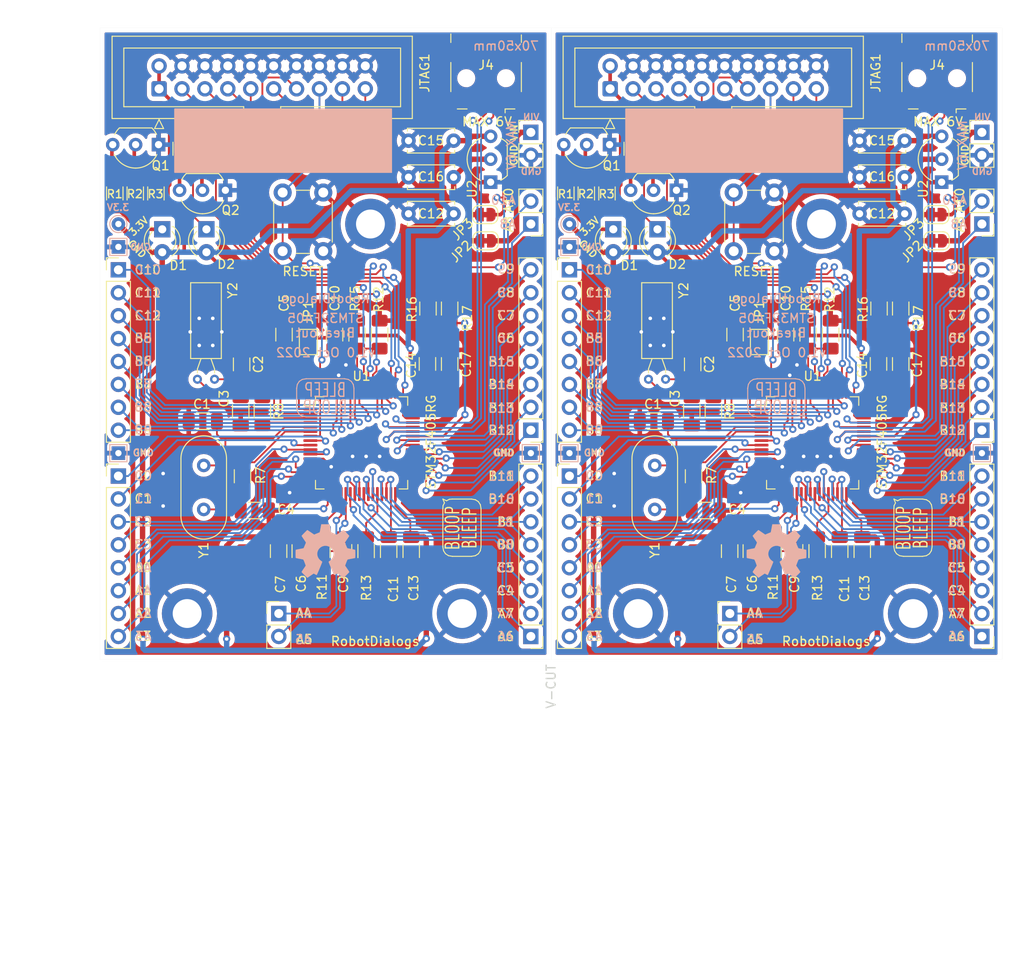
<source format=kicad_pcb>
(kicad_pcb (version 20211014) (generator pcbnew)
  (title_block (title "STM32 Breakout Board") (date "2022-10-05") (rev "1.0") (company "RobotDialogs"))
  (layers (0 "F.Cu" signal) (31 "B.Cu" signal) (34 "B.Paste" user) (35 "F.Paste" user) (36 "B.SilkS" user "B.Silkscreen") (37 "F.SilkS" user "F.Silkscreen") (38 "B.Mask" user) (39 "F.Mask" user) (44 "Edge.Cuts" user))
  (net 0 "")
  (net 1 "+3.3V")
  (net 2 "VCC")
  (net 3 "VBUS")
  (net 4 "PC0_8")
  (net 5 "PC1_9")
  (net 6 "PC2_10")
  (net 7 "PC3_11")
  (net 8 "PA0_14")
  (net 9 "PA1_15")
  (net 10 "PA2_16")
  (net 11 "PA3_17")
  (net 12 "PA4_20")
  (net 13 "PA5_21")
  (net 14 "PA6_22")
  (net 15 "PA7_23")
  (net 16 "PC4_24")
  (net 17 "PC5_25")
  (net 18 "PB0_26")
  (net 19 "PB1_27")
  (net 20 "PB10_29")
  (net 21 "PB11_30")
  (net 22 "PB12_33")
  (net 23 "PB13_34")
  (net 24 "PB14_35")
  (net 25 "PB15_36")
  (net 26 "PC6_37")
  (net 27 "PC7_38")
  (net 28 "PC8_39")
  (net 29 "PC9_40")
  (net 30 "PC10_51")
  (net 31 "PC11_52")
  (net 32 "PC12_53")
  (net 33 "PB5_57")
  (net 34 "PB6_58")
  (net 35 "PB7_59")
  (net 36 "PB8_61")
  (net 37 "GND")
  (net 38 "PB9_62")
  (net 39 "Net-(JTAG1-Pad11)")
  (net 40 "Net-(JTAG1-Pad17)")
  (net 41 "Net-(JTAG1-Pad19)")
  (net 42 "/BOOT0")
  (net 43 "/BOOT1")
  (net 44 "/NRST")
  (net 45 "/VCAP_1")
  (net 46 "/VCAP_2")
  (net 47 "/OSC_IN")
  (net 48 "/OSC32_IN")
  (net 49 "/OSC32_OUT")
  (net 50 "/nJTRST")
  (net 51 "/TDI")
  (net 52 "/JTMS{slash}SWDIO")
  (net 53 "/JTCK{slash}SWCLK")
  (net 54 "/JTDO")
  (net 55 "/OTG_FS_VBUS")
  (net 56 "/OSC_OUT")
  (net 57 "PA8_41")
  (net 58 "/OTG_FS_DM")
  (net 59 "/OTG_FS_DP")
  (net 60 "PA10_43")
  (net 61 "Net-(Q1-Pad2)")
  (net 62 "Net-(Q1-Pad3)")
  (net 63 "Net-(Q2-Pad2)")
  (net 64 "Net-(Q2-Pad3)")
  (net 65 "Net-(D1-Pad1)")
  (net 66 "Net-(D2-Pad1)")
  (net 67 "LED1")
  (net 68 "LED2")
  (net 69 "+BATT")
  (net 70 "Net-(C4-Pad2)")
  (net 71 "Net-(J5-Pad1)")
  (net 72 "Net-(C3-Pad2)")
  (footprint "Capacitor_SMD:C_1206_3216Metric_Pad1.33x1.80mm_HandSolder" (layer "F.Cu") (at 169.8 108.5 -90)
    (fp_text reference "C6")
    (fp_text value "100nF")
  )
  (footprint "Capacitor_SMD:C_1206_3216Metric_Pad1.33x1.80mm_HandSolder" (layer "F.Cu") (at 224.6 108.5 -90)
    (fp_text reference "C9")
    (fp_text value "100nF")
  )
  (footprint "Capacitor_SMD:C_1206_3216Metric_Pad1.33x1.80mm_HandSolder" (layer "F.Cu") (at 223.61 64.1 -90)
    (fp_text reference "C8")
    (fp_text value "100nF")
  )
  (footprint "My Stuff:Logo2" (layer "F.Cu") (at 175 91.5)
    (fp_text reference "LOGO1" hide)
    (fp_text value "logo1" hide)
  )
  (footprint "Package_TO_SOT_THT:TO-92_Inline_Wide" (layer "F.Cu") (at 193.3 67.6 90)
    (fp_text reference "U2")
    (fp_text value "MCP1700-3302E_TO92")
  )
  (footprint "MountingHole:MountingHole_3.2mm_M3_DIN965_Pad_TopBottom" (layer "F.Cu") (at 179.98 72.24)
    (fp_text reference "H2" hide)
    (fp_text value "MountingHole_Pad")
  )
  (footprint "Resistor_SMD:R_1206_3216Metric_Pad1.30x1.75mm_HandSolder" (layer "F.Cu") (at 214.1 63.85 -90)
    (fp_text reference "R6")
    (fp_text value "10k")
  )
  (footprint "Package_TO_SOT_THT:TO-92_Inline_Wide" (layer "F.Cu") (at 213.9 68.5 180)
    (fp_text reference "Q2")
    (fp_text value "2N3904")
  )
  (footprint "Package_TO_SOT_THT:TO-92_Inline_Wide" (layer "F.Cu") (at 156.49 63.44 180)
    (fp_text reference "Q1")
    (fp_text value "2N3904")
  )
  (footprint "Capacitor_THT:C_Disc_D5.0mm_W2.5mm_P5.00mm" (layer "F.Cu") (at 234.2 71.1)
    (fp_text reference "C12")
    (fp_text value "10uF")
  )
  (footprint "Resistor_SMD:R_1206_3216Metric_Pad1.30x1.75mm_HandSolder" (layer "F.Cu") (at 229.5 108.5 -90)
    (fp_text reference "R13")
    (fp_text value "0")
  )
  (footprint "Resistor_SMD:R_1206_3216Metric_Pad1.30x1.75mm_HandSolder" (layer "F.Cu") (at 201.64 68.85 90)
    (fp_text reference "R1")
    (fp_text value "10k")
  )
  (footprint "Connector_PinHeader_2.54mm:PinHeader_1x02_P2.54mm_Vertical" (layer "F.Cu") (at 219.82 115.42)
    (fp_text reference "J3" hide)
    (fp_text value "Conn_01x02")
  )
  (footprint "Package_TO_SOT_THT:TO-92_Inline_Wide" (layer "F.Cu") (at 243.3 67.6 90)
    (fp_text reference "U2")
    (fp_text value "MCP1700-3302E_TO92")
  )
  (footprint "Capacitor_SMD:C_1206_3216Metric_Pad1.33x1.80mm_HandSolder" (layer "F.Cu") (at 174.6 108.5 -90)
    (fp_text reference "C9")
    (fp_text value "100nF")
  )
  (footprint "Connector_PinHeader_2.54mm:PinHeader_1x08_P2.54mm_Vertical" (layer "F.Cu") (at 202.04 77.32)
    (fp_text reference "J1" hide)
    (fp_text value "Conn_01x08")
  )
  (footprint "Resistor_SMD:R_1206_3216Metric_Pad1.30x1.75mm_HandSolder" (layer "F.Cu") (at 159 63.9 -90)
    (fp_text reference "R4")
    (fp_text value "10k")
  )
  (footprint "Capacitor_SMD:C_1206_3216Metric_Pad1.33x1.80mm_HandSolder" (layer "F.Cu") (at 217.1625 104 180)
    (fp_text reference "C4")
    (fp_text value "15pF")
  )
  (footprint "Connector_PinHeader_2.54mm:PinHeader_1x08_P2.54mm_Vertical" (layer "F.Cu") (at 152.04 77.32)
    (fp_text reference "J1" hide)
    (fp_text value "Conn_01x08")
  )
  (footprint "LED_THT:LED_D3.0mm" (layer "F.Cu") (at 206.9 72.825 -90)
    (fp_text reference "D1")
    (fp_text value "LED")
  )
  (footprint "Capacitor_SMD:C_1206_3216Metric_Pad1.33x1.80mm_HandSolder" (layer "F.Cu") (at 165.7 87.8 -90)
    (fp_text reference "C2")
    (fp_text value "9pF")
  )
  (footprint "Connector_PinHeader_2.54mm:PinHeader_1x02_P2.54mm_Vertical" (layer "F.Cu") (at 169.82 115.42)
    (fp_text reference "J3" hide)
    (fp_text value "Conn_01x02")
  )
  (footprint "Connector_PinHeader_2.54mm:PinHeader_1x08_P2.54mm_Vertical" (layer "F.Cu") (at 247.76 117.96 180)
    (fp_text reference "J8" hide)
    (fp_text value "Conn_01x08")
  )
  (footprint "MountingHole:MountingHole_3.2mm_M3_DIN965_Pad_TopBottom" (layer "F.Cu") (at 190.14 115.42)
    (fp_text reference "H3" hide)
    (fp_text value "MountingHole_Pad")
  )
  (footprint "LED_THT:LED_D3.0mm" (layer "F.Cu") (at 161.8 72.825 -90)
    (fp_text reference "D2")
    (fp_text value "LED")
  )
  (footprint "Capacitor_SMD:C_1206_3216Metric_Pad1.33x1.80mm_HandSolder" (layer "F.Cu") (at 165.6 93 90)
    (fp_text reference "C3")
    (fp_text value "9pF")
  )
  (footprint "Capacitor_SMD:C_1206_3216Metric_Pad1.33x1.80mm_HandSolder" (layer "F.Cu") (at 215.7 87.8 -90)
    (fp_text reference "C2")
    (fp_text value "9pF")
  )
  (footprint "MountingHole:MountingHole_3.2mm_M3_DIN965_Pad_TopBottom" (layer "F.Cu") (at 209.66 115.42)
    (fp_text reference "H1" hide)
    (fp_text value "MountingHole_Pad")
  )
  (footprint "My Stuff:Logo1" (layer "F.Cu") (at 190.13 105.88 -90)
    (fp_text reference "LOGO2" hide)
    (fp_text value "logo1" hide)
  )
  (footprint "Capacitor_THT:C_Disc_D5.0mm_W2.5mm_P5.00mm" (layer "F.Cu") (at 239.2 63 180)
    (fp_text reference "C15")
    (fp_text value "10uF")
  )
  (footprint "Capacitor_SMD:C_1206_3216Metric_Pad1.33x1.80mm_HandSolder" (layer "F.Cu") (at 170.4 84.5 90)
    (fp_text reference "C5")
    (fp_text value "100nF")
  )
  (footprint "Connector_PinHeader_2.54mm:PinHeader_1x02_P2.54mm_Vertical" (layer "F.Cu") (at 197.76 62.08)
    (fp_text reference "J5" hide)
    (fp_text value "Conn_01x02")
  )
  (footprint "Resistor_SMD:R_1206_3216Metric_Pad1.30x1.75mm_HandSolder" (layer "F.Cu") (at 180.6 64.1 -90)
    (fp_text reference "R14")
    (fp_text value "10k")
  )
  (footprint "Capacitor_SMD:C_1206_3216Metric_Pad1.33x1.80mm_HandSolder" (layer "F.Cu") (at 222.2 108.5 90)
    (fp_text reference "C7")
    (fp_text value "1uF")
  )
  (footprint "Capacitor_SMD:C_1206_3216Metric_Pad1.33x1.80mm_HandSolder" (layer "F.Cu") (at 232 108.5 -90)
    (fp_text reference "C11")
    (fp_text value "2.2uF")
  )
  (footprint "Capacitor_SMD:C_1206_3216Metric_Pad1.33x1.80mm_HandSolder" (layer "F.Cu") (at 172.2 108.5 90)
    (fp_text reference "C7")
    (fp_text value "1uF")
  )
  (footprint "Resistor_SMD:R_1206_3216Metric_Pad1.30x1.75mm_HandSolder" (layer "F.Cu") (at 220.1 64.1 -90)
    (fp_text reference "R9")
    (fp_text value "10k")
  )
  (footprint "Package_QFP:LQFP-64_10x10mm_P0.5mm" (layer "F.Cu") (at 179 96.5)
    (fp_text reference "U1")
    (fp_text value "STM32F405RGTx")
  )
  (footprint "Capacitor_SMD:C_1206_3216Metric_Pad1.33x1.80mm_HandSolder" (layer "F.Cu") (at 173.61 64.1 -90)
    (fp_text reference "C8")
    (fp_text value "100nF")
  )
  (footprint "Jumper:SolderJumper-2_P1.3mm_Bridged_RoundedPad1.0x1.5mm" (layer "F.Cu") (at 242.7 71.2)
    (fp_text reference "JP2")
    (fp_text value "Jumper_2_Bridged")
  )
  (footprint "Resistor_SMD:R_1206_3216Metric_Pad1.30x1.75mm_HandSolder" (layer "F.Cu") (at 165.8 100.2 90)
    (fp_text reference "R7")
    (fp_text value "100")
  )
  (footprint "Resistor_SMD:R_1206_3216Metric_Pad1.30x1.75mm_HandSolder" (layer "F.Cu") (at 181 84.5 90)
    (fp_text reference "R15")
    (fp_text value "0")
  )
  (footprint "Connector_IDC:IDC-Header_2x10_P2.54mm_Vertical" (layer "F.Cu") (at 156.55 57.254999 90)
    (fp_text reference "JTAG1")
    (fp_text value "Conn_02x10_Odd_Even")
  )
  (footprint "Capacitor_THT:C_Disc_D5.0mm_W2.5mm_P5.00mm" (layer "F.Cu") (at 184.2 71.1)
    (fp_text reference "C12")
    (fp_text value "10uF")
  )
  (footprint "My Stuff:Logo2" (layer "F.Cu") (at 225 91.5)
    (fp_text reference "LOGO1" hide)
    (fp_text value "logo1" hide)
  )
  (footprint "Resistor_SMD:R_1206_3216Metric_Pad1.30x1.75mm_HandSolder" (layer "F.Cu") (at 230.6 64.1 -90)
    (fp_text reference "R14")
    (fp_text value "10k")
  )
  (footprint "Resistor_SMD:R_1206_3216Metric_Pad1.30x1.75mm_HandSolder" (layer "F.Cu") (at 227.12 64.1 -90)
    (fp_text reference "R10")
    (fp_text value "10k")
  )
  (footprint "Resistor_SMD:R_1206_3216Metric_Pad1.30x1.75mm_HandSolder" (layer "F.Cu") (at 228.5 84.5 -90)
    (fp_text reference "R12")
    (fp_text value "0")
  )
  (footprint "Capacitor_SMD:C_1206_3216Metric_Pad1.33x1.80mm_HandSolder" (layer "F.Cu") (at 176 84.5 90)
    (fp_text reference "C10")
    (fp_text value "100nF")
  )
  (footprint "Package_QFP:LQFP-64_10x10mm_P0.5mm" (layer "F.Cu") (at 229 96.5)
    (fp_text reference "U1")
    (fp_text value "STM32F405RGTx")
  )
  (footprint "Resistor_SMD:R_1206_3216Metric_Pad1.30x1.75mm_HandSolder" (layer "F.Cu") (at 179.5 108.5 -90)
    (fp_text reference "R13")
    (fp_text value "0")
  )
  (footprint "Resistor_SMD:R_1206_3216Metric_Pad1.30x1.75mm_HandSolder" (layer "F.Cu") (at 186.36 81.61 90)
    (fp_text reference "R16")
    (fp_text value "82k")
  )
  (footprint "Button_Switch_THT:SW_PUSH_6mm_H5mm" (layer "F.Cu") (at 220.25 75.25 90)
    (fp_text reference "SW1" hide)
    (fp_text value "SW_RESET")
  )
  (footprint "Resistor_SMD:R_1206_3216Metric_Pad1.30x1.75mm_HandSolder" (layer "F.Cu") (at 215.8 100.2 90)
    (fp_text reference "R7")
    (fp_text value "100")
  )
  (footprint "Capacitor_SMD:C_1206_3216Metric_Pad1.33x1.80mm_HandSolder" (layer "F.Cu") (at 215.6 93 90)
    (fp_text reference "C3")
    (fp_text value "9pF")
  )
  (footprint "Connector_PinHeader_2.54mm:PinHeader_1x08_P2.54mm_Vertical" (layer "F.Cu") (at 152.04 100.18)
    (fp_text reference "J2" hide)
    (fp_text value "Conn_01x08")
  )
  (footprint "Capacitor_SMD:C_1206_3216Metric_Pad1.33x1.80mm_HandSolder" (layer "F.Cu") (at 238.76 87.76 90)
    (fp_text reference "C17")
    (fp_text value "2.2uF")
  )
  (footprint "Capacitor_SMD:C_1206_3216Metric_Pad1.33x1.80mm_HandSolder" (layer "F.Cu") (at 186.3 87.75 90)
    (fp_text reference "C14")
    (fp_text value "100nF")
  )
  (footprint "Jumper:SolderJumper-2_P1.3mm_Bridged_Pad1.0x1.5mm" (layer "F.Cu") (at 223.1 85.32 90)
    (fp_text reference "JP1")
    (fp_text value "VBAT_JUMP")
  )
  (footprint "Capacitor_SMD:C_1206_3216Metric_Pad1.33x1.80mm_HandSolder" (layer "F.Cu") (at 219.8 108.5 -90)
    (fp_text reference "C6")
    (fp_text value "100nF")
  )
  (footprint "Crystal:Crystal_HC49-4H_Vertical" (layer "F.Cu") (at 161.5 99 -90)
    (fp_text reference "Y1")
    (fp_text value "14MHz")
  )
  (footprint "Resistor_SMD:R_1206_3216Metric_Pad1.30x1.75mm_HandSolder" (layer "F.Cu") (at 164.1 63.85 -90)
    (fp_text reference "R6")
    (fp_text value "10k")
  )
  (footprint "Capacitor_THT:C_Disc_D5.0mm_W2.5mm_P5.00mm" (layer "F.Cu") (at 189.2 63 180)
    (fp_text reference "C15")
    (fp_text value "10uF")
  )
  (footprint "Capacitor_SMD:C_1206_3216Metric_Pad1.33x1.80mm_HandSolder" (layer "F.Cu") (at 236.3 87.75 90)
    (fp_text reference "C14")
    (fp_text value "100nF")
  )
  (footprint "Resistor_SMD:R_1206_3216Metric_Pad1.30x1.75mm_HandSolder" (layer "F.Cu") (at 209 63.9 -90)
    (fp_text reference "R4")
    (fp_text value "10k")
  )
  (footprint "Capacitor_SMD:C_1206_3216Metric_Pad1.33x1.80mm_HandSolder" (layer "F.Cu") (at 226 84.5 90)
    (fp_text reference "C10")
    (fp_text value "100nF")
  )
  (footprint "Package_TO_SOT_THT:TO-92_Inline_Wide" (layer "F.Cu") (at 206.49 63.44 180)
    (fp_text reference "Q1")
    (fp_text value "2N3904")
  )
  (footprint "Resistor_SMD:R_1206_3216Metric_Pad1.30x1.75mm_HandSolder" (layer "F.Cu") (at 170.1 64.1 -90)
    (fp_text reference "R9")
    (fp_text value "10k")
  )
  (footprint "Capacitor_SMD:C_1206_3216Metric_Pad1.33x1.80mm_HandSolder" (layer "F.Cu") (at 234.5 108.5 -90)
    (fp_text reference "C13")
    (fp_text value "100nF")
  )
  (footprint "Resistor_SMD:R_1206_3216Metric_Pad1.30x1.75mm_HandSolder" (layer "F.Cu") (at 168 93 -90)
    (fp_text reference "R8")
    (fp_text value "0")
  )
  (footprint "Capacitor_SMD:C_1206_3216Metric_Pad1.33x1.80mm_HandSolder" (layer "F.Cu") (at 167.1625 104 180)
    (fp_text reference "C4")
    (fp_text value "15pF")
  )
  (footprint "Resistor_SMD:R_1206_3216Metric_Pad1.30x1.75mm_HandSolder" (layer "F.Cu") (at 161.6 63.900001 -90)
    (fp_text reference "R5")
    (fp_text value "10k")
  )
  (footprint "Connector_USB:USB_Mini-B_Lumberg_2486_01_Horizontal" (layer "F.Cu") (at 192.8 56.075 180)
    (fp_text reference "J4")
    (fp_text value "USB_B")
  )
  (footprint "Capacitor_THT:C_Disc_D5.0mm_W2.5mm_P5.00mm" (layer "F.Cu") (at 239.2 67.049999 180)
    (fp_text reference "C16")
    (fp_text value "10uF")
  )
  (footprint "Resistor_SMD:R_1206_3216Metric_Pad1.30x1.75mm_HandSolder" (layer "F.Cu") (at 177.12 64.1 -90)
    (fp_text reference "R10")
    (fp_text value "10k")
  )
  (footprint "Capacitor_SMD:C_1206_3216Metric_Pad1.33x1.80mm_HandSolder" (layer "F.Cu") (at 184.5 108.5 -90)
    (fp_text reference "C13")
    (fp_text value "100nF")
  )
  (footprint "Resistor_SMD:R_1206_3216Metric_Pad1.30x1.75mm_HandSolder" (layer "F.Cu") (at 211.6 63.900001 -90)
    (fp_text reference "R5")
    (fp_text value "10k")
  )
  (footprint "Button_Switch_THT:SW_PUSH_6mm_H5mm" (layer "F.Cu") (at 170.25 75.25 90)
    (fp_text reference "SW1" hide)
    (fp_text value "SW_RESET")
  )
  (footprint "Connector_PinHeader_2.54mm:PinHeader_1x08_P2.54mm_Vertical" (layer "F.Cu") (at 202.04 100.18)
    (fp_text reference "J2" hide)
    (fp_text value "Conn_01x08")
  )
  (footprint "Resistor_SMD:R_1206_3216Metric_Pad1.30x1.75mm_HandSolder" (layer "F.Cu") (at 203.91 68.85 90)
    (fp_text reference "R2")
    (fp_text value "10k")
  )
  (footprint "MountingHole:MountingHole_3.2mm_M3_DIN965_Pad_TopBottom" (layer "F.Cu") (at 240.14 115.42)
    (fp_text reference "H3" hide)
    (fp_text value "MountingHole_Pad")
  )
  (footprint "Resistor_SMD:R_1206_3216Metric_Pad1.30x1.75mm_HandSolder" (layer "F.Cu") (at 238.76 81.61 -90)
    (fp_text reference "R17")
    (fp_text value "33k")
  )
  (footprint "Crystal:Crystal_HC49-4H_Vertical" (layer "F.Cu") (at 211.5 99 -90)
    (fp_text reference "Y1")
    (fp_text value "14MHz")
  )
  (footprint "Crystal:Crystal_C38-LF_D3.0mm_L8.0mm_Horizontal" (layer "F.Cu") (at 212.7 89.45 180)
    (fp_text reference "Y2")
    (fp_text value "32.768 kHz")
  )
  (footprint "Jumper:SolderJumper-2_P1.3mm_Bridged_RoundedPad1.0x1.5mm" (layer "F.Cu") (at 192.7 71.2)
    (fp_text reference "JP2")
    (fp_text value "Jumper_2_Bridged")
  )
  (footprint "Resistor_SMD:R_1206_3216Metric_Pad1.30x1.75mm_HandSolder" (layer "F.Cu") (at 231 84.5 90)
    (fp_text reference "R15")
    (fp_text value "0")
  )
  (footprint "Capacitor_SMD:C_1206_3216Metric_Pad1.33x1.80mm_HandSolder" (layer "F.Cu") (at 220.4 84.5 90)
    (fp_text reference "C5")
    (fp_text value "100nF")
  )
  (footprint "Resistor_SMD:R_1206_3216Metric_Pad1.30x1.75mm_HandSolder" (layer "F.Cu") (at 188.76 81.61 -90)
    (fp_text reference "R17")
    (fp_text value "33k")
  )
  (footprint "Resistor_SMD:R_1206_3216Metric_Pad1.30x1.75mm_HandSolder" (layer "F.Cu") (at 156.2 68.85 90)
    (fp_text reference "R3")
    (fp_text value "10k")
  )
  (footprint "Connector_PinHeader_2.54mm:PinHeader_1x08_P2.54mm_Vertical" (layer "F.Cu") (at 247.76 95.1 180)
    (fp_text reference "J7" hide)
    (fp_text value "Conn_01x08")
  )
  (footprint "LED_THT:LED_D3.0mm" (layer "F.Cu") (at 211.8 72.825 -90)
    (fp_text reference "D2")
    (fp_text value "LED")
  )
  (footprint "Resistor_SMD:R_1206_3216Metric_Pad1.30x1.75mm_HandSolder" (layer "F.Cu") (at 151.64 68.85 90)
    (fp_text reference "R1")
    (fp_text value "10k")
  )
  (footprint "Connector_PinHeader_2.54mm:PinHeader_1x02_P2.54mm_Vertical" (layer "F.Cu") (at 197.76 72.24 180)
    (fp_text reference "J6" hide)
    (fp_text value "Conn_01x02")
  )
  (footprint "Connector_PinHeader_2.54mm:PinHeader_1x02_P2.54mm_Vertical" (layer "F.Cu") (at 247.76 72.24 180)
    (fp_text reference "J6" hide)
    (fp_text value "Conn_01x02")
  )
  (footprint "Capacitor_SMD:C_1206_3216Metric_Pad1.33x1.80mm_HandSolder" (layer "F.Cu") (at 182 108.5 -90)
    (fp_text reference "C11")
    (fp_text value "2.2uF")
  )
  (footprint "Connector_IDC:IDC-Header_2x10_P2.54mm_Vertical" (layer "F.Cu") (at 206.55 57.254999 90)
    (fp_text reference "JTAG1")
    (fp_text value "Conn_02x10_Odd_Even")
  )
  (footprint "Connector_PinHeader_2.54mm:PinHeader_1x02_P2.54mm_Vertical" (layer "F.Cu") (at 247.76 62.08)
    (fp_text reference "J5" hide)
    (fp_text value "Conn_01x02")
  )
  (footprint "Crystal:Crystal_C38-LF_D3.0mm_L8.0mm_Horizontal" (layer "F.Cu") (at 162.7 89.45 180)
    (fp_text reference "Y2")
    (fp_text value "32.768 kHz")
  )
  (footprint "Jumper:SolderJumper-2_P1.3mm_Bridged_Pad1.0x1.5mm" (layer "F.Cu") (at 173.1 85.32 90)
    (fp_text reference "JP1")
    (fp_text value "VBAT_JUMP")
  )
  (footprint "Jumper:SolderJumper-2_P1.3mm_Bridged_RoundedPad1.0x1.5mm" (layer "F.Cu") (at 192.750001 74.1)
    (fp_text reference "JP3")
    (fp_text value "Jumper_2_Bridged")
  )
  (footprint "Jumper:SolderJumper-2_P1.3mm_Bridged_RoundedPad1.0x1.5mm" (layer "F.Cu") (at 242.750001 74.1)
    (fp_text reference "JP3")
    (fp_text value "Jumper_2_Bridged")
  )
  (footprint "Connector_PinHeader_2.54mm:PinHeader_1x08_P2.54mm_Vertical" (layer "F.Cu") (at 197.76 117.96 180)
    (fp_text reference "J8" hide)
    (fp_text value "Conn_01x08")
  )
  (footprint "MountingHole:MountingHole_3.2mm_M3_DIN965_Pad_TopBottom" (layer "F.Cu") (at 159.66 115.42)
    (fp_text reference "H1" hide)
    (fp_text value "MountingHole_Pad")
  )
  (footprint "Connector_USB:USB_Mini-B_Lumberg_2486_01_Horizontal" (layer "F.Cu") (at 242.8 56.075 180)
    (fp_text reference "J4")
    (fp_text value "USB_B")
  )
  (footprint "Package_TO_SOT_THT:TO-92_Inline_Wide" (layer "F.Cu") (at 163.9 68.5 180)
    (fp_text reference "Q2")
    (fp_text value "2N3904")
  )
  (footprint "Resistor_SMD:R_1206_3216Metric_Pad1.30x1.75mm_HandSolder" (layer "F.Cu") (at 218 93 -90)
    (fp_text reference "R8")
    (fp_text value "0")
  )
  (footprint "Capacitor_SMD:C_1206_3216Metric_Pad1.33x1.80mm_HandSolder" (layer "F.Cu") (at 188.76 87.76 90)
    (fp_text reference "C17")
    (fp_text value "2.2uF")
  )
  (footprint "Capacitor_THT:C_Disc_D5.0mm_W2.5mm_P5.00mm" (layer "F.Cu") (at 189.2 67.049999 180)
    (fp_text reference "C16")
    (fp_text value "10uF")
  )
  (footprint "Capacitor_SMD:C_1206_3216Metric_Pad1.33x1.80mm_HandSolder" (layer "F.Cu") (at 211.4 94.1)
    (fp_text reference "C1")
    (fp_text value "15pF")
  )
  (footprint "LED_THT:LED_D3.0mm" (layer "F.Cu") (at 156.9 72.825 -90)
    (fp_text reference "D1")
    (fp_text value "LED")
  )
  (footprint "Resistor_SMD:R_1206_3216Metric_Pad1.30x1.75mm_HandSolder" (layer "F.Cu") (at 227 108.5 90)
    (fp_text reference "R11")
    (fp_text value "0")
  )
  (footprint "Resistor_SMD:R_1206_3216Metric_Pad1.30x1.75mm_HandSolder" (layer "F.Cu") (at 178.5 84.5 -90)
    (fp_text reference "R12")
    (fp_text value "0")
  )
  (footprint "Resistor_SMD:R_1206_3216Metric_Pad1.30x1.75mm_HandSolder" (layer "F.Cu") (at 236.36 81.61 90)
    (fp_text reference "R16")
    (fp_text value "82k")
  )
  (footprint "Resistor_SMD:R_1206_3216Metric_Pad1.30x1.75mm_HandSolder" (layer "F.Cu") (at 206.2 68.85 90)
    (fp_text reference "R3")
    (fp_text value "10k")
  )
  (footprint "My Stuff:Logo1" (layer "F.Cu") (at 240.13 105.88 -90)
    (fp_text reference "LOGO2" hide)
    (fp_text value "logo1" hide)
  )
  (footprint "MountingHole:MountingHole_3.2mm_M3_DIN965_Pad_TopBottom" (layer "F.Cu") (at 229.98 72.24)
    (fp_text reference "H2" hide)
    (fp_text value "MountingHole_Pad")
  )
  (footprint "Connector_PinHeader_2.54mm:PinHeader_1x08_P2.54mm_Vertical" (layer "F.Cu") (at 197.76 95.1 180)
    (fp_text reference "J7" hide)
    (fp_text value "Conn_01x08")
  )
  (footprint "Resistor_SMD:R_1206_3216Metric_Pad1.30x1.75mm_HandSolder" (layer "F.Cu") (at 153.91 68.85 90)
    (fp_text reference "R2")
    (fp_text value "10k")
  )
  (footprint "Capacitor_SMD:C_1206_3216Metric_Pad1.33x1.80mm_HandSolder" (layer "F.Cu") (at 161.4 94.1)
    (fp_text reference "C1")
    (fp_text value "15pF")
  )
  (footprint "Resistor_SMD:R_1206_3216Metric_Pad1.30x1.75mm_HandSolder" (layer "F.Cu") (at 177 108.5 90)
    (fp_text reference "R11")
    (fp_text value "0")
  )
  (footprint "TestPoint:TestPoint_THTPad_1.5x1.5mm_Drill0.7mm" (layer "B.Cu") (at 197.76 97.64 180)
    (fp_text reference "TP100" hide)
    (fp_text value "TestPoint")
  )
  (footprint "TestPoint:TestPoint_THTPad_D1.5mm_Drill0.7mm" (layer "B.Cu") (at 152.04 72.24 180)
    (fp_text reference "TP101" hide)
    (fp_text value "TestPoint")
  )
  (footprint "TestPoint:TestPoint_THTPad_1.5x1.5mm_Drill0.7mm" (layer "B.Cu") (at 247.76 97.64 180)
    (fp_text reference "TP100" hide)
    (fp_text value "TestPoint")
  )
  (footprint "Symbol:OSHW-Symbol_6.7x6mm_SilkScreen" (layer "B.Cu") (at 225 108.5 180)
    (fp_text reference "LOGO101" hide)
    (fp_text value "Logo_Open_Hardware_Small" hide)
  )
  (footprint "TestPoint:TestPoint_THTPad_D1.5mm_Drill0.7mm" (layer "B.Cu") (at 202.04 72.24 180)
    (fp_text reference "TP101" hide)
    (fp_text value "TestPoint")
  )
  (footprint "TestPoint:TestPoint_THTPad_1.5x1.5mm_Drill0.7mm" (layer "B.Cu") (at 152.04 97.64 180)
    (fp_text reference "TP103" hide)
    (fp_text value "TestPoint")
  )
  (footprint "Symbol:OSHW-Symbol_6.7x6mm_SilkScreen" (layer "B.Cu") (at 175 108.5 180)
    (fp_text reference "LOGO101" hide)
    (fp_text value "Logo_Open_Hardware_Small" hide)
  )
  (footprint "TestPoint:TestPoint_THTPad_1.5x1.5mm_Drill0.7mm" (layer "B.Cu") (at 202.04 97.64 180)
    (fp_text reference "TP103" hide)
    (fp_text value "TestPoint")
  )
  (footprint "TestPoint:TestPoint_THTPad_1.5x1.5mm_Drill0.7mm" (layer "B.Cu") (at 202.04 74.78 180)
    (fp_text reference "TP102" hide)
    (fp_text value "TestPoint")
  )
  (footprint "TestPoint:TestPoint_THTPad_1.5x1.5mm_Drill0.7mm" (layer "B.Cu") (at 152.04 74.78 180)
    (fp_text reference "TP102" hide)
    (fp_text value "TestPoint")
  )
  (gr_poly (pts (xy 232.3 66.5) (xy 208.3 66.5) (xy 208.3 59.5) (xy 232.3 59.5)) (layer "B.SilkS") (width 0.15) (fill solid))
  (gr_poly (pts (xy 182.3 66.5) (xy 158.3 66.5) (xy 158.3 59.5) (xy 182.3 59.5)) (layer "B.SilkS") (width 0.15) (fill solid))
  (gr_line (start 200 50.5) (end 200 120.5) (layer "Edge.Cuts") (width 0.01))
  (gr_rect (start 150 50.5) (end 250 120.5) (layer "Edge.Cuts") (width 0.01) (fill none))
  (gr_text "MAX 6V" (at 245.6 63.5 90) (layer "B.SilkS") (effects (font (size 1 1)) (justify mirror)))
  (gr_text "70x50mm" (at 195 52.5) (layer "B.SilkS") (effects (font (size 1 1)) (justify mirror)))
  (gr_text "v1.0 Oct 2022" (at 175 86.5) (layer "B.SilkS") (effects (font (size 1 1)) (justify mirror)))
  (gr_text "C5" (at 194.9 110.34) (layer "B.SilkS") (effects (font (size 1 1)) (justify mirror)))
  (gr_text "A4" (at 222.6 115.4) (layer "B.SilkS") (effects (font (size 1 1)) (justify mirror)))
  (gr_text "GND" (at 244.7 97.6) (layer "B.SilkS") (effects (font (size 0.75 0.75)) (justify mirror)))
  (gr_text "A10" (at 194.72 69.6) (layer "B.SilkS") (effects (font (size 1 1)) (justify mirror)))
  (gr_text "C6" (at 195 84.9) (layer "B.SilkS") (effects (font (size 1 1)) (justify mirror)))
  (gr_text "RobotDialogs" (at 225 80.5) (layer "B.SilkS") (effects (font (size 1 1)) (justify mirror)))
  (gr_text "C3" (at 154.8 107.78) (layer "B.SilkS") (effects (font (size 1 1)) (justify mirror)))
  (gr_text "A8" (at 245.2 72.26) (layer "B.SilkS") (effects (font (size 1 1)) (justify mirror)))
  (gr_text "STM32F405\nBreakout" (at 225 83.5) (layer "B.SilkS") (effects (font (size 1 1)) (justify mirror)))
  (gr_text "B11" (at 194.5 100.18) (layer "B.SilkS") (effects (font (size 1 1)) (justify mirror)))
  (gr_text "3.3V" (at 152 70.4) (layer "B.SilkS") (effects (font (size 0.75 0.75)) (justify mirror)))
  (gr_text "GND" (at 154.8 97.6) (layer "B.SilkS") (effects (font (size 0.75 0.75)) (justify mirror)))
  (gr_text "C12" (at 205.3 82.38) (layer "B.SilkS") (effects (font (size 1 1)) (justify mirror)))
  (gr_text "A1" (at 204.8 112.86) (layer "B.SilkS") (effects (font (size 1 1)) (justify mirror)))
  (gr_text "70x50mm" (at 245 52.5) (layer "B.SilkS") (effects (font (size 1 1)) (justify mirror)))
  (gr_text "B0" (at 244.9 107.77) (layer "B.SilkS") (effects (font (size 1 1)) (justify mirror)))
  (gr_text "C9" (at 195 77.23) (layer "B.SilkS") (effects (font (size 1 1)) (justify mirror)))
  (gr_text "B12" (at 244.5 95.1) (layer "B.SilkS") (effects (font (size 1 1)) (justify mirror)))
  (gr_text "GND" (at 204.8 97.6) (layer "B.SilkS") (effects (font (size 0.75 0.75)) (justify mirror)))
  (gr_text "B9" (at 154.8 95.06) (layer "B.SilkS") (effects (font (size 1 1)) (justify mirror)))
  (gr_text "B14" (at 244.5 90.02) (layer "B.SilkS") (effects (font (size 1 1)) (justify mirror)))
  (gr_text "C8" (at 195 79.85) (layer "B.SilkS") (effects (font (size 1 1)) (justify mirror)))
  (gr_text "C4" (at 194.9 112.89) (layer "B.SilkS") (effects (font (size 1 1)) (justify mirror)))
  (gr_text "A3" (at 154.8 117.94) (layer "B.SilkS") (effects (font (size 1 1)) (justify mirror)))
  (gr_text "B15" (at 194.5 87.502856) (layer "B.SilkS") (effects (font (size 1 1)) (justify mirror)))
  (gr_text "C11" (at 155.3 79.84) (layer "B.SilkS") (effects (font (size 1 1)) (justify mirror)))
  (gr_text "B10" (at 194.5 102.72) (layer "B.SilkS") (effects (font (size 1 1)) (justify mirror)))
  (gr_text "GND" (at 247.8 66.4) (layer "B.SilkS") (effects (font (size 0.75 0.75)) (justify mirror)))
  (gr_text "B1" (at 244.9 105.26) (layer "B.SilkS") (effects (font (size 1 1)) (justify mirror)))
  (gr_text "GND" (at 197.8 66.4) (layer "B.SilkS") (effects (font (size 0.75 0.75)) (justify mirror)))
  (gr_text "B0" (at 194.9 107.77) (layer "B.SilkS") (effects (font (size 1 1)) (justify mirror)))
  (gr_text "B11" (at 244.5 100.18) (layer "B.SilkS") (effects (font (size 1 1)) (justify mirror)))
  (gr_text "A10" (at 244.72 69.6) (layer "B.SilkS") (effects (font (size 1 1)) (justify mirror)))
  (gr_text "RobotDialogs" (at 175 80.5) (layer "B.SilkS") (effects (font (size 1 1)) (justify mirror)))
  (gr_text "A4" (at 172.6 115.4) (layer "B.SilkS") (effects (font (size 1 1)) (justify mirror)))
  (gr_text "STM32F405\nBreakout" (at 175 83.5) (layer "B.SilkS") (effects (font (size 1 1)) (justify mirror)))
  (gr_text "B15" (at 244.5 87.502856) (layer "B.SilkS") (effects (font (size 1 1)) (justify mirror)))
  (gr_text "C10" (at 155.3 77.3) (layer "B.SilkS") (effects (font (size 1 1)) (justify mirror)))
  (gr_text "3.3V" (at 202 70.4) (layer "B.SilkS") (effects (font (size 0.75 0.75)) (justify mirror)))
  (gr_text "B13" (at 194.5 92.634284) (layer "B.SilkS") (effects (font (size 1 1)) (justify mirror)))
  (gr_text "MAX 6V" (at 195.6 63.5 90) (layer "B.SilkS") (effects (font (size 1 1)) (justify mirror)))
  (gr_text "C2" (at 154.8 105.24) (layer "B.SilkS") (effects (font (size 1 1)) (justify mirror)))
  (gr_text "B5" (at 154.8 84.9) (layer "B.SilkS") (effects (font (size 1 1)) (justify mirror)))
  (gr_text "GND" (at 204.5 74.8) (layer "B.SilkS") (effects (font (size 0.75 0.75)) (justify mirror)))
  (gr_text "C8" (at 245 79.85) (layer "B.SilkS") (effects (font (size 1 1)) (justify mirror)))
  (gr_text "C0" (at 154.8 100.16) (layer "B.SilkS") (effects (font (size 1 1)) (justify mirror)))
  (gr_text "B7" (at 204.8 89.98) (layer "B.SilkS") (effects (font (size 1 1)) (justify mirror)))
  (gr_text "B1" (at 194.9 105.26) (layer "B.SilkS") (effects (font (size 1 1)) (justify mirror)))
  (gr_text "VIN" (at 247.8 60.4) (layer "B.SilkS") (effects (font (size 0.75 0.75)) (justify mirror)))
  (gr_text "B6" (at 154.8 87.44) (layer "B.SilkS") (effects (font (size 1 1)) (justify mirror)))
  (gr_text "C2" (at 204.8 105.24) (layer "B.SilkS") (effects (font (size 1 1)) (justify mirror)))
  (gr_text "C1" (at 204.8 102.7) (layer "B.SilkS") (effects (font (size 1 1)) (justify mirror)))
  (gr_text "B10" (at 244.5 102.72) (layer "B.SilkS") (effects (font (size 1 1)) (justify mirror)))
  (gr_text "v1.0 Oct 2022" (at 225 86.5) (layer "B.SilkS") (effects (font (size 1 1)) (justify mirror)))
  (gr_text "VIN" (at 197.8 60.4) (layer "B.SilkS") (effects (font (size 0.75 0.75)) (justify mirror)))
  (gr_text "A0" (at 154.8 110.32) (layer "B.SilkS") (effects (font (size 1 1)) (justify mirror)))
  (gr_text "A7" (at 244.9 115.42) (layer "B.SilkS") (effects (font (size 1 1)) (justify mirror)))
  (gr_text "A6" (at 244.9 117.96) (layer "B.SilkS") (effects (font (size 1 1)) (justify mirror)))
  (gr_text "B9" (at 204.8 95.06) (layer "B.SilkS") (effects (font (size 1 1)) (justify mirror)))
  (gr_text "GND" (at 194.7 97.6) (layer "B.SilkS") (effects (font (size 0.75 0.75)) (justify mirror)))
  (gr_text "A0" (at 204.8 110.32) (layer "B.SilkS") (effects (font (size 1 1)) (justify mirror)))
  (gr_text "C4" (at 244.9 112.89) (layer "B.SilkS") (effects (font (size 1 1)) (justify mirror)))
  (gr_text "A5" (at 172.52 118.3) (layer "B.SilkS") (effects (font (size 1 1)) (justify mirror)))
  (gr_text "C0" (at 204.8 100.16) (layer "B.SilkS") (effects (font (size 1 1)) (justify mirror)))
  (gr_text "C9" (at 245 77.23) (layer "B.SilkS") (effects (font (size 1 1)) (justify mirror)))
  (gr_text "C5" (at 244.9 110.34) (layer "B.SilkS") (effects (font (size 1 1)) (justify mirror)))
  (gr_text "A2" (at 204.8 115.4) (layer "B.SilkS") (effects (font (size 1 1)) (justify mirror)))
  (gr_text "C6" (at 245 84.9) (layer "B.SilkS") (effects (font (size 1 1)) (justify mirror)))
  (gr_text "B14" (at 194.5 90.02) (layer "B.SilkS") (effects (font (size 1 1)) (justify mirror)))
  (gr_text "C12" (at 155.3 82.38) (layer "B.SilkS") (effects (font (size 1 1)) (justify mirror)))
  (gr_text "A2" (at 154.8 115.4) (layer "B.SilkS") (effects (font (size 1 1)) (justify mirror)))
  (gr_text "C7" (at 245 82.39) (layer "B.SilkS") (effects (font (size 1 1)) (justify mirror)))
  (gr_text "C10" (at 205.3 77.3) (layer "B.SilkS") (effects (font (size 1 1)) (justify mirror)))
  (gr_text "A6" (at 194.9 117.96) (layer "B.SilkS") (effects (font (size 1 1)) (justify mirror)))
  (gr_text "B6" (at 204.8 87.44) (layer "B.SilkS") (effects (font (size 1 1)) (justify mirror)))
  (gr_text "A7" (at 194.9 115.42) (layer "B.SilkS") (effects (font (size 1 1)) (justify mirror)))
  (gr_text "B12" (at 194.5 95.1) (layer "B.SilkS") (effects (font (size 1 1)) (justify mirror)))
  (gr_text "A5" (at 222.52 118.3) (layer "B.SilkS") (effects (font (size 1 1)) (justify mirror)))
  (gr_text "A8" (at 195.2 72.26) (layer "B.SilkS") (effects (font (size 1 1)) (justify mirror)))
  (gr_text "C1" (at 154.8 102.7) (layer "B.SilkS") (effects (font (size 1 1)) (justify mirror)))
  (gr_text "B8" (at 154.8 92.52) (layer "B.SilkS") (effects (font (size 1 1)) (justify mirror)))
  (gr_text "B13" (at 244.5 92.634284) (layer "B.SilkS") (effects (font (size 1 1)) (justify mirror)))
  (gr_text "C7" (at 195 82.39) (layer "B.SilkS") (effects (font (size 1 1)) (justify mirror)))
  (gr_text "B8" (at 204.8 92.52) (layer "B.SilkS") (effects (font (size 1 1)) (justify mirror)))
  (gr_text "GND" (at 154.5 74.8) (layer "B.SilkS") (effects (font (size 0.75 0.75)) (justify mirror)))
  (gr_text "C3" (at 204.8 107.78) (layer "B.SilkS") (effects (font (size 1 1)) (justify mirror)))
  (gr_text "A1" (at 154.8 112.86) (layer "B.SilkS") (effects (font (size 1 1)) (justify mirror)))
  (gr_text "A3" (at 204.8 117.94) (layer "B.SilkS") (effects (font (size 1 1)) (justify mirror)))
  (gr_text "B5" (at 204.8 84.9) (layer "B.SilkS") (effects (font (size 1 1)) (justify mirror)))
  (gr_text "C11" (at 205.3 79.84) (layer "B.SilkS") (effects (font (size 1 1)) (justify mirror)))
  (gr_text "B7" (at 154.8 89.98) (layer "B.SilkS") (effects (font (size 1 1)) (justify mirror)))
  (gr_text "A7" (at 195 115.42) (layer "F.SilkS") (effects (font (size 1 1))))
  (gr_text "A10" (at 245.3 69.6 90) (layer "F.SilkS") (effects (font (size 1 1))))
  (gr_text "B5" (at 154.8 84.9) (layer "F.SilkS") (effects (font (size 1 1))))
  (gr_text "B10" (at 194.5 102.72) (layer "F.SilkS") (effects (font (size 1 1))))
  (gr_text "B15" (at 244.5 87.502856) (layer "F.SilkS") (effects (font (size 1 1))))
  (gr_text "GND" (at 245.9 64.6 90) (layer "F.SilkS") (effects (font (size 0.75 0.75))))
  (gr_text "B8" (at 154.8 92.52) (layer "F.SilkS") (effects (font (size 1 1))))
  (gr_text "B11" (at 194.5 100.18) (layer "F.SilkS") (effects (font (size 1 1))))
  (gr_text "B1" (at 195 105.26) (layer "F.SilkS") (effects (font (size 1 1))))
  (gr_text "B15" (at 194.5 87.502856) (layer "F.SilkS") (effects (font (size 1 1))))
  (gr_text "A5" (at 222.66 118.28) (layer "F.SilkS") (effects (font (size 1 1))))
  (gr_text "C4" (at 245 112.89) (layer "F.SilkS") (effects (font (size 1 1))))
  (gr_text "C6" (at 195 84.9) (layer "F.SilkS") (effects (font (size 1 1))))
  (gr_text "C3" (at 154.8 107.76) (layer "F.SilkS") (effects (font (size 1 1))))
  (gr_text "VIN" (at 245.9 62.1 90) (layer "F.SilkS") (effects (font (size 0.75 0.75))))
  (gr_text "B0" (at 245 107.77) (layer "F.SilkS") (effects (font (size 1 1))))
  (gr_text "GND" (at 154.1 75 315) (layer "F.SilkS") (effects (font (size 0.75 0.75))))
  (gr_text "A6" (at 195 117.96) (layer "F.SilkS") (effects (font (size 1 1))))
  (gr_text "C2" (at 204.8 105.22) (layer "F.SilkS") (effects (font (size 1 1))))
  (gr_text "C2" (at 154.8 105.22) (layer "F.SilkS") (effects (font (size 1 1))))
  (gr_text "B0" (at 195 107.77) (layer "F.SilkS") (effects (font (size 1 1))))
  (gr_text "B12" (at 194.5 95.1) (layer "F.SilkS") (effects (font (size 1 1))))
  (gr_text "B7" (at 154.8 89.98) (layer "F.SilkS") (effects (font (size 1 1))))
  (gr_text "GND" (at 195.9 64.6 90) (layer "F.SilkS") (effects (font (size 0.75 0.75))))
  (gr_text "A4" (at 222.58 115.38) (layer "F.SilkS") (effects (font (size 1 1))))
  (gr_text "B14" (at 194.5 90.02) (layer "F.SilkS") (effects (font (size 1 1))))
  (gr_text "A0" (at 154.8 110.3) (layer "F.SilkS") (effects (font (size 1 1))))
  (gr_text "C0" (at 204.8 100.14) (layer "F.SilkS") (effects (font (size 1 1))))
  (gr_text "B10" (at 244.5 102.72) (layer "F.SilkS") (effects (font (size 1 1))))
  (gr_text "B14" (at 244.5 90.02) (layer "F.SilkS") (effects (font (size 1 1))))
  (gr_text "A5" (at 172.66 118.28) (layer "F.SilkS") (effects (font (size 1 1))))
  (gr_text "RESET" (at 222.5 77.5) (layer "F.SilkS") (effects (font (size 1 1))))
  (gr_text "C8" (at 195 79.85) (layer "F.SilkS") (effects (font (size 1 1))))
  (gr_text "B13" (at 244.5 92.634284) (layer "F.SilkS") (effects (font (size 1 1))))
  (gr_text "B6" (at 204.8 87.44) (layer "F.SilkS") (effects (font (size 1 1))))
  (gr_text "B5" (at 204.8 84.9) (layer "F.SilkS") (effects (font (size 1 1))))
  (gr_text "GND" (at 194.8 97.6) (layer "F.SilkS") (effects (font (size 0.75 0.75))))
  (gr_text "A1" (at 204.8 112.84) (layer "F.SilkS") (effects (font (size 1 1))))
  (gr_text "B13" (at 194.5 92.634284) (layer "F.SilkS") (effects (font (size 1 1))))
  (gr_text "STM32F405RG" (at 186.7 96.4 90) (layer "F.SilkS") (effects (font (size 1 1))))
  (gr_text "C1" (at 154.8 102.68) (layer "F.SilkS") (effects (font (size 1 1))))
  (gr_text "STM32F405RG" (at 236.7 96.4 90) (layer "F.SilkS") (effects (font (size 1 1))))
  (gr_text "A3" (at 204.8 117.92) (layer "F.SilkS") (effects (font (size 1 1))))
  (gr_text "3.3V" (at 154.3 72.5 45) (layer "F.SilkS") (effects (font (size 0.75 0.75))))
  (gr_text "MAX 6V" (at 242.9 60.9) (layer "F.SilkS") (effects (font (size 1 1))))
  (gr_text "C10" (at 205.3 77.32) (layer "F.SilkS") (effects (font (size 1 1))))
  (gr_text "C5" (at 245 110.34) (layer "F.SilkS") (effects (font (size 1 1))))
  (gr_text "A1" (at 154.8 112.84) (layer "F.SilkS") (effects (font (size 1 1))))
  (gr_text "C6" (at 245 84.9) (layer "F.SilkS") (effects (font (size 1 1))))
  (gr_text "A8" (at 245.3 72.26 90) (layer "F.SilkS") (effects (font (size 1 1))))
  (gr_text "B1" (at 245 105.26) (layer "F.SilkS") (effects (font (size 1 1))))
  (gr_text "C0" (at 154.8 100.14) (layer "F.SilkS") (effects (font (size 1 1))))
  (gr_text "C10" (at 155.3 77.32) (layer "F.SilkS") (effects (font (size 1 1))))
  (gr_text "GND" (at 204.8 97.6) (layer "F.SilkS") (effects (font (size 0.75 0.75))))
  (gr_text "C12" (at 155.3 82.4) (layer "F.SilkS") (effects (font (size 1 1))))
  (gr_text "B7" (at 204.8 89.98) (layer "F.SilkS") (effects (font (size 1 1))))
  (gr_text "C8" (at 245 79.85) (layer "F.SilkS") (effects (font (size 1 1))))
  (gr_text "C11" (at 155.3 79.86) (layer "F.SilkS") (effects (font (size 1 1))))
  (gr_text "3.3V" (at 204.3 72.5 45) (layer "F.SilkS") (effects (font (size 0.75 0.75))))
  (gr_text "B8" (at 204.8 92.52) (layer "F.SilkS") (effects (font (size 1 1))))
  (gr_text "RobotDialogs" (at 230.5 118.5) (layer "F.SilkS") (effects (font (size 1 1))))
  (gr_text "A8" (at 195.3 72.26 90) (layer "F.SilkS") (effects (font (size 1 1))))
  (gr_text "C11" (at 205.3 79.86) (layer "F.SilkS") (effects (font (size 1 1))))
  (gr_text "B9" (at 204.8 95.06) (layer "F.SilkS") (effects (font (size 1 1))))
  (gr_text "A6" (at 245 117.96) (layer "F.SilkS") (effects (font (size 1 1))))
  (gr_text "C12" (at 205.3 82.4) (layer "F.SilkS") (effects (font (size 1 1))))
  (gr_text "C1" (at 204.8 102.68) (layer "F.SilkS") (effects (font (size 1 1))))
  (gr_text "C7" (at 195 82.39) (layer "F.SilkS") (effects (font (size 1 1))))
  (gr_text "RESET" (at 172.5 77.5) (layer "F.SilkS") (effects (font (size 1 1))))
  (gr_text "C9" (at 245 77.23) (layer "F.SilkS") (effects (font (size 1 1))))
  (gr_text "VIN" (at 195.9 62.1 90) (layer "F.SilkS") (effects (font (size 0.75 0.75))))
  (gr_text "C3" (at 204.8 107.76) (layer "F.SilkS") (effects (font (size 1 1))))
  (gr_text "MAX 6V" (at 192.9 60.9) (layer "F.SilkS") (effects (font (size 1 1))))
  (gr_text "A7" (at 245 115.42) (layer "F.SilkS") (effects (font (size 1 1))))
  (gr_text "GND" (at 244.8 97.6) (layer "F.SilkS") (effects (font (size 0.75 0.75))))
  (gr_text "RobotDialogs" (at 180.5 118.5) (layer "F.SilkS") (effects (font (size 1 1))))
  (gr_text "C9" (at 195 77.23) (layer "F.SilkS") (effects (font (size 1 1))))
  (gr_text "A4" (at 172.58 115.38) (layer "F.SilkS") (effects (font (size 1 1))))
  (gr_text "C4" (at 195 112.89) (layer "F.SilkS") (effects (font (size 1 1))))
  (gr_text "B11" (at 244.5 100.18) (layer "F.SilkS") (effects (font (size 1 1))))
  (gr_text "A2" (at 204.8 115.38) (layer "F.SilkS") (effects (font (size 1 1))))
  (gr_text "GND" (at 204.1 75 315) (layer "F.SilkS") (effects (font (size 0.75 0.75))))
  (gr_text "C7" (at 245 82.39) (layer "F.SilkS") (effects (font (size 1 1))))
  (gr_text "B9" (at 154.8 95.06) (layer "F.SilkS") (effects (font (size 1 1))))
  (gr_text "B12" (at 244.5 95.1) (layer "F.SilkS") (effects (font (size 1 1))))
  (gr_text "A10" (at 195.3 69.6 90) (layer "F.SilkS") (effects (font (size 1 1))))
  (gr_text "GND" (at 154.8 97.6) (layer "F.SilkS") (effects (font (size 0.75 0.75))))
  (gr_text "A2" (at 154.8 115.38) (layer "F.SilkS") (effects (font (size 1 1))))
  (gr_text "B6" (at 154.8 87.44) (layer "F.SilkS") (effects (font (size 1 1))))
  (gr_text "A0" (at 204.8 110.3) (layer "F.SilkS") (effects (font (size 1 1))))
  (gr_text "A3" (at 154.8 117.92) (layer "F.SilkS") (effects (font (size 1 1))))
  (gr_text "C5" (at 195 110.34) (layer "F.SilkS") (effects (font (size 1 1))))
  (gr_text "V-CUT" (at 200 123.5 90) (layer "Edge.Cuts") (effects (font (size 1 1))))
  (segment (start 236.17 107.2) (end 235.9075 106.9375) (width 0.6) (layer "F.Cu") (net 1))
  (segment (start 176 88.06) (end 175.25 88.81) (width 0.2) (layer "F.Cu") (net 1))
  (segment (start 174.6 100.5) (end 174.6 99) (width 0.2) (layer "F.Cu") (net 1))
  (segment (start 226 86.0625) (end 226 88.06) (width 0.2) (layer "F.Cu") (net 1))
  (segment (start 186.17 118.19) (end 186.17 107.2) (width 0.6) (layer "F.Cu") (net 1))
  (segment (start 239.2 63) (end 240.77 63) (width 0.6) (layer "F.Cu") (net 1))
  (segment (start 191.25 62.52) (end 193.3 62.52) (width 0.6) (layer "F.Cu") (net 1))
  (segment (start 175.25 88.81) (end 175.25 90.825) (width 0.2) (layer "F.Cu") (net 1))
  (segment (start 161.8 75.365) (end 168.3 81.865) (width 0.4) (layer "F.Cu") (net 1))
  (segment (start 156.9 87.62) (end 154.72 89.8) (width 0.6) (layer "F.Cu") (net 1))
  (segment (start 174.6 108.3) (end 174.8 108.5) (width 0.2) (layer "F.Cu") (net 1))
  (segment (start 173 84.85) (end 170.95 84.85) (width 0.4) (layer "F.Cu") (net 1))
  (segment (start 234.4 87.16) (end 235.02 87.78) (width 0.4) (layer "F.Cu") (net 1))
  (segment (start 218.3 81.865) (end 218.3 86) (width 0.4) (layer "F.Cu") (net 1))
  (segment (start 236.17 118.19) (end 236.17 107.2) (width 0.6) (layer "F.Cu") (net 1))
  (segment (start 186.05 87.78) (end 186.3 88.03) (width 0.4) (layer "F.Cu") (net 1))
  (segment (start 156.9 75.365) (end 156.9 87.62) (width 0.6) (layer "F.Cu") (net 1))
  (segment (start 228.6 84.6) (end 232.97 84.6) (width 0.4) (layer "F.Cu") (net 1))
  (segment (start 214.04 107.9225) (end 214.04 118.24) (width 0.6) (layer "F.Cu") (net 1))
  (segment (start 236.05 87.78) (end 236.3 88.03) (width 0.4) (layer "F.Cu") (net 1))
  (segment (start 223.325 98.75) (end 224.35 98.75) (width 0.2) (layer "F.Cu") (net 1))
  (segment (start 182.75 102.175) (end 182.74 102.185) (width 0.2) (layer "F.Cu") (net 1))
  (segment (start 207.53 69.83) (end 209.335 71.635) (width 0.4) (layer "F.Cu") (net 1))
  (segment (start 234.4 105.14) (end 234.4 106.8375) (width 0.2) (layer "F.Cu") (net 1))
  (segment (start 170.4 85.4) (end 170.4 86.2625) (width 0.4) (layer "F.Cu") (net 1))
  (segment (start 232.75 102.175) (end 232.74 102.185) (width 0.2) (layer "F.Cu") (net 1))
  (segment (start 185.02 87.78) (end 186.05 87.78) (width 0.4) (layer "F.Cu") (net 1))
  (segment (start 154.72 89.8) (end 154.72 118.22) (width 0.6) (layer "F.Cu") (net 1))
  (segment (start 234.4 86.03) (end 234.4 87.16) (width 0.4) (layer "F.Cu") (net 1))
  (segment (start 223 84.85) (end 225.75 84.85) (width 0.4) (layer "F.Cu") (net 1))
  (segment (start 204.72 118.22) (end 204.77 118.27) (width 0.6) (layer "F.Cu") (net 1))
  (segment (start 168.5625 86.2625) (end 170.4 86.2625) (width 0.4) (layer "F.Cu") (net 1))
  (segment (start 209.335 71.635) (end 209.335 75.365) (width 0.4) (layer "F.Cu") (net 1))
  (segment (start 206.9 75.365) (end 206.9 87.62) (width 0.6) (layer "F.Cu") (net 1))
  (segment (start 224.6 106.9375) (end 224.6 105.64) (width 0.2) (layer "F.Cu") (net 1))
  (segment (start 164.04 107.9225) (end 164.04 118.24) (width 0.6) (layer "F.Cu") (net 1))
  (segment (start 159.335 75.365) (end 161.8 75.365) (width 0.4) (layer "F.Cu") (net 1))
  (segment (start 176 85.1) (end 176.5 84.6) (width 0.4) (layer "F.Cu") (net 1))
  (segment (start 190.77 63) (end 191.25 62.52) (width 0.6) (layer "F.Cu") (net 1))
  (segment (start 236.3 92.4) (end 236.3 89.3125) (width 0.25) (layer "F.Cu") (net 1))
  (segment (start 177 110.05) (end 177 109.1) (width 0.2) (layer "F.Cu") (net 1))
  (segment (start 186.3 92.4) (end 186.3 89.3125) (width 0.25) (layer "F.Cu") (net 1))
  (segment (start 156.55 54.714999) (end 156.55 57.254999) (width 0.4) (layer "F.Cu") (net 1))
  (segment (start 226 88.06) (end 225.25 88.81) (width 0.2) (layer "F.Cu") (net 1))
  (segment (start 215.025 106.9375) (end 214.04 107.9225) (width 0.6) (layer "F.Cu") (net 1))
  (segment (start 174.35 98.75) (end 174.6 99) (width 0.2) (layer "F.Cu") (net 1))
  (segment (start 175.75 84.85) (end 176 85.1) (width 0.4) (layer "F.Cu") (net 1))
  (segment (start 177 109.1) (end 176.4 108.5) (width 0.2) (layer "F.Cu") (net 1))
  (segment (start 157.72548 67.89452) (end 157.53 68.09) (width 0.4) (layer "F.Cu") (net 1))
  (segment (start 232.74 102.185) (end 232.74 103.48) (width 0.2) (layer "F.Cu") (net 1))
  (segment (start 226.5 84.6) (end 228.6 84.6) (width 0.4) (layer "F.Cu") (net 1))
  (segment (start 174.6 105.64) (end 176.25 103.99) (width 0.2) (layer "F.Cu") (net 1))
  (segment (start 152.04 72.24) (end 155.165 75.365) (width 0.6) (layer "F.Cu") (net 1))
  (segment (start 228.6 84.6) (end 228.6 83.05) (width 0.4) (layer "F.Cu") (net 1))
  (segment (start 185.9075 106.9375) (end 184.5 106.9375) (width 0.6) (layer "F.Cu") (net 1))
  (segment (start 185.95 92.75) (end 186.3 92.4) (width 0.25) (layer "F.Cu") (net 1))
  (segment (start 176 86.0625) (end 176 88.06) (width 0.2) (layer "F.Cu") (net 1))
  (segment (start 218.5625 86.2625) (end 220.4 86.2625) (width 0.4) (layer "F.Cu") (net 1))
  (segment (start 170.95 84.85) (end 170.4 85.4) (width 0.4) (layer "F.Cu") (net 1))
  (segment (start 156.55 57.254999) (end 157.72548 58.430479) (width 0.4) (layer "F.Cu") (net 1))
  (segment (start 224.6 100.5) (end 224.6 99) (width 0.2) (layer "F.Cu") (net 1))
  (segment (start 184.4 105.14) (end 184.4 106.8375) (width 0.2) (layer "F.Cu") (net 1))
  (segment (start 207.72548 58.430479) (end 207.72548 67.89452) (width 0.4) (layer "F.Cu") (net 1))
  (segment (start 211.8 75.365) (end 218.3 81.865) (width 0.4) (layer "F.Cu") (net 1))
  (segment (start 218.3 86) (end 218.5625 86.2625) (width 0.4) (layer "F.Cu") (net 1))
  (segment (start 215.025 106.9375) (end 224.6 106.9375) (width 0.6) (layer "F.Cu") (net 1))
  (segment (start 178.6 84.6) (end 178.6 83.05) (width 0.4) (layer "F.Cu") (net 1))
  (segment (start 235.95 92.75) (end 236.3 92.4) (width 0.25) (layer "F.Cu") (net 1))
  (segment (start 206.9 87.62) (end 204.72 89.8) (width 0.6) (layer "F.Cu") (net 1))
  (segment (start 220.4 85.4) (end 220.4 86.2625) (width 0.4) (layer "F.Cu") (net 1))
  (segment (start 159.335 71.635) (end 159.335 75.365) (width 0.4) (layer "F.Cu") (net 1))
  (segment (start 225.75 84.85) (end 226 85.1) (width 0.4) (layer "F.Cu") (net 1))
  (segment (start 234.4 106.8375) (end 234.5 106.9375) (width 0.2) (layer "F.Cu") (net 1))
  (segment (start 232.97 84.6) (end 234.4 86.03) (width 0.4) (layer "F.Cu") (net 1))
  (segment (start 235.9075 106.9375) (end 234.5 106.9375) (width 0.6) (layer "F.Cu") (net 1))
  (segment (start 202.04 72.24) (end 205.165 75.365) (width 0.6) (layer "F.Cu") (net 1))
  (segment (start 173 84.85) (end 175.75 84.85) (width 0.4) (layer "F.Cu") (net 1))
  (segment (start 223 84.85) (end 220.95 84.85) (width 0.4) (layer "F.Cu") (net 1))
  (segment (start 234.675 92.75) (end 235.95 92.75) (width 0.25) (layer "F.Cu") (net 1))
  (segment (start 174.6 106.9375) (end 174.6 105.64) (width 0.2) (layer "F.Cu") (net 1))
  (segment (start 178.6 84.6) (end 182.97 84.6) (width 0.4) (layer "F.Cu") (net 1))
  (segment (start 228.6 83.05) (end 228.5 82.95) (width 0.4) (layer "F.Cu") (net 1))
  (segment (start 224.6 106.9375) (end 224.6 108.3) (width 0.2) (layer "F.Cu") (net 1))
  (segment (start 184.675 92.75) (end 185.95 92.75) (width 0.25) (layer "F.Cu") (net 1))
  (segment (start 174.6 106.9375) (end 174.6 108.3) (width 0.2) (layer "F.Cu") (net 1))
  (segment (start 219.8 105.3) (end 224.6 100.5) (width 0.2) (layer "F.Cu") (net 1))
  (segment (start 241.25 62.52) (end 243.3 62.52) (width 0.6) (layer "F.Cu") (net 1))
  (segment (start 186.17 107.2) (end 185.9075 106.9375) (width 0.6) (layer "F.Cu") (net 1))
  (segment (start 227 109.1) (end 226.4 108.5) (width 0.2) (layer "F.Cu") (net 1))
  (segment (start 173.325 98.75) (end 174.35 98.75) (width 0.2) (layer "F.Cu") (net 1))
  (segment (start 219.8 106.9375) (end 219.8 105.3) (width 0.2) (layer "F.Cu") (net 1))
  (segment (start 204.72 89.8) (end 204.72 118.22) (width 0.6) (layer "F.Cu") (net 1))
  (segment (start 165.025 106.9375) (end 164.04 107.9225) (width 0.6) (layer "F.Cu") (net 1))
  (segment (start 157.72548 58.430479) (end 157.72548 67.89452) (width 0.4) (layer "F.Cu") (net 1))
  (segment (start 226 85.1) (end 226 86.0625) (width 0.4) (layer "F.Cu") (net 1))
  (segment (start 186.3 88.03) (end 186.3 89.3125) (width 0.4) (layer "F.Cu") (net 1))
  (segment (start 154.72 118.22) (end 154.77 118.27) (width 0.6) (layer "F.Cu") (net 1))
  (segment (start 168.3 86) (end 168.5625 86.2625) (width 0.4) (layer "F.Cu") (net 1))
  (segment (start 174.8 108.5) (end 176.4 108.5) (width 0.2) (layer "F.Cu") (net 1))
  (segment (start 176.5 84.6) (end 178.6 84.6) (width 0.4) (layer "F.Cu") (net 1))
  (segment (start 157.53 68.09) (end 157.53 69.83) (width 0.4) (layer "F.Cu") (net 1))
  (segment (start 168.3 81.865) (end 168.3 86) (width 0.4) (layer "F.Cu") (net 1))
  (segment (start 206.55 57.254999) (end 207.72548 58.430479) (width 0.4) (layer "F.Cu") (net 1))
  (segment (start 235.02 87.78) (end 236.05 87.78) (width 0.4) (layer "F.Cu") (net 1))
  (segment (start 240.77 63) (end 241.25 62.52) (width 0.6) (layer "F.Cu") (net 1))
  (segment (start 224.6 105.64) (end 226.25 103.99) (width 0.2) (layer "F.Cu") (net 1))
  (segment (start 236.3 88.03) (end 236.3 89.3125) (width 0.4) (layer "F.Cu") (net 1))
  (segment (start 224.35 98.75) (end 224.6 99) (width 0.2) (layer "F.Cu") (net 1))
  (segment (start 225.25 88.81) (end 225.25 90.825) (width 0.2) (layer "F.Cu") (net 1))
  (segment (start 182.97 84.6) (end 184.4 86.03) (width 0.4) (layer "F.Cu") (net 1))
  (segment (start 178.6 83.05) (end 178.5 82.95) (width 0.4) (layer "F.Cu") (net 1))
  (segment (start 226.25 103.99) (end 226.25 102.175) (width 0.2) (layer "F.Cu") (net 1))
  (segment (start 227 110.05) (end 227 109.1) (width 0.2) (layer "F.Cu") (net 1))
  (segment (start 157.53 69.83) (end 159.335 71.635) (width 0.4) (layer "F.Cu") (net 1))
  (segment (start 206.55 54.714999) (end 206.55 57.254999) (width 0.4) (layer "F.Cu") (net 1))
  (segment (start 205.165 75.365) (end 206.9 75.365) (width 0.6) (layer "F.Cu") (net 1))
  (segment (start 224.8 108.5) (end 226.4 108.5) (width 0.2) (layer "F.Cu") (net 1))
  (segment (start 220.95 84.85) (end 220.4 85.4) (width 0.4) (layer "F.Cu") (net 1))
  (segment (start 169.8 106.9375) (end 169.8 105.3) (width 0.2) (layer "F.Cu") (net 1))
  (segment (start 182.74 102.185) (end 182.74 103.48) (width 0.2) (layer "F.Cu") (net 1))
  (segment (start 184.4 87.16) (end 185.02 87.78) (width 0.4) (layer "F.Cu") (net 1))
  (segment (start 224.6 108.3) (end 224.8 108.5) (width 0.2) (layer "F.Cu") (net 1))
  (segment (start 209.335 75.365) (end 211.8 75.365) (width 0.4) (layer "F.Cu") (net 1))
  (segment (start 176 85.1) (end 176 86.0625) (width 0.4) (layer "F.Cu") (net 1))
  (segment (start 182.74 103.48) (end 184.4 105.14) (width 0.2) (layer "F.Cu") (net 1))
  (segment (start 226 85.1) (end 226.5 84.6) (width 0.4) (layer "F.Cu") (net 1))
  (segment (start 169.8 105.3) (end 174.6 100.5) (width 0.2) (layer "F.Cu") (net 1))
  (segment (start 189.2 63) (end 190.77 63) (width 0.6) (layer "F.Cu") (net 1))
  (segment (start 176.25 103.99) (end 176.25 102.175) (width 0.2) (layer "F.Cu") (net 1))
  (segment (start 232.74 103.48) (end 234.4 105.14) (width 0.2) (layer "F.Cu") (net 1))
  (segment (start 155.165 75.365) (end 156.9 75.365) (width 0.6) (layer "F.Cu") (net 1))
  (segment (start 207.53 68.09) (end 207.53 69.83) (width 0.4) (layer "F.Cu") (net 1))
  (segment (start 184.4 106.8375) (end 184.5 106.9375) (width 0.2) (layer "F.Cu") (net 1))
  (segment (start 207.72548 67.89452) (end 207.53 68.09) (width 0.4) (layer "F.Cu") (net 1))
  (segment (start 184.4 86.03) (end 184.4 87.16) (width 0.4) (layer "F.Cu") (net 1))
  (segment (start 165.025 106.9375) (end 174.6 106.9375) (width 0.6) (layer "F.Cu") (net 1))
  (via (at 154.77 118.27) (size 0.8) (drill 0.4) (layers "F.Cu" "B.Cu") (net 1))
  (via (at 186.17 118.19) (size 0.8) (drill 0.4) (layers "F.Cu" "B.Cu") (net 1))
  (via (at 214.04 118.24) (size 0.8) (drill 0.4) (layers "F.Cu" "B.Cu") (net 1))
  (via (at 236.17 118.19) (size 0.8) (drill 0.4) (layers "F.Cu" "B.Cu") (net 1))
  (via (at 234.4 86.03) (size 0.8) (drill 0.4) (layers "F.Cu" "B.Cu") (net 1))
  (via (at 164.04 118.24) (size 0.8) (drill 0.4) (layers "F.Cu" "B.Cu") (net 1))
  (via (at 204.77 118.27) (size 0.8) (drill 0.4) (layers "F.Cu" "B.Cu") (net 1))
  (via (at 184.4 86.03) (size 0.8) (drill 0.4) (layers "F.Cu" "B.Cu") (net 1))
  (segment (start 169 73) (end 173.46 73) (width 0.6) (layer "B.Cu") (net 1))
  (segment (start 223.46 72.95) (end 223.46 73) (width 0.6) (layer "B.Cu") (net 1))
  (segment (start 189.2 63) (end 187.900489 64.299511) (width 0.6) (layer "B.Cu") (net 1))
  (segment (start 187.900489 68.540489) (end 187.900489 69.800489) (width 0.6) (layer "B.Cu") (net 1))
  (segment (start 184.17 85.8) (end 184.4 86.03) (width 0.6) (layer "B.Cu") (net 1))
  (segment (start 234.58 119.5) (end 234.86 119.5) (width 0.6) (layer "B.Cu") (net 1))
  (segment (start 237.900489 68.540489) (end 237.900489 69.800489) (width 0.6) (layer "B.Cu") (net 1))
  (segment (start 154.77 118.27) (end 154.77 119.28) (width 0.6) (layer "B.Cu") (net 1))
  (segment (start 237.900489 69.800489) (end 239.2 71.1) (width 0.6) (layer "B.Cu") (net 1))
  (segment (start 214.26 119.5) (end 234.58 119.5) (width 0.6) (layer "B.Cu") (net 1))
  (segment (start 166.635 75.365) (end 156.9 75.365) (width 0.6) (layer "B.Cu") (net 1))
  (segment (start 187.900489 69.800489) (end 189.2 71.1) (width 0.6) (layer "B.Cu") (net 1))
  (segment (start 237.900489 68.540489) (end 227.869511 68.540489) (width 0.6) (layer "B.Cu") (net 1))
  (segment (start 164.04 118.24) (end 164.04 119.28) (width 0.6) (layer "B.Cu") (net 1))
  (segment (start 189.2 71.1) (end 187.3 73) (width 0.6) (layer "B.Cu") (net 1))
  (segment (start 154.99 119.5) (end 154.77 119.28) (width 0.6) (layer "B.Cu") (net 1))
  (segment (start 219 73) (end 216.635 75.365) (width 0.6) (layer "B.Cu") (net 1))
  (segment (start 184.17 73) (end 184.17 85.8) (width 0.6) (layer "B.Cu") (net 1))
  (segment (start 204.77 118.27) (end 204.77 119.28) (width 0.6) (layer "B.Cu") (net 1))
  (segment (start 187.3 73) (end 184.17 73) (width 0.6) (layer "B.Cu") (net 1))
  (segment (start 234.17 85.8) (end 234.4 86.03) (width 0.6) (layer "B.Cu") (net 1))
  (segment (start 216.635 75.365) (end 206.9 75.365) (width 0.6) (layer "B.Cu") (net 1))
  (segment (start 234.86 119.5) (end 236.17 118.19) (width 0.6) (layer "B.Cu") (net 1))
  (segment (start 237.900489 64.299511) (end 237.900489 68.540489) (width 0.6) (layer "B.Cu") (net 1))
  (segment (start 204.99 119.5) (end 214.26 119.5) (width 0.6) (layer "B.Cu") (net 1))
  (segment (start 184.58 119.5) (end 184.86 119.5) (width 0.6) (layer "B.Cu") (net 1))
  (segment (start 184.86 119.5) (end 186.17 118.19) (width 0.6) (layer "B.Cu") (net 1))
  (segment (start 173.46 72.95) (end 173.46 73) (width 0.6) (layer "B.Cu") (net 1))
  (segment (start 187.900489 68.540489) (end 177.869511 68.540489) (width 0.6) (layer "B.Cu") (net 1))
  (segment (start 234.17 73) (end 234.17 85.8) (width 0.6) (layer "B.Cu") (net 1))
  (segment (start 237.3 73) (end 234.17 73) (width 0.6) (layer "B.Cu") (net 1))
  (segment (start 239.2 63) (end 237.900489 64.299511) (width 0.6) (layer "B.Cu") (net 1))
  (segment (start 239.2 71.1) (end 237.3 73) (width 0.6) (layer "B.Cu") (net 1))
  (segment (start 214.04 119.28) (end 214.26 119.5) (width 0.6) (layer "B.Cu") (net 1))
  (segment (start 219 73) (end 223.46 73) (width 0.6) (layer "B.Cu") (net 1))
  (segment (start 164.26 119.5) (end 184.58 119.5) (width 0.6) (layer "B.Cu") (net 1))
  (segment (start 177.869511 68.540489) (end 173.46 72.95) (width 0.6) (layer "B.Cu") (net 1))
  (segment (start 169 73) (end 166.635 75.365) (width 0.6) (layer "B.Cu") (net 1))
  (segment (start 214.04 118.24) (end 214.04 119.28) (width 0.6) (layer "B.Cu") (net 1))
  (segment (start 204.99 119.5) (end 204.77 119.28) (width 0.6) (layer "B.Cu") (net 1))
  (segment (start 187.900489 64.299511) (end 187.900489 68.540489) (width 0.6) (layer "B.Cu") (net 1))
  (segment (start 164.04 119.28) (end 164.26 119.5) (width 0.6) (layer "B.Cu") (net 1))
  (segment (start 227.869511 68.540489) (end 223.46 72.95) (width 0.6) (layer "B.Cu") (net 1))
  (segment (start 154.99 119.5) (end 164.26 119.5) (width 0.6) (layer "B.Cu") (net 1))
  (segment (start 241.11 74.1) (end 240.9 73.89) (width 0.6) (layer "F.Cu") (net 2))
  (segment (start 190.9 73.89) (end 190.9 70.92) (width 0.6) (layer "F.Cu") (net 2))
  (segment (start 190.9 70.11) (end 190.9 70.92) (width 0.6) (layer "F.Cu") (net 2))
  (segment (start 190.9 70.92) (end 191.18 71.2) (width 0.6) (layer "F.Cu") (net 2))
  (segment (start 192.100001 74.1) (end 191.11 74.1) (width 0.6) (layer "F.Cu") (net 2))
  (segment (start 189.2 68.41) (end 190.9 70.11) (width 0.6) (layer "F.Cu") (net 2))
  (segment (start 239.2 67.049999) (end 241.189999 65.06) (width 0.6) (layer "F.Cu") (net 2))
  (segment (start 191.11 74.1) (end 190.9 73.89) (width 0.6) (layer "F.Cu") (net 2))
  (segment (start 240.9 70.92) (end 241.18 71.2) (width 0.6) (layer "F.Cu") (net 2))
  (segment (start 189.2 67.049999) (end 189.2 68.41) (width 0.6) (layer "F.Cu") (net 2))
  (segment (start 240.9 73.89) (end 240.9 70.92) (width 0.6) (layer "F.Cu") (net 2))
  (segment (start 189.2 67.049999) (end 191.189999 65.06) (width 0.6) (layer "F.Cu") (net 2))
  (segment (start 242.05 71.2) (end 241.18 71.2) (width 0.6) (layer "F.Cu") (net 2))
  (segment (start 191.189999 65.06) (end 193.3 65.06) (width 0.6) (layer "F.Cu") (net 2))
  (segment (start 241.189999 65.06) (end 243.3 65.06) (width 0.6) (layer "F.Cu") (net 2))
  (segment (start 239.2 67.049999) (end 239.2 68.41) (width 0.6) (layer "F.Cu") (net 2))
  (segment (start 242.100001 74.1) (end 241.11 74.1) (width 0.6) (layer "F.Cu") (net 2))
  (segment (start 192.05 71.2) (end 191.18 71.2) (width 0.6) (layer "F.Cu") (net 2))
  (segment (start 240.9 70.11) (end 240.9 70.92) (width 0.6) (layer "F.Cu") (net 2))
  (segment (start 239.2 68.41) (end 240.9 70.11) (width 0.6) (layer "F.Cu") (net 2))
  (segment (start 244.8 70.8) (end 244.4 71.2) (width 0.4) (layer "F.Cu") (net 3))
  (segment (start 194.8 70.8) (end 194.4 71.2) (width 0.4) (layer "F.Cu") (net 3))
  (segment (start 194.8 69.3) (end 194.8 70.8) (width 0.4) (layer "F.Cu") (net 3))
  (segment (start 194.4 71.2) (end 193.35 71.2) (width 0.4) (layer "F.Cu") (net 3))
  (segment (start 244.4 71.2) (end 243.35 71.2) (width 0.4) (layer "F.Cu") (net 3))
  (segment (start 194 69.3) (end 194.8 69.3) (width 0.2) (layer "F.Cu") (net 3))
  (segment (start 189.89 77.03) (end 194.18 77.03) (width 0.2) (layer "F.Cu") (net 3))
  (segment (start 188.77 78.15) (end 189.89 77.03) (width 0.2) (layer "F.Cu") (net 3))
  (segment (start 238.76 80.06) (end 238.77 80.05) (width 0.2) (layer "F.Cu") (net 3))
  (segment (start 239.89 77.03) (end 244.18 77.03) (width 0.2) (layer "F.Cu") (net 3))
  (segment (start 194.4 58.775) (end 194.4 60.6) (width 0.4) (layer "F.Cu") (net 3))
  (segment (start 188.76 80.06) (end 188.77 80.05) (width 0.2) (layer "F.Cu") (net 3))
  (segment (start 188.77 80.05) (end 188.77 78.15) (width 0.2) (layer "F.Cu") (net 3))
  (segment (start 238.77 78.15) (end 239.89 77.03) (width 0.2) (layer "F.Cu") (net 3))
  (segment (start 244.8 61) (end 244.8 69.3) (width 0.4) (layer "F.Cu") (net 3))
  (segment (start 244 69.3) (end 244.8 69.3) (width 0.2) (layer "F.Cu") (net 3))
  (segment (start 244.4 58.775) (end 244.4 60.6) (width 0.4) (layer "F.Cu") (net 3))
  (segment (start 244.8 69.3) (end 244.8 70.8) (width 0.4) (layer "F.Cu") (net 3))
  (segment (start 194.4 60.6) (end 194.8 61) (width 0.4) (layer "F.Cu") (net 3))
  (segment (start 244.4 60.6) (end 244.8 61) (width 0.4) (layer "F.Cu") (net 3))
  (segment (start 238.77 80.05) (end 238.77 78.15) (width 0.2) (layer "F.Cu") (net 3))
  (segment (start 194.8 61) (end 194.8 69.3) (width 0.4) (layer "F.Cu") (net 3))
  (via (at 194.18 77.03) (size 0.8) (drill 0.4) (layers "F.Cu" "B.Cu") (net 3))
  (via (at 194 69.3) (size 0.8) (drill 0.4) (layers "F.Cu" "B.Cu") (net 3))
  (via (at 244.18 77.03) (size 0.8) (drill 0.4) (layers "F.Cu" "B.Cu") (net 3))
  (via (at 244 69.3) (size 0.8) (drill 0.4) (layers "F.Cu" "B.Cu") (net 3))
  (segment (start 244.18 77.03) (end 244.8 76.41) (width 0.2) (layer "B.Cu") (net 3))
  (segment (start 194.8 70.1) (end 194 69.3) (width 0.2) (layer "B.Cu") (net 3))
  (segment (start 244.8 70.1) (end 244 69.3) (width 0.2) (layer "B.Cu") (net 3))
  (segment (start 244.8 76.41) (end 244.8 70.1) (width 0.2) (layer "B.Cu") (net 3))
  (segment (start 194.18 77.03) (end 194.8 76.41) (width 0.2) (layer "B.Cu") (net 3))
  (segment (start 194.8 76.41) (end 194.8 70.1) (width 0.2) (layer "B.Cu") (net 3))
  (segment (start 173.325 96.25) (end 174.95 96.25) (width 0.2) (layer "F.Cu") (net 4))
  (segment (start 174.95 96.25) (end 175 96.3) (width 0.2) (layer "F.Cu") (net 4))
  (segment (start 224.95 96.25) (end 225 96.3) (width 0.2) (layer "F.Cu") (net 4))
  (segment (start 223.325 96.25) (end 224.95 96.25) (width 0.2) (layer "F.Cu") (net 4))
  (via (at 175 96.3) (size 0.8) (drill 0.4) (layers "F.Cu" "B.Cu") (net 4))
  (via (at 225 96.3) (size 0.8) (drill 0.4) (layers "F.Cu" "B.Cu") (net 4))
  (segment (start 203.12 100.18) (end 207.5 95.8) (width 0.2) (layer "B.Cu") (net 4))
  (segment (start 202.04 100.18) (end 203.12 100.18) (width 0.2) (layer "B.Cu") (net 4))
  (segment (start 207.5 95.8) (end 224.5 95.8) (width 0.2) (layer "B.Cu") (net 4))
  (segment (start 224.5 95.8) (end 225 96.3) (width 0.2) (layer "B.Cu") (net 4))
  (segment (start 157.5 95.8) (end 174.5 95.8) (width 0.2) (layer "B.Cu") (net 4))
  (segment (start 174.5 95.8) (end 175 96.3) (width 0.2) (layer "B.Cu") (net 4))
  (segment (start 152.04 100.18) (end 153.12 100.18) (width 0.2) (layer "B.Cu") (net 4))
  (segment (start 153.12 100.18) (end 157.5 95.8) (width 0.2) (layer "B.Cu") (net 4))
  (segment (start 223.325 96.75) (end 221.75 96.75) (width 0.2) (layer "F.Cu") (net 5))
  (segment (start 221.75 96.75) (end 221.5 96.5) (width 0.2) (layer "F.Cu") (net 5))
  (segment (start 171.75 96.75) (end 171.5 96.5) (width 0.2) (layer "F.Cu") (net 5))
  (segment (start 173.325 96.75) (end 171.75 96.75) (width 0.2) (layer "F.Cu") (net 5))
  (via (at 171.5 96.5) (size 0.8) (drill 0.4) (layers "F.Cu" "B.Cu") (net 5))
  (via (at 221.5 96.5) (size 0.8) (drill 0.4) (layers "F.Cu" "B.Cu") (net 5))
  (segment (start 171.19952 96.19952) (end 171.5 96.5) (width 0.2) (layer "B.Cu") (net 5))
  (segment (start 202.04 102.72) (end 208.56048 96.19952) (width 0.2) (layer "B.Cu") (net 5))
  (segment (start 208.56048 96.19952) (end 221.19952 96.19952) (width 0.2) (layer "B.Cu") (net 5))
  (segment (start 152.04 102.72) (end 158.56048 96.19952) (width 0.2) (layer "B.Cu") (net 5))
  (segment (start 158.56048 96.19952) (end 171.19952 96.19952) (width 0.2) (layer "B.Cu") (net 5))
  (segment (start 221.19952 96.19952) (end 221.5 96.5) (width 0.2) (layer "B.Cu") (net 5))
  (segment (start 220.4 97.1995) (end 220.4505 97.25) (width 0.2) (layer "F.Cu") (net 6))
  (segment (start 170.4505 97.25) (end 173.325 97.25) (width 0.2) (layer "F.Cu") (net 6))
  (segment (start 170.4 97.1995) (end 170.4505 97.25) (width 0.2) (layer "F.Cu") (net 6))
  (segment (start 220.4505 97.25) (end 223.325 97.25) (width 0.2) (layer "F.Cu") (net 6))
  (via (at 220.4 97.1995) (size 0.8) (drill 0.4) (layers "F.Cu" "B.Cu") (net 6))
  (via (at 170.4 97.1995) (size 0.8) (drill 0.4) (layers "F.Cu" "B.Cu") (net 6))
  (segment (start 169.1005 97.1995) (end 170.4 97.1995) (width 0.2) (layer "B.Cu") (net 6))
  (segment (start 164.94 105.26) (end 167.3 102.9) (width 0.2) (layer "B.Cu") (net 6))
  (segment (start 217.3 99) (end 219.1005 97.1995) (width 0.2) (layer "B.Cu") (net 6))
  (segment (start 167.3 102.9) (end 167.3 99) (width 0.2) (layer "B.Cu") (net 6))
  (segment (start 214.94 105.26) (end 217.3 102.9) (width 0.2) (layer "B.Cu") (net 6))
  (segment (start 217.3 102.9) (end 217.3 99) (width 0.2) (layer "B.Cu") (net 6))
  (segment (start 219.1005 97.1995) (end 220.4 97.1995) (width 0.2) (layer "B.Cu") (net 6))
  (segment (start 167.3 99) (end 169.1005 97.1995) (width 0.2) (layer "B.Cu") (net 6))
  (segment (start 202.04 105.26) (end 214.94 105.26) (width 0.2) (layer "B.Cu") (net 6))
  (segment (start 152.04 105.26) (end 164.94 105.26) (width 0.2) (layer "B.Cu") (net 6))
  (segment (start 224.85 97.75) (end 225.1 97.5) (width 0.2) (layer "F.Cu") (net 7))
  (segment (start 173.325 97.75) (end 174.85 97.75) (width 0.2) (layer "F.Cu") (net 7))
  (segment (start 174.85 97.75) (end 175.1 97.5) (width 0.2) (layer "F.Cu") (net 7))
  (segment (start 223.325 97.75) (end 224.85 97.75) (width 0.2) (layer "F.Cu") (net 7))
  (via (at 175.1 97.5) (size 0.8) (drill 0.4) (layers "F.Cu" "B.Cu") (net 7))
  (via (at 225.1 97.5) (size 0.8) (drill 0.4) (layers "F.Cu" "B.Cu") (net 7))
  (segment (start 204.18048 105.65952) (end 215.105486 105.65952) (width 0.2) (layer "B.Cu") (net 7))
  (segment (start 168.665006 98.2) (end 167.732503 99.132503) (width 0.2) (layer "B.Cu") (net 7))
  (segment (start 225.1 97.5) (end 221.5 97.5) (width 0.2) (layer "B.Cu") (net 7))
  (segment (start 170.8 98.2) (end 168.665006 98.2) (width 0.2) (layer "B.Cu") (net 7))
  (segment (start 167.732503 99.132503) (end 167.69952 99.165486) (width 0.2) (layer "B.Cu") (net 7))
  (segment (start 165.105486 105.65952) (end 167.69952 103.065486) (width 0.2) (layer "B.Cu") (net 7))
  (segment (start 221.5 97.5) (end 220.8 98.2) (width 0.2) (layer "B.Cu") (net 7))
  (segment (start 218.665006 98.2) (end 217.732503 99.132503) (width 0.2) (layer "B.Cu") (net 7))
  (segment (start 217.732503 99.132503) (end 217.69952 99.165486) (width 0.2) (layer "B.Cu") (net 7))
  (segment (start 215.105486 105.65952) (end 217.69952 103.065486) (width 0.2) (layer "B.Cu") (net 7))
  (segment (start 175.1 97.5) (end 171.5 97.5) (width 0.2) (layer "B.Cu") (net 7))
  (segment (start 152.04 107.8) (end 154.18048 105.65952) (width 0.2) (layer "B.Cu") (net 7))
  (segment (start 217.69952 103.065486) (end 217.69952 99.165486) (width 0.2) (layer "B.Cu") (net 7))
  (segment (start 154.18048 105.65952) (end 165.105486 105.65952) (width 0.2) (layer "B.Cu") (net 7))
  (segment (start 202.04 107.8) (end 204.18048 105.65952) (width 0.2) (layer "B.Cu") (net 7))
  (segment (start 220.8 98.2) (end 218.665006 98.2) (width 0.2) (layer "B.Cu") (net 7))
  (segment (start 167.69952 103.065486) (end 167.69952 99.165486) (width 0.2) (layer "B.Cu") (net 7))
  (segment (start 171.5 97.5) (end 170.8 98.2) (width 0.2) (layer "B.Cu") (net 7))
  (segment (start 221.7 98.3) (end 221.7 99.2) (width 0.2) (layer "F.Cu") (net 8))
  (segment (start 221.7 99.2) (end 221.75 99.25) (width 0.2) (layer "F.Cu") (net 8))
  (segment (start 221.75 99.25) (end 223.325 99.25) (width 0.2) (layer "F.Cu") (net 8))
  (segment (start 171.7 99.2) (end 171.75 99.25) (width 0.2) (layer "F.Cu") (net 8))
  (segment (start 171.75 99.25) (end 173.325 99.25) (width 0.2) (layer "F.Cu") (net 8))
  (segment (start 171.7 98.3) (end 171.7 99.2) (width 0.2) (layer "F.Cu") (net 8))
  (via (at 221.7 98.3) (size 0.8) (drill 0.4) (layers "F.Cu" "B.Cu") (net 8))
  (via (at 171.7 98.3) (size 0.8) (drill 0.4) (layers "F.Cu" "B.Cu") (net 8))
  (segment (start 202.04 110.34) (end 206.28 106.1) (width 0.2) (layer "B.Cu") (net 8))
  (segment (start 221.4 98.6) (end 221.7 98.3) (width 0.2) (layer "B.Cu") (net 8))
  (segment (start 215.3 106.1) (end 218.1 103.3) (width 0.2) (layer "B.Cu") (net 8))
  (segment (start 165.3 106.1) (end 168.1 103.3) (width 0.2) (layer "B.Cu") (net 8))
  (segment (start 169.1 98.6) (end 171.4 98.6) (width 0.2) (layer "B.Cu") (net 8))
  (segment (start 206.28 106.1) (end 215.3 106.1) (width 0.2) (layer "B.Cu") (net 8))
  (segment (start 171.4 98.6) (end 171.7 98.3) (width 0.2) (layer "B.Cu") (net 8))
  (segment (start 218.1 99.6) (end 219.1 98.6) (width 0.2) (layer "B.Cu") (net 8))
  (segment (start 168.1 99.6) (end 169.1 98.6) (width 0.2) (layer "B.Cu") (net 8))
  (segment (start 152.04 110.34) (end 156.28 106.1) (width 0.2) (layer "B.Cu") (net 8))
  (segment (start 156.28 106.1) (end 165.3 106.1) (width 0.2) (layer "B.Cu") (net 8))
  (segment (start 218.1 103.3) (end 218.1 99.6) (width 0.2) (layer "B.Cu") (net 8))
  (segment (start 168.1 103.3) (end 168.1 99.6) (width 0.2) (layer "B.Cu") (net 8))
  (segment (start 219.1 98.6) (end 221.4 98.6) (width 0.2) (layer "B.Cu") (net 8))
  (segment (start 171.25 99.75) (end 170.9 99.4) (width 0.2) (layer "F.Cu") (net 9))
  (segment (start 223.325 99.75) (end 221.25 99.75) (width 0.2) (layer "F.Cu") (net 9))
  (segment (start 221.25 99.75) (end 220.9 99.4) (width 0.2) (layer "F.Cu") (net 9))
  (segment (start 173.325 99.75) (end 171.25 99.75) (width 0.2) (layer "F.Cu") (net 9))
  (via (at 220.9 99.4) (size 0.8) (drill 0.4) (layers "F.Cu" "B.Cu") (net 9))
  (via (at 170.9 99.4) (size 0.8) (drill 0.4) (layers "F.Cu" "B.Cu") (net 9))
  (segment (start 152.04 112.88) (end 154.1 110.82) (width 0.2) (layer "B.Cu") (net 9))
  (segment (start 218.9 99.4) (end 220.9 99.4) (width 0.2) (layer "B.Cu") (net 9))
  (segment (start 156.445486 106.49952) (end 165.50048 106.49952) (width 0.2) (layer "B.Cu") (net 9))
  (segment (start 202.04 112.88) (end 204.1 110.82) (width 0.2) (layer "B.Cu") (net 9))
  (segment (start 206.445486 106.49952) (end 215.50048 106.49952) (width 0.2) (layer "B.Cu") (net 9))
  (segment (start 204.1 110.82) (end 204.1 108.845006) (width 0.2) (layer "B.Cu") (net 9))
  (segment (start 218.49952 103.50048) (end 218.49952 99.80048) (width 0.2) (layer "B.Cu") (net 9))
  (segment (start 165.50048 106.49952) (end 168.49952 103.50048) (width 0.2) (layer "B.Cu") (net 9))
  (segment (start 215.50048 106.49952) (end 218.49952 103.50048) (width 0.2) (layer "B.Cu") (net 9))
  (segment (start 168.9 99.4) (end 170.9 99.4) (width 0.2) (layer "B.Cu") (net 9))
  (segment (start 168.49952 103.50048) (end 168.49952 99.80048) (width 0.2) (layer "B.Cu") (net 9))
  (segment (start 154.1 110.82) (end 154.1 108.845006) (width 0.2) (layer "B.Cu") (net 9))
  (segment (start 168.49952 99.80048) (end 168.9 99.4) (width 0.2) (layer "B.Cu") (net 9))
  (segment (start 204.1 108.845006) (end 206.445486 106.49952) (width 0.2) (layer "B.Cu") (net 9))
  (segment (start 154.1 108.845006) (end 156.445486 106.49952) (width 0.2) (layer "B.Cu") (net 9))
  (segment (start 218.49952 99.80048) (end 218.9 99.4) (width 0.2) (layer "B.Cu") (net 9))
  (segment (start 223.325 100.25) (end 220.15 100.25) (width 0.2) (layer "F.Cu") (net 10))
  (segment (start 173.325 100.25) (end 170.15 100.25) (width 0.2) (layer "F.Cu") (net 10))
  (segment (start 170.15 100.25) (end 170.1 100.2) (width 0.2) (layer "F.Cu") (net 10))
  (segment (start 220.15 100.25) (end 220.1 100.2) (width 0.2) (layer "F.Cu") (net 10))
  (via (at 220.1 100.2) (size 0.8) (drill 0.4) (layers "F.Cu" "B.Cu") (net 10))
  (via (at 170.1 100.2) (size 0.8) (drill 0.4) (layers "F.Cu" "B.Cu") (net 10))
  (segment (start 154.5 112.96) (end 154.49952 112.95952) (width 0.2) (layer "B.Cu") (net 10))
  (segment (start 154.49952 109.4) (end 157.00048 106.89904) (width 0.2) (layer "B.Cu") (net 10))
  (segment (start 218.899039 103.665967) (end 218.89904 100.60096) (width 0.2) (layer "B.Cu") (net 10))
  (segment (start 202.04 115.42) (end 204.5 112.96) (width 0.2) (layer "B.Cu") (net 10))
  (segment (start 169.3 100.2) (end 170.1 100.2) (width 0.2) (layer "B.Cu") (net 10))
  (segment (start 204.49952 112.95952) (end 204.49952 109.4) (width 0.2) (layer "B.Cu") (net 10))
  (segment (start 215.665967 106.899039) (end 218.899039 103.665967) (width 0.2) (layer "B.Cu") (net 10))
  (segment (start 168.89904 100.60096) (end 169.3 100.2) (width 0.2) (layer "B.Cu") (net 10))
  (segment (start 204.49952 109.4) (end 207.00048 106.89904) (width 0.2) (layer "B.Cu") (net 10))
  (segment (start 168.899039 103.665967) (end 168.89904 100.60096) (width 0.2) (layer "B.Cu") (net 10))
  (segment (start 157.00048 106.89904) (end 165.665967 106.899039) (width 0.2) (layer "B.Cu") (net 10))
  (segment (start 165.665967 106.899039) (end 168.899039 103.665967) (width 0.2) (layer "B.Cu") (net 10))
  (segment (start 207.00048 106.89904) (end 215.665967 106.899039) (width 0.2) (layer "B.Cu") (net 10))
  (segment (start 152.04 115.42) (end 154.5 112.96) (width 0.2) (layer "B.Cu") (net 10))
  (segment (start 218.89904 100.60096) (end 219.3 100.2) (width 0.2) (layer "B.Cu") (net 10))
  (segment (start 154.49952 112.95952) (end 154.49952 109.4) (width 0.2) (layer "B.Cu") (net 10))
  (segment (start 219.3 100.2) (end 220.1 100.2) (width 0.2) (layer "B.Cu") (net 10))
  (segment (start 204.5 112.96) (end 204.49952 112.95952) (width 0.2) (layer "B.Cu") (net 10))
  (segment (start 225.25 102.175) (end 225.25 103.35) (width 0.2) (layer "F.Cu") (net 11))
  (segment (start 225.25 103.35) (end 224.8 103.8) (width 0.2) (layer "F.Cu") (net 11))
  (segment (start 175.25 102.175) (end 175.25 103.35) (width 0.2) (layer "F.Cu") (net 11))
  (segment (start 175.25 103.35) (end 174.8 103.8) (width 0.2) (layer "F.Cu") (net 11))
  (via (at 174.8 103.8) (size 0.8) (drill 0.4) (layers "F.Cu" "B.Cu") (net 11))
  (via (at 224.8 103.8) (size 0.8) (drill 0.4) (layers "F.Cu" "B.Cu") (net 11))
  (segment (start 204.9 110.1) (end 207.70144 107.29856) (width 0.2) (layer "B.Cu") (net 11))
  (segment (start 207.70144 107.29856) (end 215.831454 107.298558) (width 0.2) (layer "B.Cu") (net 11))
  (segment (start 202.04 117.96) (end 204.9 115.1) (width 0.2) (layer "B.Cu") (net 11))
  (segment (start 204.9 115.1) (end 204.9 110.1) (width 0.2) (layer "B.Cu") (net 11))
  (segment (start 154.9 110.1) (end 157.70144 107.29856) (width 0.2) (layer "B.Cu") (net 11))
  (segment (start 169.330012 103.8) (end 174.8 103.8) (width 0.2) (layer "B.Cu") (net 11))
  (segment (start 219.330012 103.8) (end 224.8 103.8) (width 0.2) (layer "B.Cu") (net 11))
  (segment (start 152.04 117.96) (end 154.9 115.1) (width 0.2) (layer "B.Cu") (net 11))
  (segment (start 154.9 115.1) (end 154.9 110.1) (width 0.2) (layer "B.Cu") (net 11))
  (segment (start 215.831454 107.298558) (end 219.330012 103.8) (width 0.2) (layer "B.Cu") (net 11))
  (segment (start 157.70144 107.29856) (end 165.831454 107.298558) (width 0.2) (layer "B.Cu") (net 11))
  (segment (start 165.831454 107.298558) (end 169.330012 103.8) (width 0.2) (layer "B.Cu") (net 11))
  (segment (start 226.75 102.175) (end 226.75 104.55) (width 0.2) (layer "F.Cu") (net 12))
  (segment (start 226.75 104.55) (end 226.2 105.1) (width 0.2) (layer "F.Cu") (net 12))
  (segment (start 176.75 104.55) (end 176.2 105.1) (width 0.2) (layer "F.Cu") (net 12))
  (segment (start 176.75 102.175) (end 176.75 104.55) (width 0.2) (layer "F.Cu") (net 12))
  (via (at 226.2 105.1) (size 0.8) (drill 0.4) (layers "F.Cu" "B.Cu") (net 12))
  (via (at 176.2 105.1) (size 0.8) (drill 0.4) (layers "F.Cu" "B.Cu") (net 12))
  (segment (start 176.2 105.1) (end 176.2 114.6) (width 0.2) (layer "B.Cu") (net 12))
  (segment (start 175.38 115.42) (end 169.82 115.42) (width 0.2) (layer "B.Cu") (net 12))
  (segment (start 176.2 114.6) (end 175.38 115.42) (width 0.2) (layer "B.Cu") (net 12))
  (segment (start 225.38 115.42) (end 219.82 115.42) (width 0.2) (layer "B.Cu") (net 12))
  (segment (start 226.2 114.6) (end 225.38 115.42) (width 0.2) (layer "B.Cu") (net 12))
  (segment (start 226.2 105.1) (end 226.2 114.6) (width 0.2) (layer "B.Cu") (net 12))
  (segment (start 227.25 102.175) (end 227.25 105.314281) (width 0.2) (layer "F.Cu") (net 13))
  (segment (start 227.25 105.314281) (end 227.148211 105.41607) (width 0.2) (layer "F.Cu") (net 13))
  (segment (start 177.25 105.314281) (end 177.148211 105.41607) (width 0.2) (layer "F.Cu") (net 13))
  (segment (start 177.25 102.175) (end 177.25 105.314281) (width 0.2) (layer "F.Cu") (net 13))
  (via (at 177.148211 105.41607) (size 0.8) (drill 0.4) (layers "F.Cu" "B.Cu") (net 13))
  (via (at 227.148211 105.41607) (size 0.8) (drill 0.4) (layers "F.Cu" "B.Cu") (net 13))
  (segment (start 226.59952 105.964761) (end 226.59952 114.765486) (width 0.2) (layer "B.Cu") (net 13))
  (segment (start 225.545486 115.81952) (end 226.59952 114.765486) (width 0.2) (layer "B.Cu") (net 13))
  (segment (start 221.96048 115.81952) (end 225.545486 115.81952) (width 0.2) (layer "B.Cu") (net 13))
  (segment (start 175.545486 115.81952) (end 176.59952 114.765486) (width 0.2) (layer "B.Cu") (net 13))
  (segment (start 171.96048 115.81952) (end 175.545486 115.81952) (width 0.2) (layer "B.Cu") (net 13))
  (segment (start 177.148211 105.41607) (end 176.59952 105.964761) (width 0.2) (layer "B.Cu") (net 13))
  (segment (start 227.148211 105.41607) (end 226.59952 105.964761) (width 0.2) (layer "B.Cu") (net 13))
  (segment (start 219.82 117.96) (end 221.96048 115.81952) (width 0.2) (layer "B.Cu") (net 13))
  (segment (start 176.59952 105.964761) (end 176.59952 114.765486) (width 0.2) (layer "B.Cu") (net 13))
  (segment (start 169.82 117.96) (end 171.96048 115.81952) (width 0.2) (layer "B.Cu") (net 13))
  (segment (start 177.75 103.55) (end 178.1 103.9) (width 0.2) (layer "F.Cu") (net 14))
  (segment (start 227.75 103.55) (end 228.1 103.9) (width 0.2) (layer "F.Cu") (net 14))
  (segment (start 227.75 102.175) (end 227.75 103.55) (width 0.2) (layer "F.Cu") (net 14))
  (segment (start 177.75 102.175) (end 177.75 103.55) (width 0.2) (layer "F.Cu") (net 14))
  (via (at 228.1 103.9) (size 0.8) (drill 0.4) (layers "F.Cu" "B.Cu") (net 14))
  (via (at 178.1 103.9) (size 0.8) (drill 0.4) (layers "F.Cu" "B.Cu") (net 14))
  (segment (start 243.722594 107.2576) (end 230.8176 107.2576) (width 0.2) (layer "B.Cu") (net 14))
  (segment (start 244.62144 108.156446) (end 243.722594 107.2576) (width 0.2) (layer "B.Cu") (net 14))
  (segment (start 228.1 104.53) (end 230.8176 107.2476) (width 0.2) (layer "B.Cu") (net 14))
  (segment (start 178.1 103.9) (end 178.1 104.53) (width 0.2) (layer "B.Cu") (net 14))
  (segment (start 178.1 104.53) (end 180.8176 107.2476) (width 0.2) (layer "B.Cu") (net 14))
  (segment (start 244.62144 114.82144) (end 244.62144 108.156446) (width 0.2) (layer "B.Cu") (net 14))
  (segment (start 194.62144 108.156446) (end 193.722594 107.2576) (width 0.2) (layer "B.Cu") (net 14))
  (segment (start 247.76 117.96) (end 244.62144 114.82144) (width 0.2) (layer "B.Cu") (net 14))
  (segment (start 197.76 117.96) (end 194.62144 114.82144) (width 0.2) (layer "B.Cu") (net 14))
  (segment (start 228.1 103.9) (end 228.1 104.53) (width 0.2) (layer "B.Cu") (net 14))
  (segment (start 193.722594 107.2576) (end 180.8176 107.2576) (width 0.2) (layer "B.Cu") (net 14))
  (segment (start 194.62144 114.82144) (end 194.62144 108.156446) (width 0.2) (layer "B.Cu") (net 14))
  (segment (start 230.8176 107.2476) (end 230.8176 107.2576) (width 0.2) (layer "B.Cu") (net 14))
  (segment (start 180.8176 107.2476) (end 180.8176 107.2576) (width 0.2) (layer "B.Cu") (net 14))
  (segment (start 228.25 102.175) (end 228.25 101.36) (width 0.2) (layer "F.Cu") (net 15))
  (segment (start 178.25 101.36) (end 177.44 100.55) (width 0.2) (layer "F.Cu") (net 15))
  (segment (start 178.25 102.175) (end 178.25 101.36) (width 0.2) (layer "F.Cu") (net 15))
  (segment (start 228.25 101.36) (end 227.44 100.55) (width 0.2) (layer "F.Cu") (net 15))
  (via (at 177.44 100.55) (size 0.8) (drill 0.4) (layers "F.Cu" "B.Cu") (net 15))
  (via (at 227.44 100.55) (size 0.8) (drill 0.4) (layers "F.Cu" "B.Cu") (net 15))
  (segment (start 195.02096 112.68096) (end 197.76 115.42) (width 0.2) (layer "B.Cu") (net 15))
  (segment (start 227.44 102.23) (end 228.81 103.6) (width 0.2) (layer "B.Cu") (net 15))
  (segment (start 193.88808 106.85808) (end 195.02096 107.99096) (width 0.2) (layer "B.Cu") (net 15))
  (segment (start 178.81 104.27) (end 181.39808 106.85808) (width 0.2) (layer "B.Cu") (net 15))
  (segment (start 245.02096 107.99096) (end 245.02096 112.68096) (width 0.2) (layer "B.Cu") (net 15))
  (segment (start 227.44 100.55) (end 227.44 102.23) (width 0.2) (layer "B.Cu") (net 15))
  (segment (start 181.39808 106.85808) (end 193.88808 106.85808) (width 0.2) (layer "B.Cu") (net 15))
  (segment (start 177.44 100.55) (end 177.44 102.23) (width 0.2) (layer "B.Cu") (net 15))
  (segment (start 245.02096 112.68096) (end 247.76 115.42) (width 0.2) (layer "B.Cu") (net 15))
  (segment (start 228.81 104.27) (end 231.39808 106.85808) (width 0.2) (layer "B.Cu") (net 15))
  (segment (start 177.44 102.23) (end 178.81 103.6) (width 0.2) (layer "B.Cu") (net 15))
  (segment (start 243.88808 106.85808) (end 245.02096 107.99096) (width 0.2) (layer "B.Cu") (net 15))
  (segment (start 228.81 103.6) (end 228.81 104.27) (width 0.2) (layer "B.Cu") (net 15))
  (segment (start 178.81 103.6) (end 178.81 104.27) (width 0.2) (layer "B.Cu") (net 15))
  (segment (start 195.02096 107.99096) (end 195.02096 112.68096) (width 0.2) (layer "B.Cu") (net 15))
  (segment (start 231.39808 106.85808) (end 243.88808 106.85808) (width 0.2) (layer "B.Cu") (net 15))
  (segment (start 228.75 100.848529) (end 228.43943 100.537959) (width 0.2) (layer "F.Cu") (net 16))
  (segment (start 178.75 100.848529) (end 178.43943 100.537959) (width 0.2) (layer "F.Cu") (net 16))
  (segment (start 178.75 102.175) (end 178.75 100.848529) (width 0.2) (layer "F.Cu") (net 16))
  (segment (start 228.75 102.175) (end 228.75 100.848529) (width 0.2) (layer "F.Cu") (net 16))
  (via (at 228.43943 100.537959) (size 0.8) (drill 0.4) (layers "F.Cu" "B.Cu") (net 16))
  (via (at 178.43943 100.537959) (size 0.8) (drill 0.4) (layers "F.Cu" "B.Cu") (net 16))
  (segment (start 197.76 112.88) (end 195.42048 110.54048) (width 0.2) (layer "B.Cu") (net 16))
  (segment (start 231.90144 106.45856) (end 244.14904 106.45856) (width 0.2) (layer "B.Cu") (net 16))
  (segment (start 179.20952 102.97952) (end 178.42 102.19) (width 0.2) (layer "B.Cu") (net 16))
  (segment (start 181.90144 106.45856) (end 194.14904 106.45856) (width 0.2) (layer "B.Cu") (net 16))
  (segment (start 181.824423 106.45856) (end 181.90144 106.45856) (width 0.2) (layer "B.Cu") (net 16))
  (segment (start 195.42048 107.73) (end 194.14904 106.45856) (width 0.2) (layer "B.Cu") (net 16))
  (segment (start 245.42048 107.73) (end 244.14904 106.45856) (width 0.2) (layer "B.Cu") (net 16))
  (segment (start 229.20952 102.97952) (end 229.20952 103.843657) (width 0.2) (layer "B.Cu") (net 16))
  (segment (start 178.42 100.557389) (end 178.43943 100.537959) (width 0.2) (layer "B.Cu") (net 16))
  (segment (start 229.20952 103.843657) (end 231.824423 106.45856) (width 0.2) (layer "B.Cu") (net 16))
  (segment (start 228.42 100.557389) (end 228.43943 100.537959) (width 0.2) (layer "B.Cu") (net 16))
  (segment (start 178.42 102.19) (end 178.42 100.557389) (width 0.2) (layer "B.Cu") (net 16))
  (segment (start 179.20952 103.843657) (end 181.824423 106.45856) (width 0.2) (layer "B.Cu") (net 16))
  (segment (start 247.76 112.88) (end 245.42048 110.54048) (width 0.2) (layer "B.Cu") (net 16))
  (segment (start 245.42048 110.54048) (end 245.42048 107.73) (width 0.2) (layer "B.Cu") (net 16))
  (segment (start 179.20952 102.97952) (end 179.20952 103.843657) (width 0.2) (layer "B.Cu") (net 16))
  (segment (start 229.20952 102.97952) (end 228.42 102.19) (width 0.2) (layer "B.Cu") (net 16))
  (segment (start 228.42 102.19) (end 228.42 100.557389) (width 0.2) (layer "B.Cu") (net 16))
  (segment (start 231.824423 106.45856) (end 231.90144 106.45856) (width 0.2) (layer "B.Cu") (net 16))
  (segment (start 195.42048 110.54048) (end 195.42048 107.73) (width 0.2) (layer "B.Cu") (net 16))
  (segment (start 230.0505 103.695378) (end 229.965727 103.695378) (width 0.2) (layer "F.Cu") (net 17))
  (segment (start 179.25 102.979651) (end 179.25 102.175) (width 0.2) (layer "F.Cu") (net 17))
  (segment (start 180.0505 103.695378) (end 179.965727 103.695378) (width 0.2) (layer "F.Cu") (net 17))
  (segment (start 229.965727 103.695378) (end 229.25 102.979651) (width 0.2) (layer "F.Cu") (net 17))
  (segment (start 179.965727 103.695378) (end 179.25 102.979651) (width 0.2) (layer "F.Cu") (net 17))
  (segment (start 229.25 102.979651) (end 229.25 102.175) (width 0.2) (layer "F.Cu") (net 17))
  (via (at 230.0505 103.695378) (size 0.8) (drill 0.4) (layers "F.Cu" "B.Cu") (net 17))
  (via (at 180.0505 103.695378) (size 0.8) (drill 0.4) (layers "F.Cu" "B.Cu") (net 17))
  (segment (start 230.055378 103.695378) (end 232.41904 106.05904) (width 0.2) (layer "B.Cu") (net 17))
  (segment (start 180.0505 103.695378) (end 180.055378 103.695378) (width 0.2) (layer "B.Cu") (net 17))
  (segment (start 195.82 107.08) (end 195.82 108.4) (width 0.2) (layer "B.Cu") (net 17))
  (segment (start 180.055378 103.695378) (end 182.41904 106.05904) (width 0.2) (layer "B.Cu") (net 17))
  (segment (start 232.41904 106.05904) (end 244.79904 106.05904) (width 0.2) (layer "B.Cu") (net 17))
  (segment (start 245.82 108.4) (end 247.76 110.34) (width 0.2) (layer "B.Cu") (net 17))
  (segment (start 195.82 108.4) (end 197.76 110.34) (width 0.2) (layer "B.Cu") (net 17))
  (segment (start 244.79904 106.05904) (end 245.82 107.08) (width 0.2) (layer "B.Cu") (net 17))
  (segment (start 194.79904 106.05904) (end 195.82 107.08) (width 0.2) (layer "B.Cu") (net 17))
  (segment (start 182.41904 106.05904) (end 194.79904 106.05904) (width 0.2) (layer "B.Cu") (net 17))
  (segment (start 245.82 107.08) (end 245.82 108.4) (width 0.2) (layer "B.Cu") (net 17))
  (segment (start 230.0505 103.695378) (end 230.055378 103.695378) (width 0.2) (layer "B.Cu") (net 17))
  (segment (start 179.75 102.175) (end 179.75 100.77) (width 0.2) (layer "F.Cu") (net 18))
  (segment (start 229.75 100.77) (end 229.53 100.55) (width 0.2) (layer "F.Cu") (net 18))
  (segment (start 229.75 102.175) (end 229.75 100.77) (width 0.2) (layer "F.Cu") (net 18))
  (segment (start 179.75 100.77) (end 179.53 100.55) (width 0.2) (layer "F.Cu") (net 18))
  (via (at 229.53 100.55) (size 0.8) (drill 0.4) (layers "F.Cu" "B.Cu") (net 18))
  (via (at 179.53 100.55) (size 0.8) (drill 0.4) (layers "F.Cu" "B.Cu") (net 18))
  (segment (start 233.11952 105.65952) (end 245.61952 105.65952) (width 0.2) (layer "B.Cu") (net 18))
  (segment (start 229.53 102.07) (end 233.11952 105.65952) (width 0.2) (layer "B.Cu") (net 18))
  (segment (start 179.53 102.07) (end 183.11952 105.65952) (width 0.2) (layer "B.Cu") (net 18))
  (segment (start 229.53 100.55) (end 229.53 102.07) (width 0.2) (layer "B.Cu") (net 18))
  (segment (start 179.53 100.55) (end 179.53 102.07) (width 0.2) (layer "B.Cu") (net 18))
  (segment (start 183.11952 105.65952) (end 195.61952 105.65952) (width 0.2) (layer "B.Cu") (net 18))
  (segment (start 195.61952 105.65952) (end 197.76 107.8) (width 0.2) (layer "B.Cu") (net 18))
  (segment (start 245.61952 105.65952) (end 247.76 107.8) (width 0.2) (layer "B.Cu") (net 18))
  (segment (start 180.25 102.175) (end 180.25 99.71) (width 0.2) (layer "F.Cu") (net 19))
  (segment (start 180.25 99.71) (end 180.23 99.69) (width 0.2) (layer "F.Cu") (net 19))
  (segment (start 230.25 99.71) (end 230.23 99.69) (width 0.2) (layer "F.Cu") (net 19))
  (segment (start 230.25 102.175) (end 230.25 99.71) (width 0.2) (layer "F.Cu") (net 19))
  (via (at 180.23 99.69) (size 0.8) (drill 0.4) (layers "F.Cu" "B.Cu") (net 19))
  (via (at 230.23 99.69) (size 0.8) (drill 0.4) (layers "F.Cu" "B.Cu") (net 19))
  (segment (start 247.76 105.26) (end 233.47 105.26) (width 0.2) (layer "B.Cu") (net 19))
  (segment (start 197.76 105.26) (end 183.47 105.26) (width 0.2) (layer "B.Cu") (net 19))
  (segment (start 230.23 102.02) (end 230.23 99.69) (width 0.2) (layer "B.Cu") (net 19))
  (segment (start 233.47 105.26) (end 230.23 102.02) (width 0.2) (layer "B.Cu") (net 19))
  (segment (start 183.47 105.26) (end 180.23 102.02) (width 0.2) (layer "B.Cu") (net 19))
  (segment (start 180.23 102.02) (end 180.23 99.69) (width 0.2) (layer "B.Cu") (net 19))
  (segment (start 181.25 102.175) (end 181.25 100.61) (width 0.2) (layer "F.Cu") (net 20))
  (segment (start 231.25 102.175) (end 231.25 100.61) (width 0.2) (layer "F.Cu") (net 20))
  (segment (start 181.25 100.61) (end 181.16 100.52) (width 0.2) (layer "F.Cu") (net 20))
  (segment (start 231.25 100.61) (end 231.16 100.52) (width 0.2) (layer "F.Cu") (net 20))
  (via (at 181.16 100.52) (size 0.8) (drill 0.4) (layers "F.Cu" "B.Cu") (net 20))
  (via (at 231.16 100.52) (size 0.8) (drill 0.4) (layers "F.Cu" "B.Cu") (net 20))
  (segment (start 231.16 102.23) (end 233.79048 104.86048) (width 0.2) (layer "B.Cu") (net 20))
  (segment (start 181.16 100.52) (end 181.16 102.23) (width 0.2) (layer "B.Cu") (net 20))
  (segment (start 181.16 102.23) (end 183.79048 104.86048) (width 0.2) (layer "B.Cu") (net 20))
  (segment (start 233.79048 104.86048) (end 245.61952 104.86048) (width 0.2) (layer "B.Cu") (net 20))
  (segment (start 195.61952 104.86048) (end 197.76 102.72) (width 0.2) (layer "B.Cu") (net 20))
  (segment (start 231.16 100.52) (end 231.16 102.23) (width 0.2) (layer "B.Cu") (net 20))
  (segment (start 245.61952 104.86048) (end 247.76 102.72) (width 0.2) (layer "B.Cu") (net 20))
  (segment (start 183.79048 104.86048) (end 195.61952 104.86048) (width 0.2) (layer "B.Cu") (net 20))
  (segment (start 181.75 102.175) (end 181.75 101.03) (width 0.2) (layer "F.Cu") (net 21))
  (segment (start 231.75 102.175) (end 231.75 101.03) (width 0.2) (layer "F.Cu") (net 21))
  (segment (start 181.75 101.03) (end 182.23 100.55) (width 0.2) (layer "F.Cu") (net 21))
  (segment (start 231.75 101.03) (end 232.23 100.55) (width 0.2) (layer "F.Cu") (net 21))
  (via (at 232.23 100.55) (size 0.8) (drill 0.4) (layers "F.Cu" "B.Cu") (net 21))
  (via (at 182.23 100.55) (size 0.8) (drill 0.4) (layers "F.Cu" "B.Cu") (net 21))
  (segment (start 233.99096 104.46096) (end 243.47904 104.46096) (width 0.2) (layer "B.Cu") (net 21))
  (segment (start 182.23 102.7) (end 183.99096 104.46096) (width 0.2) (layer "B.Cu") (net 21))
  (segment (start 182.23 100.55) (end 182.23 102.7) (width 0.2) (layer "B.Cu") (net 21))
  (segment (start 183.99096 104.46096) (end 193.47904 104.46096) (width 0.2) (layer "B.Cu") (net 21))
  (segment (start 232.23 100.55) (end 232.23 102.7) (width 0.2) (layer "B.Cu") (net 21))
  (segment (start 247.76 100.18) (end 243.47904 104.46096) (width 0.2) (layer "B.Cu") (net 21))
  (segment (start 232.23 102.7) (end 233.99096 104.46096) (width 0.2) (layer "B.Cu") (net 21))
  (segment (start 197.76 100.18) (end 193.47904 104.46096) (width 0.2) (layer "B.Cu") (net 21))
  (segment (start 186.15 100.48) (end 186.15 101.79) (width 0.2) (layer "F.Cu") (net 22))
  (segment (start 235.92 100.25) (end 236.15 100.48) (width 0.2) (layer "F.Cu") (net 22))
  (segment (start 234.675 100.25) (end 235.92 100.25) (width 0.2) (layer "F.Cu") (net 22))
  (segment (start 184.675 100.25) (end 185.92 100.25) (width 0.2) (layer "F.Cu") (net 22))
  (segment (start 236.15 100.48) (end 236.15 101.79) (width 0.2) (layer "F.Cu") (net 22))
  (segment (start 185.92 100.25) (end 186.15 100.48) (width 0.2) (layer "F.Cu") (net 22))
  (via (at 236.15 101.79) (size 0.8) (drill 0.4) (layers "F.Cu" "B.Cu") (net 22))
  (via (at 186.15 101.79) (size 0.8) (drill 0.4) (layers "F.Cu" "B.Cu") (net 22))
  (segment (start 186.15 101.79) (end 191.07 101.79) (width 0.2) (layer "B.Cu") (net 22))
  (segment (start 236.15 101.79) (end 241.07 101.79) (width 0.2) (layer "B.Cu") (net 22))
  (segment (start 191.07 101.79) (end 197.76 95.1) (width 0.2) (layer "B.Cu") (net 22))
  (segment (start 241.07 101.79) (end 247.76 95.1) (width 0.2) (layer "B.Cu") (net 22))
  (segment (start 185.985006 99.75) (end 186.8495 100.614494) (width 0.2) (layer "F.Cu") (net 23))
  (segment (start 236.8495 100.614494) (end 236.8495 100.893605) (width 0.2) (layer "F.Cu") (net 23))
  (segment (start 184.675 99.75) (end 185.985006 99.75) (width 0.2) (layer "F.Cu") (net 23))
  (segment (start 186.8495 100.614494) (end 186.8495 100.893605) (width 0.2) (layer "F.Cu") (net 23))
  (segment (start 235.985006 99.75) (end 236.8495 100.614494) (width 0.2) (layer "F.Cu") (net 23))
  (segment (start 234.675 99.75) (end 235.985006 99.75) (width 0.2) (layer "F.Cu") (net 23))
  (via (at 236.8495 100.893605) (size 0.8) (drill 0.4) (layers "F.Cu" "B.Cu") (net 23))
  (via (at 186.8495 100.893605) (size 0.8) (drill 0.4) (layers "F.Cu" "B.Cu") (net 23))
  (segment (start 195.94 96.354994) (end 191.401389 100.893605) (width 0.2) (layer "B.Cu") (net 23))
  (segment (start 241.401389 100.893605) (end 236.8495 100.893605) (width 0.2) (layer "B.Cu") (net 23))
  (segment (start 245.94 96.354994) (end 241.401389 100.893605) (width 0.2) (layer "B.Cu") (net 23))
  (segment (start 191.401389 100.893605) (end 186.8495 100.893605) (width 0.2) (layer "B.Cu") (net 23))
  (segment (start 245.94 94.38) (end 245.94 96.354994) (width 0.2) (layer "B.Cu") (net 23))
  (segment (start 195.94 94.38) (end 195.94 96.354994) (width 0.2) (layer "B.Cu") (net 23))
  (segment (start 247.76 92.56) (end 245.94 94.38) (width 0.2) (layer "B.Cu") (net 23))
  (segment (start 197.76 92.56) (end 195.94 94.38) (width 0.2) (layer "B.Cu") (net 23))
  (segment (start 236.71 99.25) (end 237.56 100.1) (width 0.2) (layer "F.Cu") (net 24))
  (segment (start 234.675 99.25) (end 236.71 99.25) (width 0.2) (layer "F.Cu") (net 24))
  (segment (start 184.675 99.25) (end 186.71 99.25) (width 0.2) (layer "F.Cu") (net 24))
  (segment (start 186.71 99.25) (end 187.56 100.1) (width 0.2) (layer "F.Cu") (net 24))
  (via (at 237.56 100.1) (size 0.8) (drill 0.4) (layers "F.Cu" "B.Cu") (net 24))
  (via (at 187.56 100.1) (size 0.8) (drill 0.4) (layers "F.Cu" "B.Cu") (net 24))
  (segment (start 195.54048 92.23952) (end 195.54048 96.17952) (width 0.2) (layer "B.Cu") (net 24))
  (segment (start 245.54048 92.23952) (end 245.54048 96.17952) (width 0.2) (layer "B.Cu") (net 24))
  (segment (start 237.56 100.1) (end 241.62 100.1) (width 0.2) (layer "B.Cu") (net 24))
  (segment (start 191.62 100.1) (end 195.54048 96.17952) (width 0.2) (layer "B.Cu") (net 24))
  (segment (start 197.76 90.02) (end 195.54048 92.23952) (width 0.2) (layer "B.Cu") (net 24))
  (segment (start 187.56 100.1) (end 191.62 100.1) (width 0.2) (layer "B.Cu") (net 24))
  (segment (start 247.76 90.02) (end 245.54048 92.23952) (width 0.2) (layer "B.Cu") (net 24))
  (segment (start 241.62 100.1) (end 245.54048 96.17952) (width 0.2) (layer "B.Cu") (net 24))
  (segment (start 234.675 98.75) (end 237.75 98.75) (width 0.2) (layer "F.Cu") (net 25))
  (segment (start 187.75 98.75) (end 188.28 99.28) (width 0.2) (layer "F.Cu") (net 25))
  (segment (start 237.75 98.75) (end 238.28 99.28) (width 0.2) (layer "F.Cu") (net 25))
  (segment (start 184.675 98.75) (end 187.75 98.75) (width 0.2) (layer "F.Cu") (net 25))
  (via (at 188.28 99.28) (size 0.8) (drill 0.4) (layers "F.Cu" "B.Cu") (net 25))
  (via (at 238.28 99.28) (size 0.8) (drill 0.4) (layers "F.Cu" "B.Cu") (net 25))
  (segment (start 188.28 99.28) (end 191.874994 99.28) (width 0.2) (layer "B.Cu") (net 25))
  (segment (start 241.874994 99.28) (end 245.14096 96.014034) (width 0.2) (layer "B.Cu") (net 25))
  (segment (start 245.14096 90.09904) (end 247.76 87.48) (width 0.2) (layer "B.Cu") (net 25))
  (segment (start 195.14096 96.014034) (end 195.14096 90.09904) (width 0.2) (layer "B.Cu") (net 25))
  (segment (start 245.14096 96.014034) (end 245.14096 90.09904) (width 0.2) (layer "B.Cu") (net 25))
  (segment (start 191.874994 99.28) (end 195.14096 96.014034) (width 0.2) (layer "B.Cu") (net 25))
  (segment (start 195.14096 90.09904) (end 197.76 87.48) (width 0.2) (layer "B.Cu") (net 25))
  (segment (start 238.28 99.28) (end 241.874994 99.28) (width 0.2) (layer "B.Cu") (net 25))
  (segment (start 184.675 98.25) (end 188.33 98.25) (width 0.2) (layer "F.Cu") (net 26))
  (segment (start 234.675 98.25) (end 238.33 98.25) (width 0.2) (layer "F.Cu") (net 26))
  (segment (start 188.33 98.25) (end 188.38 98.2) (width 0.2) (layer "F.Cu") (net 26))
  (segment (start 238.33 98.25) (end 238.38 98.2) (width 0.2) (layer "F.Cu") (net 26))
  (via (at 238.38 98.2) (size 0.8) (drill 0.4) (layers "F.Cu" "B.Cu") (net 26))
  (via (at 188.38 98.2) (size 0.8) (drill 0.4) (layers "F.Cu" "B.Cu") (net 26))
  (segment (start 194.74144 87.95856) (end 197.76 84.94) (width 0.2) (layer "B.Cu") (net 26))
  (segment (start 192.389988 98.2) (end 194.74144 95.848548) (width 0.2) (layer "B.Cu") (net 26))
  (segment (start 244.74144 95.848548) (end 244.74144 87.95856) (width 0.2) (layer "B.Cu") (net 26))
  (segment (start 244.74144 87.95856) (end 247.76 84.94) (width 0.2) (layer "B.Cu") (net 26))
  (segment (start 194.74144 95.848548) (end 194.74144 87.95856) (width 0.2) (layer "B.Cu") (net 26))
  (segment (start 238.38 98.2) (end 242.389988 98.2) (width 0.2) (layer "B.Cu") (net 26))
  (segment (start 242.389988 98.2) (end 244.74144 95.848548) (width 0.2) (layer "B.Cu") (net 26))
  (segment (start 188.38 98.2) (end 192.389988 98.2) (width 0.2) (layer "B.Cu") (net 26))
  (segment (start 187.35 97.75) (end 187.61 97.49) (width 0.2) (layer "F.Cu") (net 27))
  (segment (start 237.35 97.75) (end 237.61 97.49) (width 0.2) (layer "F.Cu") (net 27))
  (segment (start 234.675 97.75) (end 237.35 97.75) (width 0.2) (layer "F.Cu") (net 27))
  (segment (start 184.675 97.75) (end 187.35 97.75) (width 0.2) (layer "F.Cu") (net 27))
  (via (at 237.61 97.49) (size 0.8) (drill 0.4) (layers "F.Cu" "B.Cu") (net 27))
  (via (at 187.61 97.49) (size 0.8) (drill 0.4) (layers "F.Cu" "B.Cu") (net 27))
  (segment (start 242.534982 97.49) (end 244.341921 95.683061) (width 0.2) (layer "B.Cu") (net 27))
  (segment (start 194.341921 95.683061) (end 194.341921 85.818079) (width 0.2) (layer "B.Cu") (net 27))
  (segment (start 194.341921 85.818079) (end 197.76 82.4) (width 0.2) (layer "B.Cu") (net 27))
  (segment (start 244.341921 85.818079) (end 247.76 82.4) (width 0.2) (layer "B.Cu") (net 27))
  (segment (start 187.61 97.49) (end 192.534982 97.49) (width 0.2) (layer "B.Cu") (net 27))
  (segment (start 237.61 97.49) (end 242.534982 97.49) (width 0.2) (layer "B.Cu") (net 27))
  (segment (start 192.534982 97.49) (end 194.341921 95.683061) (width 0.2) (layer "B.Cu") (net 27))
  (segment (start 244.341921 95.683061) (end 244.341921 85.818079) (width 0.2) (layer "B.Cu") (net 27))
  (segment (start 186.32 97.25) (end 186.73 96.84) (width 0.2) (layer "F.Cu") (net 28))
  (segment (start 234.675 97.25) (end 236.32 97.25) (width 0.2) (layer "F.Cu") (net 28))
  (segment (start 184.675 97.25) (end 186.32 97.25) (width 0.2) (layer "F.Cu") (net 28))
  (segment (start 236.32 97.25) (end 236.73 96.84) (width 0.2) (layer "F.Cu") (net 28))
  (via (at 236.73 96.84) (size 0.8) (drill 0.4) (layers "F.Cu" "B.Cu") (net 28))
  (via (at 186.73 96.84) (size 0.8) (drill 0.4) (layers "F.Cu" "B.Cu") (net 28))
  (segment (start 242.669487 96.790489) (end 243.942401 95.517575) (width 0.2) (layer "B.Cu") (net 28))
  (segment (start 236.779511 96.790489) (end 242.669487 96.790489) (width 0.2) (layer "B.Cu") (net 28))
  (segment (start 186.73 96.84) (end 186.779511 96.790489) (width 0.2) (layer "B.Cu") (net 28))
  (segment (start 186.779511 96.790489) (end 192.669487 96.790489) (width 0.2) (layer "B.Cu") (net 28))
  (segment (start 193.942402 83.677598) (end 197.76 79.86) (width 0.2) (layer "B.Cu") (net 28))
  (segment (start 192.669487 96.790489) (end 193.942401 95.517575) (width 0.2) (layer "B.Cu") (net 28))
  (segment (start 193.942401 95.517575) (end 193.942402 83.677598) (width 0.2) (layer "B.Cu") (net 28))
  (segment (start 236.73 96.84) (end 236.779511 96.790489) (width 0.2) (layer "B.Cu") (net 28))
  (segment (start 243.942401 95.517575) (end 243.942402 83.677598) (width 0.2) (layer "B.Cu") (net 28))
  (segment (start 243.942402 83.677598) (end 247.76 79.86) (width 0.2) (layer "B.Cu") (net 28))
  (segment (start 184.675 96.75) (end 183.47 96.75) (width 0.2) (layer "F.Cu") (net 29))
  (segment (start 232.96 97.26) (end 232.96 97.39) (width 0.2) (layer "F.Cu") (net 29))
  (segment (start 234.675 96.75) (end 233.47 96.75) (width 0.2) (layer "F.Cu") (net 29))
  (segment (start 183.47 96.75) (end 182.96 97.26) (width 0.2) (layer "F.Cu") (net 29))
  (segment (start 233.47 96.75) (end 232.96 97.26) (width 0.2) (layer "F.Cu") (net 29))
  (segment (start 182.96 97.26) (end 182.96 97.39) (width 0.2) (layer "F.Cu") (net 29))
  (via (at 182.96 97.39) (size 0.8) (drill 0.4) (layers "F.Cu" "B.Cu") (net 29))
  (via (at 232.96 97.39) (size 0.8) (drill 0.4) (layers "F.Cu" "B.Cu") (net 29))
  (segment (start 232.96 97.39) (end 234.209511 96.140489) (width 0.2) (layer "B.Cu") (net 29))
  (segment (start 242.754481 96.140489) (end 243.542881 95.352089) (width 0.2) (layer "B.Cu") (net 29))
  (segment (start 243.54 81.54) (end 243.54 87.14) (width 0.2) (layer "B.Cu") (net 29))
  (segment (start 234.209511 96.140489) (end 242.754481 96.140489) (width 0.2) (layer "B.Cu") (net 29))
  (segment (start 193.54 81.54) (end 193.54 87.14) (width 0.2) (layer "B.Cu") (net 29))
  (segment (start 193.542881 87.142881) (end 193.54 87.14) (width 0.2) (layer "B.Cu") (net 29))
  (segment (start 182.96 97.39) (end 184.209511 96.140489) (width 0.2) (layer "B.Cu") (net 29))
  (segment (start 243.542881 95.352089) (end 243.542881 87.142881) (width 0.2) (layer "B.Cu") (net 29))
  (segment (start 247.76 77.32) (end 243.54 81.54) (width 0.2) (layer "B.Cu") (net 29))
  (segment (start 184.209511 96.140489) (end 192.754481 96.140489) (width 0.2) (layer "B.Cu") (net 29))
  (segment (start 243.542881 87.142881) (end 243.54 87.14) (width 0.2) (layer "B.Cu") (net 29))
  (segment (start 193.542881 95.352089) (end 193.542881 87.142881) (width 0.2) (layer "B.Cu") (net 29))
  (segment (start 197.76 77.32) (end 193.54 81.54) (width 0.2) (layer "B.Cu") (net 29))
  (segment (start 192.754481 96.140489) (end 193.542881 95.352089) (width 0.2) (layer "B.Cu") (net 29))
  (segment (start 231.75 90.825) (end 231.75 91.65) (width 0.2) (layer "F.Cu") (net 30))
  (segment (start 231.75 91.65) (end 232.5 92.4) (width 0.2) (layer "F.Cu") (net 30))
  (segment (start 181.75 91.65) (end 182.5 92.4) (width 0.2) (layer "F.Cu") (net 30))
  (segment (start 181.75 90.825) (end 181.75 91.65) (width 0.2) (layer "F.Cu") (net 30))
  (via (at 182.5 92.4) (size 0.8) (drill 0.4) (layers "F.Cu" "B.Cu") (net 30))
  (via (at 232.5 92.4) (size 0.8) (drill 0.4) (layers "F.Cu" "B.Cu") (net 30))
  (segment (start 205.590583 90.690583) (end 207.20336 92.30336) (width 0.2) (layer "B.Cu") (net 30))
  (segment (start 202.04 77.32) (end 203.42 77.32) (width 0.2) (layer "B.Cu") (net 30))
  (segment (start 182.5 92.4) (end 182.40336 92.30336) (width 0.2) (layer "B.Cu") (net 30))
  (segment (start 155.590583 90.690583) (end 157.20336 92.30336) (width 0.2) (layer "B.Cu") (net 30))
  (segment (start 153.42 77.32) (end 155.590583 79.490583) (width 0.2) (layer "B.Cu") (net 30))
  (segment (start 155.590583 79.490583) (end 155.590583 90.690583) (width 0.2) (layer "B.Cu") (net 30))
  (segment (start 157.20336 92.30336) (end 182.40336 92.30336) (width 0.2) (layer "B.Cu") (net 30))
  (segment (start 205.590583 79.490583) (end 205.590583 90.690583) (width 0.2) (layer "B.Cu") (net 30))
  (segment (start 207.20336 92.30336) (end 232.40336 92.30336) (width 0.2) (layer "B.Cu") (net 30))
  (segment (start 152.04 77.32) (end 153.42 77.32) (width 0.2) (layer "B.Cu") (net 30))
  (segment (start 232.5 92.4) (end 232.40336 92.30336) (width 0.2) (layer "B.Cu") (net 30))
  (segment (start 203.42 77.32) (end 205.590583 79.490583) (width 0.2) (layer "B.Cu") (net 30))
  (segment (start 181.25 92.584496) (end 181.668364 93.00286) (width 0.2) (layer "F.Cu") (net 31))
  (segment (start 231.25 92.584496) (end 231.668364 93.00286) (width 0.2) (layer "F.Cu") (net 31))
  (segment (start 231.25 90.825) (end 231.25 92.584496) (width 0.2) (layer "F.Cu") (net 31))
  (segment (start 181.25 90.825) (end 181.25 92.584496) (width 0.2) (layer "F.Cu") (net 31))
  (via (at 181.668364 93.00286) (size 0.8) (drill 0.4) (layers "F.Cu" "B.Cu") (net 31))
  (via (at 231.668364 93.00286) (size 0.8) (drill 0.4) (layers "F.Cu" "B.Cu") (net 31))
  (segment (start 231.668364 93.00286) (end 231.668364 92.968364) (width 0.2) (layer "B.Cu") (net 31))
  (segment (start 206.982904 92.70288) (end 231.40288 92.70288) (width 0.2) (layer "B.Cu") (net 31))
  (segment (start 181.668364 92.968364) (end 181.40288 92.70288) (width 0.2) (layer "B.Cu") (net 31))
  (segment (start 156.982904 92.70288) (end 181.40288 92.70288) (width 0.2) (layer "B.Cu") (net 31))
  (segment (start 202.04 79.86) (end 205.191063 83.011063) (width 0.2) (layer "B.Cu") (net 31))
  (segment (start 155.191063 90.911039) (end 156.982904 92.70288) (width 0.2) (layer "B.Cu") (net 31))
  (segment (start 155.191063 83.011063) (end 155.191063 90.911039) (width 0.2) (layer "B.Cu") (net 31))
  (segment (start 181.668364 93.00286) (end 181.668364 92.968364) (width 0.2) (layer "B.Cu") (net 31))
  (segment (start 152.04 79.86) (end 155.191063 83.011063) (width 0.2) (layer "B.Cu") (net 31))
  (segment (start 205.191063 90.911039) (end 206.982904 92.70288) (width 0.2) (layer "B.Cu") (net 31))
  (segment (start 205.191063 83.011063) (end 205.191063 90.911039) (width 0.2) (layer "B.Cu") (net 31))
  (segment (start 231.668364 92.968364) (end 231.40288 92.70288) (width 0.2) (layer "B.Cu") (net 31))
  (segment (start 180.75 93.32125) (end 180.66887 93.40238) (width 0.2) (layer "F.Cu") (net 32))
  (segment (start 180.75 90.825) (end 180.75 93.32125) (width 0.2) (layer "F.Cu") (net 32))
  (segment (start 230.75 93.32125) (end 230.66887 93.40238) (width 0.2) (layer "F.Cu") (net 32))
  (segment (start 230.75 90.825) (end 230.75 93.32125) (width 0.2) (layer "F.Cu") (net 32))
  (via (at 180.66887 93.40238) (size 0.8) (drill 0.4) (layers "F.Cu" "B.Cu") (net 32))
  (via (at 230.66887 93.40238) (size 0.8) (drill 0.4) (layers "F.Cu" "B.Cu") (net 32))
  (segment (start 180.66887 93.40238) (end 180.36889 93.1024) (width 0.2) (layer "B.Cu") (net 32))
  (segment (start 154.791543 85.151543) (end 154.791543 91.076525) (width 0.2) (layer "B.Cu") (net 32))
  (segment (start 202.04 82.4) (end 204.791543 85.151543) (width 0.2) (layer "B.Cu") (net 32))
  (segment (start 230.66887 93.40238) (end 230.36889 93.1024) (width 0.2) (layer "B.Cu") (net 32))
  (segment (start 204.791543 91.076525) (end 206.817418 93.1024) (width 0.2) (layer "B.Cu") (net 32))
  (segment (start 204.791543 85.151543) (end 204.791543 91.076525) (width 0.2) (layer "B.Cu") (net 32))
  (segment (start 154.791543 91.076525) (end 156.817418 93.1024) (width 0.2) (layer "B.Cu") (net 32))
  (segment (start 152.04 82.4) (end 154.791543 85.151543) (width 0.2) (layer "B.Cu") (net 32))
  (segment (start 156.817418 93.1024) (end 180.36889 93.1024) (width 0.2) (layer "B.Cu") (net 32))
  (segment (start 206.817418 93.1024) (end 230.36889 93.1024) (width 0.2) (layer "B.Cu") (net 32))
  (segment (start 229.723302 93.123302) (end 228.75 92.15) (width 0.2) (layer "F.Cu") (net 33))
  (segment (start 178.75 92.15) (end 178.75 90.825) (width 0.2) (layer "F.Cu") (net 33))
  (segment (start 228.75 92.15) (end 228.75 90.825) (width 0.2) (layer "F.Cu") (net 33))
  (segment (start 179.723302 93.8019) (end 179.723302 93.123302) (width 0.2) (layer "F.Cu") (net 33))
  (segment (start 179.723302 93.123302) (end 178.75 92.15) (width 0.2) (layer "F.Cu") (net 33))
  (segment (start 229.723302 93.8019) (end 229.723302 93.123302) (width 0.2) (layer "F.Cu") (net 33))
  (via (at 229.723302 93.8019) (size 0.8) (drill 0.4) (layers "F.Cu" "B.Cu") (net 33))
  (via (at 179.723302 93.8019) (size 0.8) (drill 0.4) (layers "F.Cu" "B.Cu") (net 33))
  (segment (start 154.392023 87.292023) (end 154.392023 91.242011) (width 0.2) (layer "B.Cu") (net 33))
  (segment (start 204.392023 87.292023) (end 204.392023 91.242011) (width 0.2) (layer "B.Cu") (net 33))
  (segment (start 156.651932 93.50192) (end 179.423322 93.50192) (width 0.2) (layer "B.Cu") (net 33))
  (segment (start 206.651932 93.50192) (end 229.423322 93.50192) (width 0.2) (layer "B.Cu") (net 33))
  (segment (start 202.04 84.94) (end 204.392023 87.292023) (width 0.2) (layer "B.Cu") (net 33))
  (segment (start 179.423322 93.50192) (end 179.723302 93.8019) (width 0.2) (layer "B.Cu") (net 33))
  (segment (start 229.423322 93.50192) (end 229.723302 93.8019) (width 0.2) (layer "B.Cu") (net 33))
  (segment (start 204.392023 91.242011) (end 206.651932 93.50192) (width 0.2) (layer "B.Cu") (net 33))
  (segment (start 152.04 84.94) (end 154.392023 87.292023) (width 0.2) (layer "B.Cu") (net 33))
  (segment (start 154.392023 91.242011) (end 156.651932 93.50192) (width 0.2) (layer "B.Cu") (net 33))
  (segment (start 178.25 90.825) (end 178.25 93.718552) (width 0.2) (layer "F.Cu") (net 34))
  (segment (start 228.25 93.718552) (end 228.732868 94.20142) (width 0.2) (layer "F.Cu") (net 34))
  (segment (start 228.25 90.825) (end 228.25 93.718552) (width 0.2) (layer "F.Cu") (net 34))
  (segment (start 178.25 93.718552) (end 178.732868 94.20142) (width 0.2) (layer "F.Cu") (net 34))
  (via (at 178.732868 94.20142) (size 0.8) (drill 0.4) (layers "F.Cu" "B.Cu") (net 34))
  (via (at 228.732868 94.20142) (size 0.8) (drill 0.4) (layers "F.Cu" "B.Cu") (net 34))
  (segment (start 156.486446 93.90144) (end 153.992503 91.407497) (width 0.2) (layer "B.Cu") (net 34))
  (segment (start 228.467176 93.90144) (end 206.486446 93.90144) (width 0.2) (layer "B.Cu") (net 34))
  (segment (start 228.732868 94.20142) (end 228.732868 94.167132) (width 0.2) (layer "B.Cu") (net 34))
  (segment (start 153.992503 91.407497) (end 153.992503 89.432503) (width 0.2) (layer "B.Cu") (net 34))
  (segment (start 228.732868 94.167132) (end 228.467176 93.90144) (width 0.2) (layer "B.Cu") (net 34))
  (segment (start 153.992503 89.432503) (end 152.04 87.48) (width 0.2) (layer "B.Cu") (net 34))
  (segment (start 178.467176 93.90144) (end 156.486446 93.90144) (width 0.2) (layer "B.Cu") (net 34))
  (segment (start 203.992503 91.407497) (end 203.992503 89.432503) (width 0.2) (layer "B.Cu") (net 34))
  (segment (start 203.992503 89.432503) (end 202.04 87.48) (width 0.2) (layer "B.Cu") (net 34))
  (segment (start 206.486446 93.90144) (end 203.992503 91.407497) (width 0.2) (layer "B.Cu") (net 34))
  (segment (start 178.732868 94.20142) (end 178.732868 94.167132) (width 0.2) (layer "B.Cu") (net 34))
  (segment (start 178.732868 94.167132) (end 178.467176 93.90144) (width 0.2) (layer "B.Cu") (net 34))
  (segment (start 227.760619 94.60094) (end 227.760619 90.835619) (width 0.2) (layer "F.Cu") (net 35))
  (segment (start 177.760619 94.60094) (end 177.760619 90.835619) (width 0.2) (layer "F.Cu") (net 35))
  (segment (start 227.760619 90.835619) (end 227.75 90.825) (width 0.2) (layer "F.Cu") (net 35))
  (segment (start 177.760619 90.835619) (end 177.75 90.825) (width 0.2) (layer "F.Cu") (net 35))
  (via (at 177.760619 94.60094) (size 0.8) (drill 0.4) (layers "F.Cu" "B.Cu") (net 35))
  (via (at 227.760619 94.60094) (size 0.8) (drill 0.4) (layers "F.Cu" "B.Cu") (net 35))
  (segment (start 227.460639 94.30096) (end 227.760619 94.60094) (width 0.2) (layer "B.Cu") (net 35))
  (segment (start 177.460639 94.30096) (end 177.760619 94.60094) (width 0.2) (layer "B.Cu") (net 35))
  (segment (start 206.32096 94.30096) (end 227.460639 94.30096) (width 0.2) (layer "B.Cu") (net 35))
  (segment (start 152.04 90.02) (end 156.32096 94.30096) (width 0.2) (layer "B.Cu") (net 35))
  (segment (start 202.04 90.02) (end 206.32096 94.30096) (width 0.2) (layer "B.Cu") (net 35))
  (segment (start 156.32096 94.30096) (end 177.460639 94.30096) (width 0.2) (layer "B.Cu") (net 35))
  (segment (start 226.75 90.825) (end 226.75 94.951177) (width 0.2) (layer "F.Cu") (net 36))
  (segment (start 226.75 94.951177) (end 226.799283 95.00046) (width 0.2) (layer "F.Cu") (net 36))
  (segment (start 176.75 94.951177) (end 176.799283 95.00046) (width 0.2) (layer "F.Cu") (net 36))
  (segment (start 176.75 90.825) (end 176.75 94.951177) (width 0.2) (layer "F.Cu") (net 36))
  (via (at 176.799283 95.00046) (size 0.8) (drill 0.4) (layers "F.Cu" "B.Cu") (net 36))
  (via (at 226.799283 95.00046) (size 0.8) (drill 0.4) (layers "F.Cu" "B.Cu") (net 36))
  (segment (start 204.18048 94.70048) (end 202.04 92.56) (width 0.2) (layer "B.Cu") (net 36))
  (segment (start 154.18048 94.70048) (end 152.04 92.56) (width 0.2) (layer "B.Cu") (net 36))
  (segment (start 176.799283 95.00046) (end 176.799283 94.999283) (width 0.2) (layer "B.Cu") (net 36))
  (segment (start 176.799283 94.999283) (end 176.50048 94.70048) (width 0.2) (layer "B.Cu") (net 36))
  (segment (start 226.799283 95.00046) (end 226.799283 94.999283) (width 0.2) (layer "B.Cu") (net 36))
  (segment (start 226.50048 94.70048) (end 204.18048 94.70048) (width 0.2) (layer "B.Cu") (net 36))
  (segment (start 226.799283 94.999283) (end 226.50048 94.70048) (width 0.2) (layer "B.Cu") (net 36))
  (segment (start 176.50048 94.70048) (end 154.18048 94.70048) (width 0.2) (layer "B.Cu") (net 36))
  (segment (start 173.325 98.25) (end 174.78 98.25) (width 0.2) (layer "F.Cu") (net 37))
  (segment (start 225.75 99.27) (end 225.63 99.15) (width 0.2) (layer "F.Cu") (net 37))
  (segment (start 225.75 102.175) (end 225.75 99.27) (width 0.2) (layer "F.Cu") (net 37))
  (segment (start 175.75 89.72) (end 176.46 89.01) (width 0.2) (layer "F.Cu") (net 37))
  (segment (start 224.78 98.25) (end 225.63 99.1) (width 0.2) (layer "F.Cu") (net 37))
  (segment (start 225.63 99.1) (end 225.63 99.15) (width 0.2) (layer "F.Cu") (net 37))
  (segment (start 175.63 99.1) (end 175.63 99.15) (width 0.2) (layer "F.Cu") (net 37))
  (segment (start 175.75 90.825) (end 175.75 89.72) (width 0.2) (layer "F.Cu") (net 37))
  (segment (start 225.75 90.825) (end 225.75 89.72) (width 0.2) (layer "F.Cu") (net 37))
  (segment (start 225.75 89.72) (end 226.46 89.01) (width 0.2) (layer "F.Cu") (net 37))
  (segment (start 175.75 99.27) (end 175.63 99.15) (width 0.2) (layer "F.Cu") (net 37))
  (segment (start 175.75 102.175) (end 175.75 99.27) (width 0.2) (layer "F.Cu") (net 37))
  (segment (start 223.325 98.25) (end 224.78 98.25) (width 0.2) (layer "F.Cu") (net 37))
  (segment (start 174.78 98.25) (end 175.63 99.1) (width 0.2) (layer "F.Cu") (net 37))
  (via (at 211 85.7) (size 0.8) (drill 0.4) (layers "F.Cu" "B.Cu") (net 37))
  (via (at 162.5 82.7) (size 0.8) (drill 0.4) (layers "F.Cu" "B.Cu") (net 37))
  (via (at 226.46 89.01) (size 0.8) (drill 0.4) (layers "F.Cu" "B.Cu") (net 37))
  (via (at 178 98) (size 0.8) (drill 0.4) (layers "F.Cu" "B.Cu") (net 37))
  (via (at 176.46 89.01) (size 0.8) (drill 0.4) (layers "F.Cu" "B.Cu") (net 37))
  (via (at 228 98) (size 0.8) (drill 0.4) (layers "F.Cu" "B.Cu") (net 37))
  (via (at 157 99.9) (size 0.8) (drill 0.4) (layers "F.Cu" "B.Cu") (net 37))
  (via (at 177.26 87.86) (size 0.8) (drill 0.4) (layers "F.Cu" "B.Cu") (net 37))
  (via (at 179.5 98) (size 0.8) (drill 0.4) (layers "F.Cu" "B.Cu") (net 37))
  (via (at 163.5 84.2) (size 0.8) (drill 0.4) (layers "F.Cu" "B.Cu") (net 37))
  (via (at 227.26 87.86) (size 0.8) (drill 0.4) (layers "F.Cu" "B.Cu") (net 37))
  (via (at 157 103.5) (size 0.8) (drill 0.4) (layers "F.Cu" "B.Cu") (net 37))
  (via (at 175.63 99.15) (size 0.8) (drill 0.4) (layers "F.Cu" "B.Cu") (net 37))
  (via (at 212.5 85.7) (size 0.8) (drill 0.4) (layers "F.Cu" "B.Cu") (net 37))
  (via (at 225.63 99.15) (size 0.8) (drill 0.4) (layers "F.Cu" "B.Cu") (net 37))
  (via (at 229.5 98) (size 0.8) (drill 0.4) (layers "F.Cu" "B.Cu") (net 37))
  (via (at 162.5 85.7) (size 0.8) (drill 0.4) (layers "F.Cu" "B.Cu") (net 37))
  (via (at 221.02 102.02) (size 0.8) (drill 0.4) (layers "F.Cu" "B.Cu") (net 37))
  (via (at 213.5 84.2) (size 0.8) (drill 0.4) (layers "F.Cu" "B.Cu") (net 37))
  (via (at 181 98) (size 0.8) (drill 0.4) (layers "F.Cu" "B.Cu") (net 37))
  (via (at 161 82.7) (size 0.8) (drill 0.4) (layers "F.Cu" "B.Cu") (net 37))
  (via (at 231 98) (size 0.8) (drill 0.4) (layers "F.Cu" "B.Cu") (net 37))
  (via (at 210 84.2) (size 0.8) (drill 0.4) (layers "F.Cu" "B.Cu") (net 37))
  (via (at 212.5 82.7) (size 0.8) (drill 0.4) (layers "F.Cu" "B.Cu") (net 37))
  (via (at 211 82.7) (size 0.8) (drill 0.4) (layers "F.Cu" "B.Cu") (net 37))
  (via (at 160 84.2) (size 0.8) (drill 0.4) (layers "F.Cu" "B.Cu") (net 37))
  (via (at 207 103.5) (size 0.8) (drill 0.4) (layers "F.Cu" "B.Cu") (net 37))
  (via (at 161 85.7) (size 0.8) (drill 0.4) (layers "F.Cu" "B.Cu") (net 37))
  (via (at 171.02 102.02) (size 0.8) (drill 0.4) (layers "F.Cu" "B.Cu") (net 37))
  (via (at 207 99.9) (size 0.8) (drill 0.4) (layers "F.Cu" "B.Cu") (net 37))
  (segment (start 176.25 90.825) (end 176.25 94.05) (width 0.2) (layer "F.Cu") (net 38))
  (segment (start 175.863346 94.436654) (end 176.25 94.05) (width 0.2) (layer "F.Cu") (net 38))
  (segment (start 175.863346 95.39998) (end 175.863346 94.436654) (width 0.2) (layer "F.Cu") (net 38))
  (segment (start 226.25 90.825) (end 226.25 94.05) (width 0.2) (layer "F.Cu") (net 38))
  (segment (start 225.863346 95.39998) (end 225.863346 94.436654) (width 0.2) (layer "F.Cu") (net 38))
  (segment (start 225.863346 94.436654) (end 226.25 94.05) (width 0.2) (layer "F.Cu") (net 38))
  (via (at 175.863346 95.39998) (size 0.8) (drill 0.4) (layers "F.Cu" "B.Cu") (net 38))
  (via (at 225.863346 95.39998) (size 0.8) (drill 0.4) (layers "F.Cu" "B.Cu") (net 38))
  (segment (start 175.563366 95.1) (end 175.863346 95.39998) (width 0.2) (layer "B.Cu") (net 38))
  (segment (start 225.563366 95.1) (end 225.863346 95.39998) (width 0.2) (layer "B.Cu") (net 38))
  (segment (start 152.04 95.1) (end 175.563366 95.1) (width 0.2) (layer "B.Cu") (net 38))
  (segment (start 202.04 95.1) (end 225.563366 95.1) (width 0.2) (layer "B.Cu") (net 38))
  (segment (start 169.25 57.254999) (end 170.4 58.404999) (width 0.2) (layer "F.Cu") (net 39))
  (segment (start 220.4 58.404999) (end 220.4 62.95) (width 0.2) (layer "F.Cu") (net 39))
  (segment (start 170.4 58.404999) (end 170.4 62.95) (width 0.2) (layer "F.Cu") (net 39))
  (segment (start 219.25 57.254999) (end 220.4 58.404999) (width 0.2) (layer "F.Cu") (net 39))
  (segment (start 226.87 62.94) (end 226.87 57.254999) (width 0.2) (layer "F.Cu") (net 40))
  (segment (start 176.87 62.94) (end 176.87 57.254999) (width 0.2) (layer "F.Cu") (net 40))
  (segment (start 179.9 59.7) (end 179.9 62.85) (width 0.2) (layer "F.Cu") (net 41))
  (segment (start 179.41 59.21) (end 179.9 59.7) (width 0.2) (layer "F.Cu") (net 41))
  (segment (start 229.41 57.254999) (end 229.41 59.21) (width 0.2) (layer "F.Cu") (net 41))
  (segment (start 229.9 59.7) (end 229.9 62.85) (width 0.2) (layer "F.Cu") (net 41))
  (segment (start 229.41 59.21) (end 229.9 59.7) (width 0.2) (layer "F.Cu") (net 41))
  (segment (start 179.41 57.254999) (end 179.41 59.21) (width 0.2) (layer "F.Cu") (net 41))
  (segment (start 178.27 89.45) (end 177.49 89.45) (width 0.2) (layer "F.Cu") (net 42))
  (segment (start 228.5 89.22) (end 228.27 89.45) (width 0.2) (layer "F.Cu") (net 42))
  (segment (start 178.5 89.22) (end 178.27 89.45) (width 0.2) (layer "F.Cu") (net 42))
  (segment (start 227.25 89.69) (end 227.49 89.45) (width 0.2) (layer "F.Cu") (net 42))
  (segment (start 177.25 90.825) (end 177.25 89.69) (width 0.2) (layer "F.Cu") (net 42))
  (segment (start 177.25 89.69) (end 177.49 89.45) (width 0.2) (layer "F.Cu") (net 42))
  (segment (start 228.5 86.05) (end 228.5 89.22) (width 0.2) (layer "F.Cu") (net 42))
  (segment (start 181.5 86.05) (end 178.5 86.05) (width 0.2) (layer "F.Cu") (net 42))
  (segment (start 178.5 86.05) (end 178.5 89.22) (width 0.2) (layer "F.Cu") (net 42))
  (segment (start 227.25 90.825) (end 227.25 89.69) (width 0.2) (layer "F.Cu") (net 42))
  (segment (start 228.27 89.45) (end 227.49 89.45) (width 0.2) (layer "F.Cu") (net 42))
  (segment (start 231.5 86.05) (end 228.5 86.05) (width 0.2) (layer "F.Cu") (net 42))
  (segment (start 230.75 104.14) (end 230.75 102.175) (width 0.2) (layer "F.Cu") (net 43))
  (segment (start 179.5 106.95) (end 179.5 105.39) (width 0.2) (layer "F.Cu") (net 43))
  (segment (start 229.5 106.95) (end 229.5 105.39) (width 0.2) (layer "F.Cu") (net 43))
  (segment (start 180.75 104.14) (end 180.75 102.175) (width 0.2) (layer "F.Cu") (net 43))
  (segment (start 227 106.95) (end 229.5 106.95) (width 0.2) (layer "F.Cu") (net 43))
  (segment (start 229.5 105.39) (end 230.75 104.14) (width 0.2) (layer "F.Cu") (net 43))
  (segment (start 177 106.95) (end 179.5 106.95) (width 0.2) (layer "F.Cu") (net 43))
  (segment (start 179.5 105.39) (end 180.75 104.14) (width 0.2) (layer "F.Cu") (net 43))
  (segment (start 174.4 87.5) (end 174.6 87.3) (width 0.2) (layer "F.Cu") (net 44))
  (segment (start 224.4 95.7) (end 224.4 87.5) (width 0.2) (layer "F.Cu") (net 44))
  (segment (start 224.4 87.5) (end 224.6 87.3) (width 0.2) (layer "F.Cu") (net 44))
  (segment (start 220.25 68.75) (end 220.25 75.25) (width 0.2) (layer "F.Cu") (net 44))
  (segment (start 220.25 75.25) (end 221.6 76.6) (width 0.2) (layer "F.Cu") (net 44))
  (segment (start 224.33 57.254999) (end 224.33 62.7075) (width 0.2) (layer "F.Cu") (net 44))
  (segment (start 174.33 57.254999) (end 174.33 62.7075) (width 0.2) (layer "F.Cu") (net 44))
  (segment (start 174.4 95.7) (end 174.4 87.5) (width 0.2) (layer "F.Cu") (net 44))
  (segment (start 170.25 68.75) (end 170.25 75.25) (width 0.2) (layer "F.Cu") (net 44))
  (segment (start 174.35 95.75) (end 174.4 95.7) (width 0.2) (layer "F.Cu") (net 44))
  (segment (start 171.6 76.6) (end 173.3 76.6) (width 0.2) (layer "F.Cu") (net 44))
  (segment (start 223.325 95.75) (end 224.35 95.75) (width 0.2) (layer "F.Cu") (net 44))
  (segment (start 173.325 95.75) (end 174.35 95.75) (width 0.2) (layer "F.Cu") (net 44))
  (segment (start 224.35 95.75) (end 224.4 95.7) (width 0.2) (layer "F.Cu") (net 44))
  (segment (start 170.25 75.25) (end 171.6 76.6) (width 0.2) (layer "F.Cu") (net 44))
  (segment (start 221.6 76.6) (end 223.3 76.6) (width 0.2) (layer "F.Cu") (net 44))
  (via (at 173.3 76.6) (size 0.8) (drill 0.4) (layers "F.Cu" "B.Cu") (net 44))
  (via (at 223.3 76.6) (size 0.8) (drill 0.4) (layers "F.Cu" "B.Cu") (net 44))
  (via (at 174.6 87.3) (size 0.8) (drill 0.4) (layers "F.Cu" "B.Cu") (net 44))
  (via (at 224.6 87.3) (size 0.8) (drill 0.4) (layers "F.Cu" "B.Cu") (net 44))
  (segment (start 224.33 57.254999) (end 224.33 64.67) (width 0.2) (layer "B.Cu") (net 44))
  (segment (start 224.6 77.1) (end 224.1 76.6) (width 0.2) (layer "B.Cu") (net 44))
  (segment (start 174.33 64.67) (end 170.25 68.75) (width 0.2) (layer "B.Cu") (net 44))
  (segment (start 224.1 76.6) (end 223.3 76.6) (width 0.2) (layer "B.Cu") (net 44))
  (segment (start 174.1 76.6) (end 173.3 76.6) (width 0.2) (layer "B.Cu") (net 44))
  (segment (start 174.6 77.1) (end 174.1 76.6) (width 0.2) (layer "B.Cu") (net 44))
  (segment (start 174.6 87.3) (end 174.6 77.1) (width 0.2) (layer "B.Cu") (net 44))
  (segment (start 224.33 64.67) (end 220.25 68.75) (width 0.2) (layer "B.Cu") (net 44))
  (segment (start 224.6 87.3) (end 224.6 77.1) (width 0.2) (layer "B.Cu") (net 44))
  (segment (start 174.33 57.254999) (end 174.33 64.67) (width 0.2) (layer "B.Cu") (net 44))
  (segment (start 232.25 102.175) (end 232.25 106.6875) (width 0.2) (layer "F.Cu") (net 45))
  (segment (start 232.25 106.6875) (end 232 106.9375) (width 0.2) (layer "F.Cu") (net 45))
  (segment (start 182.25 106.6875) (end 182 106.9375) (width 0.2) (layer "F.Cu") (net 45))
  (segment (start 182.25 102.175) (end 182.25 106.6875) (width 0.2) (layer "F.Cu") (net 45))
  (segment (start 238.76 91.87) (end 238.76 89.3225) (width 0.2) (layer "F.Cu") (net 46))
  (segment (start 234.675 93.25) (end 237.38 93.25) (width 0.2) (layer "F.Cu") (net 46))
  (segment (start 187.38 93.25) (end 188.76 91.87) (width 0.2) (layer "F.Cu") (net 46))
  (segment (start 237.38 93.25) (end 238.76 91.87) (width 0.2) (layer "F.Cu") (net 46))
  (segment (start 188.76 91.87) (end 188.76 89.3225) (width 0.2) (layer "F.Cu") (net 46))
  (segment (start 184.675 93.25) (end 187.38 93.25) (width 0.2) (layer "F.Cu") (net 46))
  (segment (start 220.45 94.75) (end 223.325 94.75) (width 0.2) (layer "F.Cu") (net 47))
  (segment (start 163.9 96) (end 163.9 98.2) (width 0.2) (layer "F.Cu") (net 47))
  (segment (start 163.4 96) (end 162.9625 95.5625) (width 0.2) (layer "F.Cu") (net 47))
  (segment (start 219.2 96) (end 213.9 96) (width 0.2) (layer "F.Cu") (net 47))
  (segment (start 213.9 96) (end 213.9 98.2) (width 0.2) (layer "F.Cu") (net 47))
  (segment (start 162.9625 95.5625) (end 162.9625 94.1) (width 0.2) (layer "F.Cu") (net 47))
  (segment (start 163.1 99) (end 161.5 99) (width 0.2) (layer "F.Cu") (net 47))
  (segment (start 213.9 96) (end 213.4 96) (width 0.2) (layer "F.Cu") (net 47))
  (segment (start 169.2 96) (end 163.9 96) (width 0.2) (layer "F.Cu") (net 47))
  (segment (start 213.9 98.2) (end 213.1 99) (width 0.2) (layer "F.Cu") (net 47))
  (segment (start 163.9 96) (end 163.4 96) (width 0.2) (layer "F.Cu") (net 47))
  (segment (start 219.2 96) (end 220.45 94.75) (width 0.2) (layer "F.Cu") (net 47))
  (segment (start 213.4 96) (end 212.9625 95.5625) (width 0.2) (layer "F.Cu") (net 47))
  (segment (start 212.9625 95.5625) (end 212.9625 94.1) (width 0.2) (layer "F.Cu") (net 47))
  (segment (start 169.2 96) (end 170.45 94.75) (width 0.2) (layer "F.Cu") (net 47))
  (segment (start 213.1 99) (end 211.5 99) (width 0.2) (layer "F.Cu") (net 47))
  (segment (start 163.9 98.2) (end 163.1 99) (width 0.2) (layer "F.Cu") (net 47))
  (segment (start 170.45 94.75) (end 173.325 94.75) (width 0.2) (layer "F.Cu") (net 47))
  (segment (start 169.65 93.75) (end 169.3 93.4) (width 0.2) (layer "F.Cu") (net 48))
  (segment (start 215.7 89.3625) (end 215.6125 89.45) (width 0.2) (layer "F.Cu") (net 48))
  (segment (start 223.325 93.75) (end 219.65 93.75) (width 0.2) (layer "F.Cu") (net 48))
  (segment (start 169.3 93.4) (end 169.3 90.5) (width 0.2) (layer "F.Cu") (net 48))
  (segment (start 165.6125 89.45) (end 163.25 89.45) (width 0.2) (layer "F.Cu") (net 48))
  (segment (start 219.1 90.3) (end 217.8 90.3) (width 0.2) (layer "F.Cu") (net 48))
  (segment (start 169.1 90.3) (end 167.8 90.3) (width 0.2) (layer "F.Cu") (net 48))
  (segment (start 217.8 90.3) (end 216.8625 89.3625) (width 0.2) (layer "F.Cu") (net 48))
  (segment (start 166.8625 89.3625) (end 165.7 89.3625) (width 0.2) (layer "F.Cu") (net 48))
  (segment (start 167.8 90.3) (end 166.8625 89.3625) (width 0.2) (layer "F.Cu") (net 48))
  (segment (start 219.65 93.75) (end 219.3 93.4) (width 0.2) (layer "F.Cu") (net 48))
  (segment (start 173.325 93.75) (end 169.65 93.75) (width 0.2) (layer "F.Cu") (net 48))
  (segment (start 165.7 89.3625) (end 165.6125 89.45) (width 0.2) (layer "F.Cu") (net 48))
  (segment (start 215.6125 89.45) (end 213.25 89.45) (width 0.2) (layer "F.Cu") (net 48))
  (segment (start 169.3 90.5) (end 169.1 90.3) (width 0.2) (layer "F.Cu") (net 48))
  (segment (start 216.8625 89.3625) (end 215.7 89.3625) (width 0.2) (layer "F.Cu") (net 48))
  (segment (start 219.3 93.4) (end 219.3 90.5) (width 0.2) (layer "F.Cu") (net 48))
  (segment (start 219.3 90.5) (end 219.1 90.3) (width 0.2) (layer "F.Cu") (net 48))
  (segment (start 223.325 94.25) (end 218.4125 94.25) (width 0.2) (layer "F.Cu") (net 49))
  (segment (start 173.325 94.25) (end 168.4125 94.25) (width 0.2) (layer "F.Cu") (net 49))
  (segment (start 179.2 79.3) (end 178.89952 78.99952) (width 0.2) (layer "F.Cu") (net 50))
  (segment (start 164.7 60.2) (end 165.51144 61.01144) (width 0.2) (layer "F.Cu") (net 50))
  (segment (start 159.09 57.254999) (end 162.035001 60.2) (width 0.2) (layer "F.Cu") (net 50))
  (segment (start 169.902189 79) (end 177.3 79) (width 0.2) (layer "F.Cu") (net 50))
  (segment (start 178.89952 78.99952) (end 177.30048 78.99952) (width 0.2) (layer "F.Cu") (net 50))
  (segment (start 179.25 87.55) (end 179.2 87.5) (width 0.2) (layer "F.Cu") (net 50))
  (segment (start 214.7 60.2) (end 215.51144 61.01144) (width 0.2) (layer "F.Cu") (net 50))
  (segment (start 227.30048 78.99952) (end 227.3 79) (width 0.2) (layer "F.Cu") (net 50))
  (segment (start 209.09 57.254999) (end 212.035001 60.2) (width 0.2) (layer "F.Cu") (net 50))
  (segment (start 165.51144 61.01144) (end 165.511441 74.609252) (width 0.2) (layer "F.Cu") (net 50))
  (segment (start 212.035001 60.2) (end 214.7 60.2) (width 0.2) (layer "F.Cu") (net 50))
  (segment (start 179.25 90.825) (end 179.25 87.55) (width 0.2) (layer "F.Cu") (net 50))
  (segment (start 162.035001 60.2) (end 164.7 60.2) (width 0.2) (layer "F.Cu") (net 50))
  (segment (start 177.30048 78.99952) (end 177.3 79) (width 0.2) (layer "F.Cu") (net 50))
  (segment (start 165.511441 74.609252) (end 169.902189 79) (width 0.2) (layer "F.Cu") (net 50))
  (segment (start 229.25 87.55) (end 229.2 87.5) (width 0.2) (layer "F.Cu") (net 50))
  (segment (start 229.25 90.825) (end 229.25 87.55) (width 0.2) (layer "F.Cu") (net 50))
  (segment (start 219.902189 79) (end 227.3 79) (width 0.2) (layer "F.Cu") (net 50))
  (segment (start 229.2 79.3) (end 228.89952 78.99952) (width 0.2) (layer "F.Cu") (net 50))
  (segment (start 215.51144 61.01144) (end 215.511441 74.609252) (width 0.2) (layer "F.Cu") (net 50))
  (segment (start 228.89952 78.99952) (end 227.30048 78.99952) (width 0.2) (layer "F.Cu") (net 50))
  (segment (start 215.511441 74.609252) (end 219.902189 79) (width 0.2) (layer "F.Cu") (net 50))
  (via (at 229.2 87.5) (size 0.8) (drill 0.4) (layers "F.Cu" "B.Cu") (net 50))
  (via (at 179.2 87.5) (size 0.8) (drill 0.4) (layers "F.Cu" "B.Cu") (net 50))
  (via (at 179.2 79.3) (size 0.8) (drill 0.4) (layers "F.Cu" "B.Cu") (net 50))
  (via (at 229.2 79.3) (size 0.8) (drill 0.4) (layers "F.Cu" "B.Cu") (net 50))
  (segment (start 229.2 87.5) (end 229.2 79.3) (width 0.2) (layer "B.Cu") (net 50))
  (segment (start 179.2 87.5) (end 179.2 79.3) (width 0.2) (layer "B.Cu") (net 50))
  (segment (start 164.075001 59.7) (end 165.5 59.7) (width 0.2) (layer "F.Cu") (net 51))
  (segment (start 170.067195 78.6) (end 181 78.6) (width 0.2) (layer "F.Cu") (net 51))
  (segment (start 211.63 57.254999) (end 214.075001 59.7) (width 0.2) (layer "F.Cu") (net 51))
  (segment (start 161.63 57.254999) (end 164.075001 59.7) (width 0.2) (layer "F.Cu") (net 51))
  (segment (start 214.075001 59.7) (end 215.5 59.7) (width 0.2) (layer "F.Cu") (net 51))
  (segment (start 165.5 59.7) (end 165.91096 60.11096) (width 0.2) (layer "F.Cu") (net 51))
  (segment (start 215.91096 60.11096) (end 215.91096 74.443765) (width 0.2) (layer "F.Cu") (net 51))
  (segment (start 182.25 87.75) (end 182.3 87.7) (width 0.2) (layer "F.Cu") (net 51))
  (segment (start 215.5 59.7) (end 215.91096 60.11096) (width 0.2) (layer "F.Cu") (net 51))
  (segment (start 231.6 79.2) (end 231 78.6) (width 0.2) (layer "F.Cu") (net 51))
  (segment (start 215.91096 74.443765) (end 220.067195 78.6) (width 0.2) (layer "F.Cu") (net 51))
  (segment (start 182.25 90.825) (end 182.25 87.75) (width 0.2) (layer "F.Cu") (net 51))
  (segment (start 165.91096 60.11096) (end 165.91096 74.443765) (width 0.2) (layer "F.Cu") (net 51))
  (segment (start 220.067195 78.6) (end 231 78.6) (width 0.2) (layer "F.Cu") (net 51))
  (segment (start 165.91096 74.443765) (end 170.067195 78.6) (width 0.2) (layer "F.Cu") (net 51))
  (segment (start 232.25 87.75) (end 232.3 87.7) (width 0.2) (layer "F.Cu") (net 51))
  (segment (start 232.25 90.825) (end 232.25 87.75) (width 0.2) (layer "F.Cu") (net 51))
  (segment (start 181.6 79.2) (end 181 78.6) (width 0.2) (layer "F.Cu") (net 51))
  (via (at 181.6 79.2) (size 0.8) (drill 0.4) (layers "F.Cu" "B.Cu") (net 51))
  (via (at 232.3 87.7) (size 0.8) (drill 0.4) (layers "F.Cu" "B.Cu") (net 51))
  (via (at 182.3 87.7) (size 0.8) (drill 0.4) (layers "F.Cu" "B.Cu") (net 51))
  (via (at 231.6 79.2) (size 0.8) (drill 0.4) (layers "F.Cu" "B.Cu") (net 51))
  (segment (start 182.3 79.9) (end 181.6 79.2) (width 0.2) (layer "B.Cu") (net 51))
  (segment (start 232.3 79.9) (end 231.6 79.2) (width 0.2) (layer "B.Cu") (net 51))
  (segment (start 232.3 87.7) (end 232.3 79.9) (width 0.2) (layer "B.Cu") (net 51))
  (segment (start 182.3 87.7) (end 182.3 79.9) (width 0.2) (layer "B.Cu") (net 51))
  (segment (start 216.31048 59.395479) (end 214.17 57.254999) (width 0.2) (layer "F.Cu") (net 52))
  (segment (start 216.310482 74.278281) (end 216.31048 59.395479) (width 0.2) (layer "F.Cu") (net 52))
  (segment (start 220.231721 78.19952) (end 216.310482 74.278281) (width 0.2) (layer "F.Cu") (net 52))
  (segment (start 233.6 90.3) (end 233.8 90.1) (width 0.2) (layer "F.Cu") (net 52))
  (segment (start 234.675 93.75) (end 233.870349 93.75) (width 0.2) (layer "F.Cu") (net 52))
  (segment (start 166.310482 74.278281) (end 166.31048 59.395479) (width 0.2) (layer "F.Cu") (net 52))
  (segment (start 182.49952 78.19952) (end 170.231721 78.19952) (width 0.2) (layer "F.Cu") (net 52))
  (segment (start 183.6 93.479651) (end 183.6 90.3) (width 0.2) (layer "F.Cu") (net 52))
  (segment (start 166.31048 59.395479) (end 164.17 57.254999) (width 0.2) (layer "F.Cu") (net 52))
  (segment (start 183.870349 93.75) (end 183.6 93.479651) (width 0.2) (layer "F.Cu") (net 52))
  (segment (start 184.675 93.75) (end 183.870349 93.75) (width 0.2) (layer "F.Cu") (net 52))
  (segment (start 170.231721 78.19952) (end 166.310482 74.278281) (width 0.2) (layer "F.Cu") (net 52))
  (segment (start 233.6 93.479651) (end 233.6 90.3) (width 0.2) (layer "F.Cu") (net 52))
  (segment (start 183.6 90.3) (end 183.8 90.1) (width 0.2) (layer "F.Cu") (net 52))
  (segment (start 232.49952 78.19952) (end 220.231721 78.19952) (width 0.2) (layer "F.Cu") (net 52))
  (segment (start 233.870349 93.75) (end 233.6 93.479651) (width 0.2) (layer "F.Cu") (net 52))
  (segment (start 232.538771 78.160269) (end 232.49952 78.19952) (width 0.2) (layer "F.Cu") (net 52))
  (segment (start 182.538771 78.160269) (end 182.49952 78.19952) (width 0.2) (layer "F.Cu") (net 52))
  (via (at 182.538771 78.160269) (size 0.8) (drill 0.4) (layers "F.Cu" "B.Cu") (net 52))
  (via (at 233.8 90.1) (size 0.8) (drill 0.4) (layers "F.Cu" "B.Cu") (net 52))
  (via (at 232.538771 78.160269) (size 0.8) (drill 0.4) (layers "F.Cu" "B.Cu") (net 52))
  (via (at 183.8 90.1) (size 0.8) (drill 0.4) (layers "F.Cu" "B.Cu") (net 52))
  (segment (start 233.099039 78.720537) (end 233.09904 86.89904) (width 0.2) (layer "B.Cu") (net 52))
  (segment (start 183.09904 86.89904) (end 183.799511 87.599511) (width 0.2) (layer "B.Cu") (net 52))
  (segment (start 183.099039 78.720537) (end 183.09904 86.89904) (width 0.2) (layer "B.Cu") (net 52))
  (segment (start 183.799511 90.099511) (end 183.8 90.1) (width 0.2) (layer "B.Cu") (net 52))
  (segment (start 233.799511 90.099511) (end 233.8 90.1) (width 0.2) (layer "B.Cu") (net 52))
  (segment (start 233.799511 87.599511) (end 233.799511 90.099511) (width 0.2) (layer "B.Cu") (net 52))
  (segment (start 232.538771 78.160269) (end 233.099039 78.720537) (width 0.2) (layer "B.Cu") (net 52))
  (segment (start 183.799511 87.599511) (end 183.799511 90.099511) (width 0.2) (layer "B.Cu") (net 52))
  (segment (start 233.09904 86.89904) (end 233.799511 87.599511) (width 0.2) (layer "B.Cu") (net 52))
  (segment (start 182.538771 78.160269) (end 183.099039 78.720537) (width 0.2) (layer "B.Cu") (net 52))
  (segment (start 232.75 88.75) (end 233.1 88.4) (width 0.2) (layer "F.Cu") (net 53))
  (segment (start 182.75 88.75) (end 183.1 88.4) (width 0.2) (layer "F.Cu") (net 53))
  (segment (start 166.71 57.254999) (end 166.710001 74.112794) (width 0.2) (layer "F.Cu") (net 53))
  (segment (start 216.71 57.254999) (end 216.710001 74.112794) (width 0.2) (layer "F.Cu") (net 53))
  (segment (start 166.710001 74.112794) (end 170.397207 77.8) (width 0.2) (layer "F.Cu") (net 53))
  (segment (start 170.397207 77.8) (end 180.6 77.8) (width 0.2) (layer "F.Cu") (net 53))
  (segment (start 220.397207 77.8) (end 230.6 77.8) (width 0.2) (layer "F.Cu") (net 53))
  (segment (start 182.75 90.825) (end 182.75 88.75) (width 0.2) (layer "F.Cu") (net 53))
  (segment (start 232.75 90.825) (end 232.75 88.75) (width 0.2) (layer "F.Cu") (net 53))
  (segment (start 216.710001 74.112794) (end 220.397207 77.8) (width 0.2) (layer "F.Cu") (net 53))
  (segment (start 231.4 77) (end 230.6 77.8) (width 0.2) (layer "F.Cu") (net 53))
  (segment (start 181.4 77) (end 180.6 77.8) (width 0.2) (layer "F.Cu") (net 53))
  (via (at 231.4 77) (size 0.8) (drill 0.4) (layers "F.Cu" "B.Cu") (net 53))
  (via (at 183.1 88.4) (size 0.8) (drill 0.4) (layers "F.Cu" "B.Cu") (net 53))
  (via (at 181.4 77) (size 0.8) (drill 0.4) (layers "F.Cu" "B.Cu") (net 53))
  (via (at 233.1 88.4) (size 0.8) (drill 0.4) (layers "F.Cu" "B.Cu") (net 53))
  (segment (start 232.69952 87.09952) (end 232.69952 79.310261) (width 0.2) (layer "B.Cu") (net 53))
  (segment (start 182.69952 87.09952) (end 182.69952 79.310261) (width 0.2) (layer "B.Cu") (net 53))
  (segment (start 231.4 78.010741) (end 231.4 77) (width 0.2) (layer "B.Cu") (net 53))
  (segment (start 183.1 88.4) (end 183.1 87.5) (width 0.2) (layer "B.Cu") (net 53))
  (segment (start 233.1 88.4) (end 233.1 87.5) (width 0.2) (layer "B.Cu") (net 53))
  (segment (start 183.1 87.5) (end 182.69952 87.09952) (width 0.2) (layer "B.Cu") (net 53))
  (segment (start 233.1 87.5) (end 232.69952 87.09952) (width 0.2) (layer "B.Cu") (net 53))
  (segment (start 181.4 78.010741) (end 181.4 77) (width 0.2) (layer "B.Cu") (net 53))
  (segment (start 232.69952 79.310261) (end 231.4 78.010741) (width 0.2) (layer "B.Cu") (net 53))
  (segment (start 182.69952 79.310261) (end 181.4 78.010741) (width 0.2) (layer "B.Cu") (net 53))
  (segment (start 179.9 77.3) (end 170.462213 77.3) (width 0.2) (layer "F.Cu") (net 54))
  (segment (start 217.10952 59.19048) (end 218 58.3) (width 0.2) (layer "F.Cu") (net 54))
  (segment (start 179.75 88.467339) (end 179.9495 88.267839) (width 0.2) (layer "F.Cu") (net 54))
  (segment (start 218 56.4) (end 218.4 56) (width 0.2) (layer "F.Cu") (net 54))
  (segment (start 218 58.3) (end 218 56.4) (width 0.2) (layer "F.Cu") (net 54))
  (segment (start 167.10952 73.947307) (end 167.10952 59.19048) (width 0.2) (layer "F.Cu") (net 54))
  (segment (start 167.10952 59.19048) (end 168 58.3) (width 0.2) (layer "F.Cu") (net 54))
  (segment (start 220.535001 56) (end 221.79 57.254999) (width 0.2) (layer "F.Cu") (net 54))
  (segment (start 179.75 90.825) (end 179.75 88.467339) (width 0.2) (layer "F.Cu") (net 54))
  (segment (start 170.535001 56) (end 171.79 57.254999) (width 0.2) (layer "F.Cu") (net 54))
  (segment (start 229.9 77.3) (end 220.462213 77.3) (width 0.2) (layer "F.Cu") (net 54))
  (segment (start 218.4 56) (end 220.535001 56) (width 0.2) (layer "F.Cu") (net 54))
  (segment (start 180.3 76.9) (end 179.9 77.3) (width 0.2) (layer "F.Cu") (net 54))
  (segment (start 168 56.4) (end 168.4 56) (width 0.2) (layer "F.Cu") (net 54))
  (segment (start 170.462213 77.3) (end 167.10952 73.947307) (width 0.2) (layer "F.Cu") (net 54))
  (segment (start 229.75 90.825) (end 229.75 88.467339) (width 0.2) (layer "F.Cu") (net 54))
  (segment (start 168.4 56) (end 170.535001 56) (width 0.2) (layer "F.Cu") (net 54))
  (segment (start 230.3 76.9) (end 229.9 77.3) (width 0.2) (layer "F.Cu") (net 54))
  (segment (start 229.75 88.467339) (end 229.9495 88.267839) (width 0.2) (layer "F.Cu") (net 54))
  (segment (start 168 58.3) (end 168 56.4) (width 0.2) (layer "F.Cu") (net 54))
  (segment (start 220.462213 77.3) (end 217.10952 73.947307) (width 0.2) (layer "F.Cu") (net 54))
  (segment (start 217.10952 73.947307) (end 217.10952 59.19048) (width 0.2) (layer "F.Cu") (net 54))
  (via (at 229.9495 88.267839) (size 0.8) (drill 0.4) (layers "F.Cu" "B.Cu") (net 54))
  (via (at 230.3 76.9) (size 0.8) (drill 0.4) (layers "F.Cu" "B.Cu") (net 54))
  (via (at 180.3 76.9) (size 0.8) (drill 0.4) (layers "F.Cu" "B.Cu") (net 54))
  (via (at 179.9495 88.267839) (size 0.8) (drill 0.4) (layers "F.Cu" "B.Cu") (net 54))
  (segment (start 229.9495 77.2505) (end 230.3 76.9) (width 0.2) (layer "B.Cu") (net 54))
  (segment (start 179.9495 77.2505) (end 180.3 76.9) (width 0.2) (layer "B.Cu") (net 54))
  (segment (start 179.9495 88.267839) (end 179.9495 77.2505) (width 0.2) (layer "B.Cu") (net 54))
  (segment (start 229.9495 88.267839) (end 229.9495 77.2505) (width 0.2) (layer "B.Cu") (net 54))
  (segment (start 188.07 95.76) (end 190.46 93.37) (width 0.25) (layer "F.Cu") (net 55))
  (segment (start 234.675 95.75) (end 234.685 95.76) (width 0.25) (layer "F.Cu") (net 55))
  (segment (start 190.42 83.22) (end 188.82 83.22) (width 0.25) (layer "F.Cu") (net 55))
  (segment (start 188.82 83.22) (end 188.76 83.16) (width 0.25) (layer "F.Cu") (net 55))
  (segment (start 188.76 83.16) (end 186.36 83.16) (width 0.25) (layer "F.Cu") (net 55))
  (segment (start 238.82 83.22) (end 238.76 83.16) (width 0.25) (layer "F.Cu") (net 55))
  (segment (start 240.42 83.22) (end 238.82 83.22) (width 0.25) (layer "F.Cu") (net 55))
  (segment (start 238.07 95.76) (end 240.46 93.37) (width 0.25) (layer "F.Cu") (net 55))
  (segment (start 184.675 95.75) (end 184.685 95.76) (width 0.25) (layer "F.Cu") (net 55))
  (segment (start 238.76 83.16) (end 236.36 83.16) (width 0.25) (layer "F.Cu") (net 55))
  (segment (start 184.685 95.76) (end 188.07 95.76) (width 0.25) (layer "F.Cu") (net 55))
  (segment (start 234.685 95.76) (end 238.07 95.76) (width 0.25) (layer "F.Cu") (net 55))
  (via (at 240.42 83.22) (size 0.8) (drill 0.4) (layers "F.Cu" "B.Cu") (net 55))
  (via (at 190.42 83.22) (size 0.8) (drill 0.4) (layers "F.Cu" "B.Cu") (net 55))
  (via (at 240.46 93.37) (size 0.8) (drill 0.4) (layers "F.Cu" "B.Cu") (net 55))
  (via (at 190.46 93.37) (size 0.8) (drill 0.4) (layers "F.Cu" "B.Cu") (net 55))
  (segment (start 240.46 93.37) (end 240.46 83.26) (width 0.25) (layer "B.Cu") (net 55))
  (segment (start 190.46 93.37) (end 190.46 83.26) (width 0.25) (layer "B.Cu") (net 55))
  (segment (start 240.46 83.26) (end 240.42 83.22) (width 0.25) (layer "B.Cu") (net 55))
  (segment (start 190.46 83.26) (end 190.42 83.22) (width 0.25) (layer "B.Cu") (net 55))
  (segment (start 165.8 98.65) (end 167.115006 98.65) (width 0.2) (layer "F.Cu") (net 56))
  (segment (start 215.8 98.65) (end 217.115006 98.65) (width 0.2) (layer "F.Cu") (net 56))
  (segment (start 217.115006 98.65) (end 220.515006 95.25) (width 0.2) (layer "F.Cu") (net 56))
  (segment (start 220.515006 95.25) (end 223.325 95.25) (width 0.2) (layer "F.Cu") (net 56))
  (segment (start 167.115006 98.65) (end 170.515006 95.25) (width 0.2) (layer "F.Cu") (net 56))
  (segment (start 170.515006 95.25) (end 173.325 95.25) (width 0.2) (layer "F.Cu") (net 56))
  (segment (start 184.625 96.2) (end 184.675 96.25) (width 0.2) (layer "F.Cu") (net 57))
  (segment (start 234.625 96.2) (end 234.675 96.25) (width 0.2) (layer "F.Cu") (net 57))
  (segment (start 232.9 96.2) (end 234.625 96.2) (width 0.2) (layer "F.Cu") (net 57))
  (segment (start 182.9 96.2) (end 184.625 96.2) (width 0.2) (layer "F.Cu") (net 57))
  (via (at 232.9 96.2) (size 0.8) (drill 0.4) (layers "F.Cu" "B.Cu") (net 57))
  (via (at 182.9 96.2) (size 0.8) (drill 0.4) (layers "F.Cu" "B.Cu") (net 57))
  (segment (start 243.11548 95.179128) (end 242.578639 95.715969) (width 0.2) (layer "B.Cu") (net 57))
  (segment (start 242.578639 95.715969) (end 233.38403 95.71597) (width 0.2) (layer "B.Cu") (net 57))
  (segment (start 183.38403 95.71597) (end 182.9 96.2) (width 0.2) (layer "B.Cu") (net 57))
  (segment (start 247.76 72.24) (end 245.67404 74.32596) (width 0.2) (layer "B.Cu") (net 57))
  (segment (start 192.578639 95.715969) (end 183.38403 95.71597) (width 0.2) (layer "B.Cu") (net 57))
  (segment (start 195.67404 78.805598) (end 193.11548 81.364159) (width 0.2) (layer "B.Cu") (net 57))
  (segment (start 245.67404 78.805598) (end 243.11548 81.364159) (width 0.2) (layer "B.Cu") (net 57))
  (segment (start 233.38403 95.71597) (end 232.9 96.2) (width 0.2) (layer "B.Cu") (net 57))
  (segment (start 245.67404 74.32596) (end 245.67404 78.805598) (width 0.2) (layer "B.Cu") (net 57))
  (segment (start 195.67404 74.32596) (end 195.67404 78.805598) (width 0.2) (layer "B.Cu") (net 57))
  (segment (start 243.11548 81.364159) (end 243.11548 95.179128) (width 0.2) (layer "B.Cu") (net 57))
  (segment (start 193.11548 81.364159) (end 193.11548 95.179128) (width 0.2) (layer "B.Cu") (net 57))
  (segment (start 197.76 72.24) (end 195.67404 74.32596) (width 0.2) (layer "B.Cu") (net 57))
  (segment (start 193.11548 95.179128) (end 192.578639 95.715969) (width 0.2) (layer "B.Cu") (net 57))
  (segment (start 243.6 60.33) (end 243.1 60.83) (width 0.2) (layer "F.Cu") (net 58))
  (segment (start 182 94.75) (end 184.675 94.75) (width 0.2) (layer "F.Cu") (net 58))
  (segment (start 193.6 58.775) (end 193.6 60.33) (width 0.2) (layer "F.Cu") (net 58))
  (segment (start 232 94.75) (end 234.675 94.75) (width 0.2) (layer "F.Cu") (net 58))
  (segment (start 193.6 60.33) (end 193.1 60.83) (width 0.2) (layer "F.Cu") (net 58))
  (segment (start 243.6 58.775) (end 243.6 60.33) (width 0.2) (layer "F.Cu") (net 58))
  (segment (start 181.65 94.4) (end 182 94.75) (width 0.2) (layer "F.Cu") (net 58))
  (segment (start 231.65 94.4) (end 232 94.75) (width 0.2) (layer "F.Cu") (net 58))
  (via (at 193.1 60.83) (size 0.8) (drill 0.4) (layers "F.Cu" "B.Cu") (net 58))
  (via (at 231.65 94.4) (size 0.8) (drill 0.4) (layers "F.Cu" "B.Cu") (net 58))
  (via (at 181.65 94.4) (size 0.8) (drill 0.4) (layers "F.Cu" "B.Cu") (net 58))
  (via (at 243.1 60.83) (size 0.8) (drill 0.4) (layers "F.Cu" "B.Cu") (net 58))
  (segment (start 193.1 60.83) (end 192.62 60.83) (width 0.2) (layer "B.Cu") (net 58))
  (segment (start 242.62 60.83) (end 242.24144 61.20856) (width 0.2) (layer "B.Cu") (net 58))
  (segment (start 182.091929 94.841929) (end 181.65 94.4) (width 0.2) (layer "B.Cu") (net 58))
  (segment (start 192.62 60.83) (end 192.24144 61.20856) (width 0.2) (layer "B.Cu") (net 58))
  (segment (start 182.091929 94.841929) (end 191.168071 94.841929) (width 0.2) (layer "B.Cu") (net 58))
  (segment (start 242.24144 61.20856) (end 242.24144 93.76856) (width 0.2) (layer "B.Cu") (net 58))
  (segment (start 192.24144 61.20856) (end 192.24144 93.76856) (width 0.2) (layer "B.Cu") (net 58))
  (segment (start 232.091929 94.841929) (end 241.168071 94.841929) (width 0.2) (layer "B.Cu") (net 58))
  (segment (start 232.091929 94.841929) (end 231.65 94.4) (width 0.2) (layer "B.Cu") (net 58))
  (segment (start 242.24144 93.76856) (end 241.168071 94.841929) (width 0.2) (layer "B.Cu") (net 58))
  (segment (start 192.24144 93.76856) (end 191.168071 94.841929) (width 0.2) (layer "B.Cu") (net 58))
  (segment (start 243.1 60.83) (end 242.62 60.83) (width 0.2) (layer "B.Cu") (net 58))
  (segment (start 192.8 59.975) (end 191.985 60.79) (width 0.2) (layer "F.Cu") (net 59))
  (segment (start 183.19 94.25) (end 184.675 94.25) (width 0.2) (layer "F.Cu") (net 59))
  (segment (start 192.8 59.975) (end 192.8 58.775) (width 0.2) (layer "F.Cu") (net 59))
  (segment (start 182.81 93.85) (end 182.81 93.87) (width 0.2) (layer "F.Cu") (net 59))
  (segment (start 242.8 59.975) (end 241.985 60.79) (width 0.2) (layer "F.Cu") (net 59))
  (segment (start 232.81 93.87) (end 233.19 94.25) (width 0.2) (layer "F.Cu") (net 59))
  (segment (start 241.38 60.79) (end 241.35 60.76) (width 0.2) (layer "F.Cu") (net 59))
  (segment (start 233.19 94.25) (end 234.675 94.25) (width 0.2) (layer "F.Cu") (net 59))
  (segment (start 191.985 60.79) (end 191.38 60.79) (width 0.2) (layer "F.Cu") (net 59))
  (segment (start 242.8 59.975) (end 242.8 58.775) (width 0.2) (layer "F.Cu") (net 59))
  (segment (start 241.985 60.79) (end 241.38 60.79) (width 0.2) (layer "F.Cu") (net 59))
  (segment (start 191.38 60.79) (end 191.35 60.76) (width 0.2) (layer "F.Cu") (net 59))
  (segment (start 182.81 93.87) (end 183.19 94.25) (width 0.2) (layer "F.Cu") (net 59))
  (segment (start 232.81 93.85) (end 232.81 93.87) (width 0.2) (layer "F.Cu") (net 59))
  (via (at 241.35 60.76) (size 0.8) (drill 0.4) (layers "F.Cu" "B.Cu") (net 59))
  (via (at 232.81 93.85) (size 0.8) (drill 0.4) (layers "F.Cu" "B.Cu") (net 59))
  (via (at 191.35 60.76) (size 0.8) (drill 0.4) (layers "F.Cu" "B.Cu") (net 59))
  (via (at 182.81 93.85) (size 0.8) (drill 0.4) (layers "F.Cu" "B.Cu") (net 59))
  (segment (start 183.22 94.26) (end 191.184994 94.26) (width 0.2) (layer "B.Cu") (net 59))
  (segment (start 191.84192 61.25192) (end 191.84192 93.603074) (width 0.2) (layer "B.Cu") (net 59))
  (segment (start 241.35 60.76) (end 241.84192 61.25192) (width 0.2) (layer "B.Cu") (net 59))
  (segment (start 233.22 94.26) (end 241.184994 94.26) (width 0.2) (layer "B.Cu") (net 59))
  (segment (start 241.84192 61.25192) (end 241.84192 93.603074) (width 0.2) (layer "B.Cu") (net 59))
  (segment (start 241.84192 93.603074) (end 241.184994 94.26) (width 0.2) (layer "B.Cu") (net 59))
  (segment (start 191.84192 93.603074) (end 191.184994 94.26) (width 0.2) (layer "B.Cu") (net 59))
  (segment (start 183.22 94.26) (end 182.81 93.85) (width 0.2) (layer "B.Cu") (net 59))
  (segment (start 191.35 60.76) (end 191.84192 61.25192) (width 0.2) (layer "B.Cu") (net 59))
  (segment (start 233.22 94.26) (end 232.81 93.85) (width 0.2) (layer "B.Cu") (net 59))
  (segment (start 182.62 95.25) (end 184.675 95.25) (width 0.25) (layer "F.Cu") (net 60))
  (segment (start 181.74 96.13) (end 182.62 95.25) (width 0.25) (layer "F.Cu") (net 60))
  (segment (start 231.74 96.13) (end 232.62 95.25) (width 0.25) (layer "F.Cu") (net 60))
  (segment (start 232.62 95.25) (end 234.675 95.25) (width 0.25) (layer "F.Cu") (net 60))
  (via (at 181.74 96.13) (size 0.8) (drill 0.4) (layers "F.Cu" "B.Cu") (net 60))
  (via (at 231.74 96.13) (size 0.8) (drill 0.4) (layers "F.Cu" "B.Cu") (net 60))
  (segment (start 242.66596 81.177962) (end 245.22452 78.6194) (width 0.2) (layer "B.Cu") (net 60))
  (segment (start 195.22452 78.6194) (end 195.22452 72.23548) (width 0.2) (layer "B.Cu") (net 60))
  (segment (start 231.74 96.13) (end 232.60355 95.26645) (width 0.2) (layer "B.Cu") (net 60))
  (segment (start 192.66596 94.03596) (end 192.66596 81.177962) (width 0.2) (layer "B.Cu") (net 60))
  (segment (start 191.435471 95.266449) (end 192.66596 94.03596) (width 0.2) (layer "B.Cu") (net 60))
  (segment (start 242.66596 94.03596) (end 242.66596 81.177962) (width 0.2) (layer "B.Cu") (net 60))
  (segment (start 245.22452 78.6194) (end 245.22452 72.23548) (width 0.2) (layer "B.Cu") (net 60))
  (segment (start 182.60355 95.26645) (end 191.435471 95.266449) (width 0.2) (layer "B.Cu") (net 60))
  (segment (start 232.60355 95.26645) (end 241.435471 95.266449) (width 0.2) (layer "B.Cu") (net 60))
  (segment (start 245.22452 72.23548) (end 247.76 69.7) (width 0.2) (layer "B.Cu") (net 60))
  (segment (start 192.66596 81.177962) (end 195.22452 78.6194) (width 0.2) (layer "B.Cu") (net 60))
  (segment (start 241.435471 95.266449) (end 242.66596 94.03596) (width 0.2) (layer "B.Cu") (net 60))
  (segment (start 195.22452 72.23548) (end 197.76 69.7) (width 0.2) (layer "B.Cu") (net 60))
  (segment (start 181.74 96.13) (end 182.60355 95.26645) (width 0.2) (layer "B.Cu") (net 60))
  (segment (start 203.8 67.3) (end 203.8 63.51) (width 0.4) (layer "F.Cu") (net 61))
  (segment (start 153.8 63.51) (end 153.86 63.45) (width 0.4) (layer "F.Cu") (net 61))
  (segment (start 203.8 63.51) (end 203.86 63.45) (width 0.4) (layer "F.Cu") (net 61))
  (segment (start 153.8 67.3) (end 153.8 63.51) (width 0.4) (layer "F.Cu") (net 61))
  (segment (start 151.32 63.45) (end 151.32 67.28) (width 0.4) (layer "F.Cu") (net 62))
  (segment (start 201.32 63.45) (end 201.32 67.28) (width 0.4) (layer "F.Cu") (net 62))
  (segment (start 211.3 68.44) (end 211.36 68.5) (width 0.4) (layer "F.Cu") (net 63))
  (segment (start 211.3 65.45) (end 211.3 68.44) (width 0.4) (layer "F.Cu") (net 63))
  (segment (start 161.3 65.45) (end 161.3 68.44) (width 0.4) (layer "F.Cu") (net 63))
  (segment (start 161.3 68.44) (end 161.36 68.5) (width 0.4) (layer "F.Cu") (net 63))
  (segment (start 158.82 68.5) (end 158.82 65.529999) (width 0.4) (layer "F.Cu") (net 64))
  (segment (start 208.82 65.529999) (end 208.9 65.449999) (width 0.4) (layer "F.Cu") (net 64))
  (segment (start 158.82 65.529999) (end 158.9 65.449999) (width 0.4) (layer "F.Cu") (net 64))
  (segment (start 208.82 68.5) (end 208.82 65.529999) (width 0.4) (layer "F.Cu") (net 64))
  (segment (start 201.825655 70.4) (end 201.64 70.4) (width 0.4) (layer "F.Cu") (net 65))
  (segment (start 204.250655 72.825) (end 201.825655 70.4) (width 0.4) (layer "F.Cu") (net 65))
  (segment (start 151.825655 70.4) (end 151.64 70.4) (width 0.4) (layer "F.Cu") (net 65))
  (segment (start 206.9 72.825) (end 204.250655 72.825) (width 0.4) (layer "F.Cu") (net 65))
  (segment (start 156.9 72.825) (end 154.250655 72.825) (width 0.4) (layer "F.Cu") (net 65))
  (segment (start 154.250655 72.825) (end 151.825655 70.4) (width 0.4) (layer "F.Cu") (net 65))
  (segment (start 160.310489 63.660489) (end 160.310489 71.335489) (width 0.2) (layer "F.Cu") (net 66))
  (segment (start 210.310489 71.335489) (end 211.8 72.825) (width 0.2) (layer "F.Cu") (net 66))
  (segment (start 210.310489 63.660489) (end 210.310489 71.335489) (width 0.2) (layer "F.Cu") (net 66))
  (segment (start 159 62.35) (end 160.310489 63.660489) (width 0.2) (layer "F.Cu") (net 66))
  (segment (start 209 62.35) (end 210.310489 63.660489) (width 0.2) (layer "F.Cu") (net 66))
  (segment (start 160.310489 71.335489) (end 161.8 72.825) (width 0.2) (layer "F.Cu") (net 66))
  (segment (start 220.337183 80) (end 230.649 80) (width 0.2) (layer "F.Cu") (net 67))
  (segment (start 213.8 62.299999) (end 211.350001 62.299999) (width 0.4) (layer "F.Cu") (net 67))
  (segment (start 162.850489 63.549511) (end 162.850489 71.350489) (width 0.2) (layer "F.Cu") (net 67))
  (segment (start 212.850489 63.549511) (end 212.850489 71.350489) (width 0.2) (layer "F.Cu") (net 67))
  (segment (start 170.337183 80) (end 180.649 80) (width 0.2) (layer "F.Cu") (net 67))
  (segment (start 230.25 88.956598) (end 230.649 88.557598) (width 0.2) (layer "F.Cu") (net 67))
  (segment (start 230.649 88.557598) (end 230.649 88.551) (width 0.2) (layer "F.Cu") (net 67))
  (segment (start 180.649 88.557598) (end 180.649 88.551) (width 0.2) (layer "F.Cu") (net 67))
  (segment (start 180.25 88.956598) (end 180.649 88.557598) (width 0.2) (layer "F.Cu") (net 67))
  (segment (start 213.9 72.4) (end 213.9 73.562817) (width 0.2) (layer "F.Cu") (net 67))
  (segment (start 162.850489 71.350489) (end 163.9 72.4) (width 0.2) (layer "F.Cu") (net 67))
  (segment (start 230.25 90.825) (end 230.25 88.956598) (width 0.2) (layer "F.Cu") (net 67))
  (segment (start 230.649 87.551851) (end 230.649 88.551) (width 0.2) (layer "F.Cu") (net 67))
  (segment (start 163.9 73.562817) (end 170.337183 80) (width 0.2) (layer "F.Cu") (net 67))
  (segment (start 163.8 62.299999) (end 161.350001 62.299999) (width 0.4) (layer "F.Cu") (net 67))
  (segment (start 180.25 90.825) (end 180.25 88.956598) (width 0.2) (layer "F.Cu") (net 67))
  (segment (start 213.9 73.562817) (end 220.337183 80) (width 0.2) (layer "F.Cu") (net 67))
  (segment (start 180.649 87.551851) (end 180.649 88.551) (width 0.2) (layer "F.Cu") (net 67))
  (segment (start 212.850489 71.350489) (end 213.9 72.4) (width 0.2) (layer "F.Cu") (net 67))
  (segment (start 163.9 72.4) (end 163.9 73.562817) (width 0.2) (layer "F.Cu") (net 67))
  (segment (start 164.1 62.3) (end 162.850489 63.549511) (width 0.2) (layer "F.Cu") (net 67))
  (segment (start 214.1 62.3) (end 212.850489 63.549511) (width 0.2) (layer "F.Cu") (net 67))
  (via (at 230.649 87.551851) (size 0.8) (drill 0.4) (layers "F.Cu" "B.Cu") (net 67))
  (via (at 230.649 80) (size 0.8) (drill 0.4) (layers "F.Cu" "B.Cu") (net 67))
  (via (at 180.649 87.551851) (size 0.8) (drill 0.4) (layers "F.Cu" "B.Cu") (net 67))
  (via (at 180.649 80) (size 0.8) (drill 0.4) (layers "F.Cu" "B.Cu") (net 67))
  (segment (start 230.649 80) (end 230.649 87.551851) (width 0.2) (layer "B.Cu") (net 67))
  (segment (start 180.649 80) (end 180.649 87.551851) (width 0.2) (layer "B.Cu") (net 67))
  (segment (start 220 89.8) (end 217.2 87) (width 0.2) (layer "F.Cu") (net 68))
  (segment (start 173.325 93.25) (end 170.05 93.25) (width 0.2) (layer "F.Cu") (net 68))
  (segment (start 167.2 87) (end 167.2 85.2) (width 0.2) (layer "F.Cu") (net 68))
  (segment (start 170.05 93.25) (end 170 93.2) (width 0.2) (layer "F.Cu") (net 68))
  (segment (start 167.2 85.2) (end 158.7 76.7) (width 0.2) (layer "F.Cu") (net 68))
  (segment (start 207.2 70.4) (end 206.2 70.4) (width 0.2) (layer "F.Cu") (net 68))
  (segment (start 207.2 70.4) (end 208.7 71.9) (width 0.2) (layer "F.Cu") (net 68))
  (segment (start 220 93.2) (end 220 89.8) (width 0.2) (layer "F.Cu") (net 68))
  (segment (start 170 89.8) (end 167.2 87) (width 0.2) (layer "F.Cu") (net 68))
  (segment (start 203.8 70.4) (end 206.2 70.4) (width 0.4) (layer "F.Cu") (net 68))
  (segment (start 220.05 93.25) (end 220 93.2) (width 0.2) (layer "F.Cu") (net 68))
  (segment (start 208.7 76.7) (end 208.7 71.9) (width 0.2) (layer "F.Cu") (net 68))
  (segment (start 157.2 70.4) (end 156.2 70.4) (width 0.2) (layer "F.Cu") (net 68))
  (segment (start 217.2 87) (end 217.2 85.2) (width 0.2) (layer "F.Cu") (net 68))
  (segment (start 223.325 93.25) (end 220.05 93.25) (width 0.2) (layer "F.Cu") (net 68))
  (segment (start 157.2 70.4) (end 158.7 71.9) (width 0.2) (layer "F.Cu") (net 68))
  (segment (start 158.7 76.7) (end 158.7 71.9) (width 0.2) (layer "F.Cu") (net 68))
  (segment (start 170 93.2) (end 170 89.8) (width 0.2) (layer "F.Cu") (net 68))
  (segment (start 217.2 85.2) (end 208.7 76.7) (width 0.2) (layer "F.Cu") (net 68))
  (segment (start 153.8 70.4) (end 156.2 70.4) (width 0.4) (layer "F.Cu") (net 68))
  (segment (start 222.05 88.35) (end 223 87.4) (width 0.2) (layer "F.Cu") (net 69))
  (segment (start 173 87.4) (end 173 86.15) (width 0.2) (layer "F.Cu") (net 69))
  (segment (start 223.325 92.75) (end 222.05 92.75) (width 0.2) (layer "F.Cu") (net 69))
  (segment (start 222.05 92.75) (end 222.05 88.35) (width 0.2) (layer "F.Cu") (net 69))
  (segment (start 172.05 92.75) (end 172.05 88.35) (width 0.2) (layer "F.Cu") (net 69))
  (segment (start 172.05 88.35) (end 173 87.4) (width 0.2) (layer "F.Cu") (net 69))
  (segment (start 173.325 92.75) (end 172.05 92.75) (width 0.2) (layer "F.Cu") (net 69))
  (segment (start 223 87.4) (end 223 86.15) (width 0.2) (layer "F.Cu") (net 69))
  (segment (start 215.6 104) (end 215.6 101.95) (width 0.2) (layer "F.Cu") (net 70))
  (segment (start 215.6 101.95) (end 215.8 101.75) (width 0.2) (layer "F.Cu") (net 70))
  (segment (start 215.48 103.88) (end 215.6 104) (width 0.2) (layer "F.Cu") (net 70))
  (segment (start 165.6 101.95) (end 165.8 101.75) (width 0.2) (layer "F.Cu") (net 70))
  (segment (start 165.6 104) (end 165.6 101.95) (width 0.2) (layer "F.Cu") (net 70))
  (segment (start 161.5 103.88) (end 165.48 103.88) (width 0.2) (layer "F.Cu") (net 70))
  (segment (start 211.5 103.88) (end 215.48 103.88) (width 0.2) (layer "F.Cu") (net 70))
  (segment (start 165.48 103.88) (end 165.6 104) (width 0.2) (layer "F.Cu") (net 70))
  (segment (start 243.400001 74.1) (end 245.25 74.1) (width 0.6) (layer "F.Cu") (net 71))
  (segment (start 246.66 62.08) (end 247.76 62.08) (width 0.6) (layer "F.Cu") (net 71))
  (segment (start 245.25 74.1) (end 246.18 73.17) (width 0.6) (layer "F.Cu") (net 71))
  (segment (start 246.18 73.17) (end 246.18 62.56) (width 0.6) (layer "F.Cu") (net 71))
  (segment (start 246.18 62.56) (end 246.66 62.08) (width 0.6) (layer "F.Cu") (net 71))
  (segment (start 195.25 74.1) (end 196.18 73.17) (width 0.6) (layer "F.Cu") (net 71))
  (segment (start 196.18 62.56) (end 196.66 62.08) (width 0.6) (layer "F.Cu") (net 71))
  (segment (start 193.400001 74.1) (end 195.25 74.1) (width 0.6) (layer "F.Cu") (net 71))
  (segment (start 196.66 62.08) (end 197.76 62.08) (width 0.6) (layer "F.Cu") (net 71))
  (segment (start 196.18 73.17) (end 196.18 62.56) (width 0.6) (layer "F.Cu") (net 71))
  (segment (start 165.5125 91.35) (end 165.6 91.4375) (width 0.2) (layer "F.Cu") (net 72))
  (segment (start 212.7 91.35) (end 215.5125 91.35) (width 0.2) (layer "F.Cu") (net 72))
  (segment (start 217.9875 91.4375) (end 218 91.45) (width 0.2) (layer "F.Cu") (net 72))
  (segment (start 165.6 91.4375) (end 167.9875 91.4375) (width 0.2) (layer "F.Cu") (net 72))
  (segment (start 215.5125 91.35) (end 215.6 91.4375) (width 0.2) (layer "F.Cu") (net 72))
  (segment (start 215.6 91.4375) (end 217.9875 91.4375) (width 0.2) (layer "F.Cu") (net 72))
  (segment (start 162.7 91.35) (end 165.5125 91.35) (width 0.2) (layer "F.Cu") (net 72))
  (segment (start 167.9875 91.4375) (end 168 91.45) (width 0.2) (layer "F.Cu") (net 72))
  (segment (start 210.8 89.45) (end 212.7 91.35) (width 0.2) (layer "F.Cu") (net 72))
  (segment (start 160.8 89.45) (end 162.7 91.35) (width 0.2) (layer "F.Cu") (net 72))
  (zone (net 37) (net_name "GND") (layers F&B.Cu) (connect_pads (clearance 0.508)) (min_thickness 0.254) (fill yes (thermal_gap 0.508) (thermal_bridge_width 0.508))
    (polygon (pts (xy 199.5 120) (xy 150.5 120) (xy 150.5 51) (xy 199.5 51)))
  )
  (zone (net 37) (net_name "GND") (layers F&B.Cu) (connect_pads (clearance 0.508)) (min_thickness 0.254) (fill yes (thermal_gap 0.508) (thermal_bridge_width 0.508))
    (polygon (pts (xy 249.5 120) (xy 200.5 120) (xy 200.5 51) (xy 249.5 51)))
  )
)
</source>
